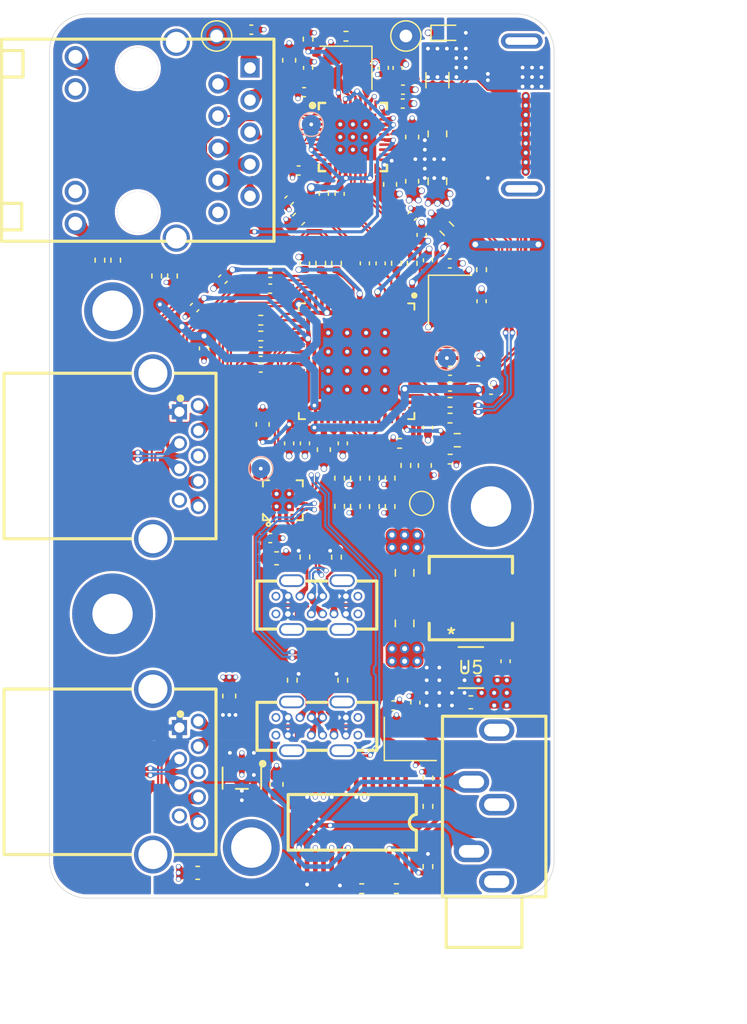
<source format=kicad_pcb>
(kicad_pcb (version 20241229) (generator "pcbnew") (generator_version "9.0")
  (layers (0 "F.Cu" signal) (4 "In1.Cu" signal) (6 "In2.Cu" signal) (2 "B.Cu" signal) (13 "F.Paste" user) (15 "B.Paste" user) (5 "F.SilkS" user "F.Silkscreen") (7 "B.SilkS" user "B.Silkscreen") (1 "F.Mask" user) (3 "B.Mask" user) (25 "Edge.Cuts" user))
  (net 0 "")
  (net 1 "+1V1")
  (net 2 "GND")
  (net 3 "/GRST")
  (net 4 "/XI")
  (net 5 "/XO")
  (net 6 "+3V3")
  (net 7 "VBUS")
  (net 8 "/Ethernet/SSRX-")
  (net 9 "Net-(U2-USB_SSTXM_DN1)")
  (net 10 "Net-(U2-USB_SSTXP_DN1)")
  (net 11 "/Ethernet/SSRX+")
  (net 12 "Net-(U2-USB_SSTXM_DN2)")
  (net 13 "/USB A 3.0 Receptable 1/SSRX+")
  (net 14 "/USB A 3.0 Receptable 1/SSRX-")
  (net 15 "Net-(U2-USB_SSTXP_DN2)")
  (net 16 "Net-(U2-USB_SSTXM_UP)")
  (net 17 "/USB_UP_SSTX-")
  (net 18 "Net-(U2-USB_SSTXP_UP)")
  (net 19 "/USB_UP_SSTX+")
  (net 20 "/USB A 3.0 Receptable 2/SSRX+")
  (net 21 "Net-(U2-USB_SSTXM_DN3)")
  (net 22 "Net-(U2-USB_SSTXP_DN3)")
  (net 23 "/USB A 3.0 Receptable 2/SSRX-")
  (net 24 "/Ethernet/XI")
  (net 25 "/Ethernet/XO")
  (net 26 "+1V0")
  (net 27 "Net-(U3-DVDD10_UPS)")
  (net 28 "Net-(U3-U3SSTXN)")
  (net 29 "/Ethernet/SSTX-")
  (net 30 "/Ethernet/SSTX+")
  (net 31 "Net-(U3-U3SSTXP)")
  (net 32 "Net-(C49-Pad1)")
  (net 33 "Net-(D1-A2)")
  (net 34 "Net-(F1-Pad1)")
  (net 35 "/Ethernet/LED0")
  (net 36 "/Ethernet/LED1")
  (net 37 "Net-(L1-Pad14)")
  (net 38 "Net-(L1-Pad11)")
  (net 39 "Net-(U2-USB_VBUS)")
  (net 40 "Net-(U2-USB_R1)")
  (net 41 "Net-(U2-USB_DM_DN1)")
  (net 42 "/Ethernet/D-")
  (net 43 "/Ethernet/D+")
  (net 44 "Net-(U2-USB_DP_DN1)")
  (net 45 "Net-(U2-TEST)")
  (net 46 "Net-(U2-USB_DM_UP)")
  (net 47 "/USB_UP_D-")
  (net 48 "Net-(U2-USB_DM_DN2)")
  (net 49 "/USB A 3.0 Receptable 1/D-")
  (net 50 "/USB_UP_D+")
  (net 51 "Net-(U2-USB_DP_UP)")
  (net 52 "Net-(U2-USB_DP_DN2)")
  (net 53 "/USB A 3.0 Receptable 1/D+")
  (net 54 "/USB A 3.0 Receptable 2/D-")
  (net 55 "Net-(U2-USB_DM_DN3)")
  (net 56 "Net-(U2-AUTOENz{slash}HS_SUSPEND)")
  (net 57 "Net-(U2-GANGED{slash}SMBA2{slash}HS_UP)")
  (net 58 "Net-(U2-USB_DP_DN3)")
  (net 59 "/USB A 3.0 Receptable 2/D+")
  (net 60 "Net-(U2-SMBUSz{slash}SS_SUSPEND)")
  (net 61 "Net-(U2-FULLPWRMGMTz{slash}SMBA1{slash}SS_UP)")
  (net 62 "Net-(U3-RSET)")
  (net 63 "Net-(U3-EEDI{slash}SPISDI{slash}ENSWREG)")
  (net 64 "/USB_UP_SSRX-")
  (net 65 "/USB_UP_SSRX+")
  (net 66 "/USB A 3.0 Receptable 2/SSTX+")
  (net 67 "/USB 2.0 Hub/RESET")
  (net 73 "/USB 2.0 Hub/U_D+")
  (net 74 "/USB A 3.0 Receptable 1/SSTX+")
  (net 77 "/USB A 3.0 Receptable 1/SSTX-")
  (net 78 "/USB A 3.0 Receptable 2/SSTX-")
  (net 79 "/Ethernet/MDI3-")
  (net 80 "/Ethernet/MDI1-")
  (net 82 "/Ethernet/MDI3+")
  (net 83 "/Ethernet/MDI2-")
  (net 84 "/Ethernet/MDI0-")
  (net 85 "/Ethernet/MDI2+")
  (net 86 "/Ethernet/MDI1+")
  (net 87 "/Ethernet/MDI0+")
  (net 88 "/USB 2.0 Hub/U_D-")
  (net 89 "/USB 2.0 Hub/3_D-")
  (net 91 "/USB 2.0 Hub/4_D+")
  (net 94 "/USB 2.0 Hub/4_D-")
  (net 95 "/USB 2.0 Hub/3_D+")
  (net 107 "Net-(U5-BST)")
  (net 108 "Net-(U5-SW)")
  (net 109 "/Audio/XI")
  (net 110 "/Audio/XO")
  (net 111 "Net-(U7-VCOM)")
  (net 113 "Net-(U7-VOUTL)")
  (net 114 "Net-(U7-VOUTR)")
  (net 116 "Net-(U7-PSEL)")
  (net 117 "+3V3A")
  (net 118 "Net-(U7-~{SSPND})")
  (net 119 "Net-(U7-TEST0)")
  (net 120 "Net-(U7-TEST1)")
  (net 121 "/Audio/HID0")
  (net 122 "/Audio/HID1")
  (net 123 "/Audio/HID2")
  (net 124 "/Audio/D+")
  (net 125 "/Audio/D-")
  (net 129 "Net-(USB4-CC1)")
  (net 130 "Net-(USB4-CC2)")
  (net 131 "Net-(USB5-CC1)")
  (net 132 "Net-(USB5-CC2)")
  (net 134 "/USB 2.0 Hub/1_D+")
  (net 135 "/USB 2.0 Hub/1_D-")
  (footprint "easyeda2kicad:AUDIO-TH_PJ-325C5-G" (layer "F.Cu") (at 134.45 112.7 90)
    (property "Reference" "CN1" (hide yes))
    (property "Value" "PJ-325C5-G")
  )
  (footprint "Capacitor_SMD:C_0402_1005Metric" (layer "F.Cu") (at 121.75 64.25 90)
    (property "Reference" "C47" (hide yes))
    (property "Value" "100n")
  )
  (footprint "MountingHole:MountingHole_3.2mm_M3_Pad" (layer "F.Cu") (at 105 97.5)
    (property "Reference" "H1" (hide yes))
    (property "Value" "MountingHole")
  )
  (footprint "Capacitor_SMD:C_0402_1005Metric" (layer "F.Cu") (at 116.75 78)
    (property "Reference" "C28" (hide yes))
    (property "Value" "100n")
  )
  (footprint "Fuse:Fuse_1206_3216Metric" (layer "F.Cu") (at 130.75 55.25 90)
    (property "Reference" "F1" (hide yes))
    (property "Value" "2A")
  )
  (footprint "Resistor_SMD:R_0402_1005Metric" (layer "F.Cu") (at 128.75 69.75 -90)
    (property "Reference" "R7" (hide yes))
    (property "Value" "22")
  )
  (footprint "easyeda2kicad:QFN-40_L5.0-W5.0-P0.40-BL-EP3.7" (layer "F.Cu") (at 124.05 59.75 -90)
    (property "Reference" "U3" (hide yes))
    (property "Value" "RTL8153B-VB-CG")
  )
  (footprint "Capacitor_SMD:C_0402_1005Metric" (layer "F.Cu") (at 125 69.75 -90)
    (property "Reference" "C22" (hide yes))
    (property "Value" "100n")
  )
  (footprint "Resistor_SMD:R_0402_1005Metric" (layer "F.Cu") (at 134.25 70.25 -90)
    (property "Reference" "R1" (hide yes))
    (property "Value" "1M")
  )
  (footprint "Capacitor_SMD:C_0402_1005Metric" (layer "F.Cu") (at 130 82.75 -90)
    (property "Reference" "C8" (hide yes))
    (property "Value" "100n")
  )
  (footprint "Capacitor_SMD:C_0402_1005Metric" (layer "F.Cu") (at 120.18 56.2 180)
    (property "Reference" "C31" (hide yes))
    (property "Value" "100n")
  )
  (footprint "Capacitor_SMD:C_0402_1005Metric" (layer "F.Cu") (at 128.02 56)
    (property "Reference" "C35" (hide yes))
    (property "Value" "100n")
  )
  (footprint "Crystal:Crystal_SMD_3225-4Pin_3.2x2.5mm" (layer "F.Cu") (at 131.75 72.75 -90)
    (property "Reference" "Y1" (hide yes))
    (property "Value" "24Mhz")
  )
  (footprint "Resistor_SMD:R_0402_1005Metric" (layer "F.Cu") (at 119.25 102.75 90)
    (property "Reference" "R35" (hide yes))
    (property "Value" "56k")
  )
  (footprint "easyeda2kicad:VQFN-64_L9.0-W9.0-P0.50-TL-EP6.0" (layer "F.Cu") (at 124.345 77.5 -90)
    (property "Reference" "U2" (hide yes))
    (property "Value" "TUSB8042AIRGCR")
  )
  (footprint "MountingHole:MountingHole_3.2mm_M3_Pad" (layer "F.Cu") (at 135 89)
    (property "Reference" "H2" (hide yes))
    (property "Value" "MountingHole")
  )
  (footprint "Capacitor_SMD:C_0402_1005Metric" (layer "F.Cu") (at 119.75 62.4 180)
    (property "Reference" "C32" (hide yes))
    (property "Value" "100n")
  )
  (footprint "Capacitor_SMD:C_0402_1005Metric" (layer "F.Cu") (at 126.25 69.75 -90)
    (property "Reference" "C23" (hide yes))
    (property "Value" "100n")
  )
  (footprint "Capacitor_SMD:C_0603_1608Metric" (layer "F.Cu") (at 128.75 63.25 -90)
    (property "Reference" "C19" (hide yes))
    (property "Value" "1u")
  )
  (footprint "Capacitor_SMD:C_0402_1005Metric" (layer "F.Cu") (at 117.5 70.5)
    (property "Reference" "C25" (hide yes))
    (property "Value" "100n")
  )
  (footprint "Resistor_SMD:R_0402_1005Metric" (layer "F.Cu") (at 116.75 75.5)
    (property "Reference" "R13" (hide yes))
    (property "Value" "22")
  )
  (footprint "Capacitor_SMD:C_0402_1005Metric" (layer "F.Cu") (at 129.5 67.5 90)
    (property "Reference" "C4" (hide yes))
    (property "Value" "100n")
  )
  (footprint "Capacitor_SMD:C_0603_1608Metric" (layer "F.Cu") (at 119 53.675 90)
    (property "Reference" "C30" (hide yes))
    (property "Value" "10u")
  )
  (footprint "Resistor_SMD:R_0603_1608Metric" (layer "F.Cu") (at 132.325 83.75 180)
    (property "Reference" "R3" (hide yes))
    (property "Value" "43k")
  )
  (footprint "Capacitor_SMD:C_0402_1005Metric" (layer "F.Cu") (at 134 77.5)
    (property "Reference" "C3" (hide yes))
    (property "Value" "100n")
  )
  (footprint "Capacitor_SMD:C_0603_1608Metric" (layer "F.Cu") (at 121.75 84.5 -90)
    (property "Reference" "C13" (hide yes))
    (property "Value" "10u")
  )
  (footprint "Capacitor_SMD:C_0805_2012Metric" (layer "F.Cu") (at 130.75 63.25 -90)
    (property "Reference" "C21" (hide yes))
    (property "Value" "22u")
  )
  (footprint "Resistor_SMD:R_0402_1005Metric" (layer "F.Cu") (at 123 86.76 -90)
    (property "Reference" "R19" (hide yes))
    (property "Value" "4.7k")
  )
  (footprint "Capacitor_SMD:C_0603_1608Metric" (layer "F.Cu") (at 128.75 59.75 90)
    (property "Reference" "C20" (hide yes))
    (property "Value" "10u")
  )
  (footprint "Resistor_SMD:R_0402_1005Metric" (layer "F.Cu") (at 123.25 102.75 90)
    (property "Reference" "R36" (hide yes))
    (property "Value" "56k")
  )
  (footprint "Capacitor_SMD:C_0402_1005Metric" (layer "F.Cu") (at 134.25 72.75 90)
    (property "Reference" "C12" (hide yes))
    (property "Value" "18p")
  )
  (footprint "Crystal:Crystal_SMD_3225-4Pin_3.2x2.5mm" (layer "F.Cu") (at 123.5 54.27 180)
    (property "Reference" "Y2" (hide yes))
    (property "Value" "25Mhz")
  )
  (footprint "Resistor_SMD:R_0402_1005Metric" (layer "F.Cu") (at 127 86.75 -90)
    (property "Reference" "R17" (hide yes))
    (property "Value" "4.7k")
  )
  (footprint "Capacitor_SMD:C_0402_1005Metric" (layer "F.Cu") (at 116 51.25)
    (property "Reference" "C49" (hide yes))
    (property "Value" "100n")
  )
  (footprint "Capacitor_SMD:C_0603_1608Metric" (layer "F.Cu") (at 116.9 82.5 90)
    (property "Reference" "C1" (hide yes))
    (property "Value" "10u")
  )
  (footprint "Resistor_SMD:R_0402_1005Metric" (layer "F.Cu") (at 124.25 86.76 -90)
    (property "Reference" "R21" (hide yes))
    (property "Value" "4.7k")
  )
  (footprint "Resistor_SMD:R_0402_1005Metric" (layer "F.Cu") (at 127.5 119.25)
    (property "Reference" "R32" (hide yes))
    (property "Value" "4.7k")
  )
  (footprint "TestPoint:TestPoint_Pad_D2.0mm" (layer "F.Cu") (at 128.25 51.75)
    (property "Reference" "TP2" (hide yes))
    (property "Value" "TestPoint")
  )
  (footprint "Resistor_SMD:R_0603_1608Metric" (layer "F.Cu") (at 131.5 67 135)
    (property "Reference" "R5" (hide yes))
    (property "Value" "9.53k")
  )
  (footprint "Capacitor_SMD:C_0402_1005Metric" (layer "F.Cu") (at 120.25 84 -90)
    (property "Reference" "C9" (hide yes))
    (property "Value" "100n")
  )
  (footprint "Capacitor_SMD:C_0402_1005Metric" (layer "F.Cu") (at 127.25 104.75)
    (property "Reference" "C45" (hide yes))
    (property "Value" "18p")
  )
  (footprint "Capacitor_SMD:C_0402_1005Metric" (layer "F.Cu") (at 120.25 69.75 90)
    (property "Reference" "C5" (hide yes))
    (property "Value" "100n")
  )
  (footprint "Capacitor_SMD:C_0603_1608Metric" (layer "F.Cu") (at 114.25 104 90)
    (property "Reference" "C54" (hide yes))
    (property "Value" "1u")
  )
  (footprint "easyeda2kicad:USB-C-TH_SHOUHAN_TYPE-C-14PLC-H10.0" (layer "F.Cu") (at 121.2 106.4)
    (property "Reference" "USB4" (hide yes))
    (property "Value" "TYPE-C 14PLC-H10.0")
  )
  (footprint "Capacitor_SMD:C_0603_1608Metric" (layer "F.Cu") (at 127 63.5 -90)
    (property "Reference" "C46" (hide yes))
    (property "Value" "1u")
  )
  (footprint "Resistor_SMD:R_0402_1005Metric" (layer "F.Cu") (at 125.75 89 -90)
    (property "Reference" "R15" (hide yes))
    (property "Value" "4.7k")
  )
  (footprint "easyeda2kicad:USB-C-TH_SHOUHAN_TYPE-C-14PLC-H10.0" (layer "F.Cu") (at 121.2 96.8)
    (property "Reference" "USB5" (hide yes))
    (property "Value" "TYPE-C 14PLC-H10.0")
  )
  (footprint "Capacitor_SMD:C_0402_1005Metric" (layer "F.Cu") (at 130 69.5 90)
    (property "Reference" "C14" (hide yes))
    (property "Value" "100n")
  )
  (footprint "Capacitor_SMD:C_0603_1608Metric" (layer "F.Cu") (at 118 111 90)
    (property "Reference" "C53" (hide yes))
    (property "Value" "1u")
  )
  (footprint "Capacitor_SMD:C_0402_1005Metric" (layer "F.Cu") (at 119 84 -90)
    (property "Reference" "C2" (hide yes))
    (property "Value" "100n")
  )
  (footprint "Capacitor_SMD:C_0402_1005Metric" (layer "F.Cu") (at 123 64.25 90)
    (property "Reference" "C48" (hide yes))
    (property "Value" "100n")
  )
  (footprint "Resistor_SMD:R_0402_1005Metric" (layer "F.Cu") (at 109.75 70.75 -90)
    (property "Reference" "R28" (hide yes))
    (property "Value" "4.7k")
  )
  (footprint "TestPoint:TestPoint_Pad_D1.5mm" (layer "F.Cu") (at 129.5 88.75)
    (property "Reference" "TP1" (hide yes))
    (property "Value" "TestPoint")
  )
  (footprint "Resistor_SMD:R_0402_1005Metric" (layer "F.Cu") (at 130 112.74 -90)
    (property "Reference" "R30" (hide yes))
    (property "Value" "4.7k")
  )
  (footprint "Capacitor_SMD:C_0402_1005Metric" (layer "F.Cu") (at 136.15 101.25 -90)
    (property "Reference" "C41" (hide yes))
    (property "Value" "100n")
  )
  (footprint "Crystal:Crystal_SMD_3225-4Pin_3.2x2.5mm" (layer "F.Cu") (at 128.6 107.4)
    (property "Reference" "Y3" (hide yes))
    (property "Value" "12Mhz")
  )
  (footprint "Capacitor_SMD:C_0402_1005Metric" (layer "F.Cu") (at 117.5 91.5)
    (property "Reference" "C51" (hide yes))
    (property "Value" "100n")
  )
  (footprint "Resistor_SMD:R_0402_1005Metric" (layer "F.Cu") (at 120.5 52 90)
    (property "Reference" "R26" (hide yes))
    (property "Value" "2.49k")
  )
  (footprint "Resistor_SMD:R_0402_1005Metric" (layer "F.Cu") (at 131.75 80.75)
    (property "Reference" "R9" (hide yes))
    (property "Value" "22")
  )
  (footprint "Capacitor_SMD:C_0402_1005Metric" (layer "F.Cu") (at 112.25 76.48 -90)
    (property "Reference" "C15" (hide yes))
    (property "Value" "100n")
  )
  (footprint "Resistor_SMD:R_0402_1005Metric" (layer "F.Cu") (at 124.75 119.25 180)
    (property "Reference" "R34" (hide yes))
    (property "Value" "4.7k")
  )
  (footprint "Capacitor_SMD:C_0402_1005Metric" (layer "F.Cu") (at 120.5 54.27 90)
    (property "Reference" "C38" (hide yes))
    (property "Value" "18p")
  )
  (footprint "Capacitor_SMD:C_0402_1005Metric" (layer "F.Cu") (at 117.5 71.75)
    (property "Reference" "C24" (hide yes))
    (property "Value" "100n")
  )
  (footprint "Resistor_SMD:R_0402_1005Metric" (layer "F.Cu") (at 123.5 51.77 180)
    (property "Reference" "R23" (hide yes))
    (property "Value" "1M")
  )
  (footprint "easyeda2kicad:USB-3.0-A-TH_HC-ST-003-01-Z" (layer "F.Cu") (at 110 85 -90)
    (property "Reference" "USB1" (hide yes))
    (property "Value" "HC-ST-003-01-J")
  )
  (footprint "Resistor_SMD:R_0402_1005Metric" (layer "F.Cu") (at 125.75 86.75 -90)
    (property "Reference" "R14" (hide yes))
    (property "Value" "4.7k")
  )
  (footprint "Resistor_SMD:R_0805_2012Metric_Pad1.20x1.40mm_HandSolder" (layer "F.Cu") (at 130.75 59.5 90)
    (property "Reference" "FB1" (hide yes))
    (property "Value" "220Ω@100MHz")
  )
  (footprint "Capacitor_SMD:C_0402_1005Metric" (layer "F.Cu") (at 119 64.75 -135)
    (property "Reference" "C40" (hide yes))
    (property "Value" "100n")
  )
  (footprint "Capacitor_SMD:C_0402_1005Metric" (layer "F.Cu") (at 131.75 79.5)
    (property "Reference" "C27" (hide yes))
    (property "Value" "100n")
  )
  (footprint "Resistor_SMD:R_0402_1005Metric" (layer "F.Cu") (at 108.5 70.75 -90)
    (property "Reference" "R27" (hide yes))
    (property "Value" "4.7k")
  )
  (footprint "easyeda2kicad:IND-SMD_L7.2-W6.6_GPSR07X0" (layer "F.Cu") (at 133.4 96.25 180)
    (property "Reference" "U6" (hide yes))
    (property "Value" "CYA0650-4.7UH")
  )
  (footprint "Resistor_SMD:R_0402_1005Metric" (layer "F.Cu") (at 121.5 69.75 -90)
    (property "Reference" "R10" (hide yes))
    (property "Value" "22")
  )
  (footprint "Capacitor_SMD:C_0402_1005Metric" (layer "F.Cu") (at 131.75 78.25)
    (property "Reference" "C26" (hide yes))
    (property "Value" "100n")
  )
  (footprint "MountingHole:MountingHole_3.2mm_M3_Pad" (layer "F.Cu") (at 116 116)
    (property "Reference" "H4" (hide yes))
    (property "Value" "MountingHole")
  )
  (footprint "easyeda2kicad:USB-3.0-A-SMD_HC-USB3.0-C26" (layer "F.Cu") (at 136.7875 58 90)
    (property "Reference" "U1" (hide yes))
    (property "Value" "HC-USB3.0-C26")
  )
  (footprint "AP63203WU_7:AP63203WU-7_DIO" (layer "F.Cu") (at 133.4 101.75)
    (property "Reference" "U5")
    (property "Value" "AP63203WU-7")
  )
  (footprint "Capacitor_SMD:C_0402_1005Metric" (layer "F.Cu") (at 128.75 66 45)
    (property "Reference" "C33" (hide yes))
    (property "Value" "100n")
  )
  (footprint "Resistor_SMD:R_0402_1005Metric" (layer "F.Cu") (at 124.25 88.99 -90)
    (property "Reference" "R22" (hide yes))
    (property "Value" "4.7k")
  )
  (footprint "Resistor_SMD:R_0402_1005Metric" (layer "F.Cu") (at 128.25 85.75 -90)
    (property "Reference" "R2" (hide yes))
    (property "Value" "4.7k")
  )
  (footprint "Capacitor_SMD:C_0603_1608Metric" (layer "F.Cu") (at 129.75 85.75 -90)
    (property "Reference" "C10" (hide yes))
    (property "Value" "1u")
  )
  (footprint "easyeda2kicad:USB-3.0-A-TH_HC-ST-003-01-Z" (layer "F.Cu") (at 110 110 -90)
    (property "Reference" "USB2" (hide yes))
    (property "Value" "HC-ST-003-01-J")
  )
  (footprint "Resistor_SMD:R_0402_1005Metric" (layer "F.Cu") (at 130 117.5 90)
    (property "Reference" "R33" (hide yes))
    (property "Value" "4.7k")
  )
  (footprint "Resistor_SMD:R_0402_1005Metric" (layer "F.Cu") (at 123 88.99 -90)
    (property "Reference" "R20" (hide yes))
    (property "Value" "4.7k")
  )
  (footprint "easyeda2kicad:SSOP-28_L10.2-W5.3-P0.65-LS7.8-BL" (layer "F.Cu") (at 124 114 180)
    (property "Reference" "U7" (hide yes))
    (property "Value" "PCM2704CDBR")
  )
  (footprint "Capacitor_SMD:C_0402_1005Metric" (layer "F.Cu") (at 129 104.52 90)
    (property "Reference" "C52" (hide yes))
    (property "Value" "18p")
  )
  (footprint "Resistor_SMD:R_0402_1005Metric" (layer "F.Cu") (at 131.75 82)
    (property "Reference" "R11" (hide yes))
    (property "Value" "22")
  )
  (footprint "easyeda2kicad:SOT-23-5_L3.0-W1.7-P0.95-LS2.8-BL" (layer "F.Cu") (at 115.25 110.5 180)
    (property "Reference" "LDO1" (hide yes))
    (property "Value" "ME6211C33M5G-N")
  )
  (footprint "Capacitor_SMD:C_0805_2012Metric" (layer "F.Cu") (at 128.15 98.25 -90)
    (property "Reference" "C42" (hide yes))
    (property "Value" "22u")
  )
  (footprint "Resistor_SMD:R_0402_1005Metric" (layer "F.Cu") (at 104 69.5 -90)
    (property "Reference" "R25" (hide yes))
    (property "Value" "470")
  )
  (footprint "Capacitor_SMD:C_0402_1005Metric" (layer "F.Cu") (at 123.25 84 -90)
    (property "Reference" "C17" (hide yes))
    (property "Value" "100n")
  )
  (footprint "Resistor_SMD:R_0402_1005Metric" (layer "F.Cu") (at 120.25 93 90)
    (property "Reference" "R37" (hide yes))
    (property "Value" "56k")
  )
  (footprint "Capacitor_SMD:C_0402_1005Metric" (layer "F.Cu") (at 111.5 73.25 -135)
    (property "Reference" "C7" (hide yes))
    (property "Value" "100n")
  )
  (footprint "Capacitor_SMD:C_0402_1005Metric" (layer "F.Cu") (at 135 79.75)
    (property "Reference" "C16" (hide yes))
    (property "Value" "100n")
  )
  (footprint "Capacitor_SMD:C_0402_1005Metric" (layer "F.Cu") (at 113.75 71 -135)
    (property "Reference" "C6" (hide yes))
    (property "Value" "100n")
  )
  (footprint "easyeda2kicad:RJ45-TH_HR911130C" (layer "F.Cu") (at 108.975 60 90)
    (property "Reference" "L1" (hide yes))
    (property "Value" "HR911130C")
  )
  (footprint "Capacitor_SMD:C_0402_1005Metric" (layer "F.Cu") (at 131.73 69.75)
    (property "Reference" "C11" (hide yes))
    (property "Value" "18p")
  )
  (footprint "Diode_SMD:D_SOD-523" (layer "F.Cu") (at 131.5 51.5)
    (property "Reference" "D1" (hide yes))
    (property "Value" "5V")
  )
  (footprint "Capacitor_SMD:C_0603_1608Metric" (layer "F.Cu") (at 118 93.1)
    (property "Reference" "C50" (hide yes))
    (property "Value" "10u")
  )
  (footprint "Resistor_SMD:R_0402_1005Metric" (layer "F.Cu") (at 122.75 69.75 -90)
    (property "Reference" "R12" (hide yes))
    (property "Value" "22")
  )
  (footprint "Capacitor_SMD:C_0805_2012Metric" (layer "F.Cu") (at 128.15 94.25 90)
    (property "Reference" "C43" (hide yes))
    (property "Value" "22u")
  )
  (footprint "Resistor_SMD:R_0402_1005Metric" (layer "F.Cu") (at 130 110.5 90)
    (property "Reference" "R31" (hide yes))
    (property "Value" "4.7k")
  )
  (footprint "TestPoint:TestPoint_Pad_D2.0mm" (layer "F.Cu") (at 113.25 51.75)
    (property "Reference" "TP3" (hide yes))
    (property "Value" "TestPoint")
  )
  (footprint "Resistor_SMD:R_0402_1005Metric" (layer "F.Cu") (at 116.75 74.25)
    (property "Reference" "R16" (hide yes))
    (property "Value" "22")
  )
  (footprint "Resistor_SMD:R_0402_1005Metric" (layer "F.Cu") (at 127.5 69.74 -90)
    (property "Reference" "R6" (hide yes))
    (property "Value" "22")
  )
  (footprint "Capacitor_SMD:C_0603_1608Metric" (layer "F.Cu") (at 119.75 66.25 -135)
    (property "Reference" "C39" (hide yes))
    (property "Value" "10u")
  )
  (footprint "easyeda2kicad:QFN-16_L3.0-W3.0-P0.50-BL-EP1.7" (layer "F.Cu") (at 118.5 88.5)
    (property "Reference" "U4" (hide yes))
    (property "Value" "CH334P")
  )
  (footprint "Resistor_SMD:R_0402_1005Metric" (layer "F.Cu") (at 127 89 -90)
    (property "Reference" "R18" (hide yes))
    (property "Value" "4.7k")
  )
  (footprint "Capacitor_SMD:C_0402_1005Metric" (layer "F.Cu") (at 127.6 54.28 90)
    (property "Reference" "C36" (hide yes))
    (property "Value" "100n")
  )
  (footprint "Capacitor_SMD:C_0603_1608Metric" (layer "F.Cu") (at 133.4 104.5)
    (property "Reference" "C44" (hide yes))
    (property "Value" "10u")
  )
  (footprint "Resistor_SMD:R_0402_1005Metric" (layer "F.Cu") (at 131.76 85.25 180)
    (property "Reference" "R4" (hide yes))
    (property "Value" "4.7k")
  )
  (footprint "Resistor_SMD:R_0402_1005Metric" (layer "F.Cu") (at 122.75 93.01 90)
    (property "Reference" "R38" (hide yes))
    (property "Value" "56k")
  )
  (footprint "Resistor_SMD:R_0402_1005Metric" (layer "F.Cu") (at 127.75 84 180)
    (property "Reference" "R8" (hide yes))
    (property "Value" "4.7k")
  )
  (footprint "Capacitor_SMD:C_0603_1608Metric" (layer "F.Cu") (at 111.75 118 180)
    (property "Reference" "C55" (hide yes))
    (property "Value" "1u")
  )
  (footprint "Capacitor_SMD:C_0402_1005Metric" (layer "F.Cu") (at 116.75 76.75)
    (property "Reference" "C29" (hide yes))
    (property "Value" "100n")
  )
  (footprint "Capacitor_SMD:C_0402_1005Metric" (layer "F.Cu") (at 128 57.1)
    (property "Reference" "C34" (hide yes))
    (property "Value" "100n")
  )
  (footprint "Capacitor_SMD:C_0402_1005Metric" (layer "F.Cu") (at 126.5 54.27 -90)
    (property "Reference" "C37" (hide yes))
    (property "Value" "18p")
  )
  (footprint "Resistor_SMD:R_0402_1005Metric" (layer "F.Cu") (at 105.25 69.5 -90)
    (property "Reference" "R24" (hide yes))
    (property "Value" "470")
  )
  (footprint "MountingHole:MountingHole_3.2mm_M3_Pad" (layer "F.Cu") (at 105 73.5)
    (property "Reference" "H3" (hide yes))
    (property "Value" "MountingHole")
  )
  (footprint "TestPoint:TestPoint_Pad_D1.5mm" (layer "B.Cu") (at 120.75 58.749)
    (property "Reference" "TP15" (hide yes))
    (property "Value" "TestPoint")
  )
  (footprint "TestPoint:TestPoint_Pad_D1.5mm" (layer "B.Cu") (at 116.75 86)
    (property "Reference" "TP5" (hide yes))
    (property "Value" "TestPoint")
  )
  (footprint "TestPoint:TestPoint_Pad_D1.5mm" (layer "B.Cu") (at 131.5 77.25)
    (property "Reference" "TP4" (hide yes))
    (property "Value" "TestPoint")
  )
  (gr_arc (start 103 120) (mid 100.87868 119.12132) (end 100 117) (stroke (width 0.05)) (layer "Edge.Cuts"))
  (gr_line (start 103 50) (end 137 50) (stroke (width 0.05)) (layer "Edge.Cuts"))
  (gr_line (start 140 53) (end 140 117) (stroke (width 0.05)) (layer "Edge.Cuts"))
  (gr_line (start 100 117) (end 100 53) (stroke (width 0.05)) (layer "Edge.Cuts"))
  (gr_arc (start 100 53) (mid 100.87868 50.87868) (end 103 50) (stroke (width 0.05)) (layer "Edge.Cuts"))
  (gr_arc (start 140 117) (mid 139.12132 119.12132) (end 137 120) (stroke (width 0.05)) (layer "Edge.Cuts"))
  (gr_line (start 137 120) (end 103 120) (stroke (width 0.05)) (layer "Edge.Cuts"))
  (gr_arc (start 137 50) (mid 139.12132 50.87868) (end 140 53) (stroke (width 0.05)) (layer "Edge.Cuts"))
  (segment (start 119.2998 79.25) (end 119 79.5498) (width 0.3) (layer "F.Cu") (net 1))
  (segment (start 119.194 80.859) (end 119.194 82.464) (width 0.3) (layer "F.Cu") (net 1))
  (segment (start 121.9876 73.6526) (end 122.095 73.5452) (width 0.3) (layer "F.Cu") (net 1))
  (segment (start 111.839411 72.910589) (end 112.25 72.5) (width 0.3) (layer "F.Cu") (net 1))
  (segment (start 119.845 79.25) (end 119.2998 79.25) (width 0.3) (layer "F.Cu") (net 1))
  (segment (start 120.5 75.705) (end 120.5 74) (width 0.3) (layer "F.Cu") (net 1))
  (segment (start 124.595 73.5452) (end 124.595 73) (width 0.3) (layer "F.Cu") (net 1))
  (segment (start 119.845 79.25) (end 120.3902 79.25) (width 0.3) (layer "F.Cu") (net 1))
  (segment (start 127.602554 79.852554) (end 127.602554 79.397446) (width 0.3) (layer "F.Cu") (net 1))
  (segment (start 130.5 77.25) (end 128.845 77.25) (width 0.3) (layer "F.Cu") (net 1))
  (segment (start 130 80.705) (end 129.545 80.25) (width 0.3) (layer "F.Cu") (net 1))
  (segment (start 127.602554 79.397446) (end 128.1924 78.8076) (width 0.3) (layer "F.Cu") (net 1))
  (segment (start 126.095 73) (end 126.095 72.095) (width 0.3) (layer "F.Cu") (net 1))
  (segment (start 120.5 79.1402) (end 120.5 75.705) (width 0.3) (layer "F.Cu") (net 1))
  (segment (start 128.1924 76.75) (end 128.1924 77.3574) (width 0.3) (layer "F.Cu") (net 1))
  (segment (start 124.595 72.155) (end 124.595 73) (width 0.3) (layer "F.Cu") (net 1))
  (segment (start 119.845 80.75) (end 119.303 80.75) (width 0.3) (layer "F.Cu") (net 1))
  (segment (start 122.2024 73.6526) (end 124.4876 73.6526) (width 0.3) (layer "F.Cu") (net 1))
  (segment (start 116.9 83.275) (end 116.9 83.9) (width 0.3) (layer "F.Cu") (net 1))
  (segment (start 120.3902 79.25) (end 120.5 79.1402) (width 0.3) (layer "F.Cu") (net 1))
  (segment (start 119.845 75.75) (end 120.455 75.75) (width 0.3) (layer "F.Cu") (net 1))
  (segment (start 130 82.27) (end 130 80.705) (width 0.3) (layer "F.Cu") (net 1))
  (segment (start 120.455 75.75) (end 120.5 75.705) (width 0.3) (layer "F.Cu") (net 1))
  (segment (start 133.52 77.5) (end 133.27 77.25) (width 0.3) (layer "F.Cu") (net 1))
  (segment (start 119.23 82.5) (end 120.25 83.52) (width 0.3) (layer "F.Cu") (net 1))
  (segment (start 127.9026 73.6526) (end 126.2024 73.6526) (width 0.3) (layer "F.Cu") (net 1))
  (segment (start 120.5 80.6402) (end 120.3902 80.75) (width 0.3) (layer "F.Cu") (net 1))
  (segment (start 119.303 80.75) (end 119.194 80.859) (width 0.3) (layer "F.Cu") (net 1))
  (segment (start 122.095 73.5452) (end 122.2024 73.6526) (width 0.3) (layer "F.Cu") (net 1))
  (segment (start 120.3902 80.75) (end 119.845 80.75) (width 0.3) (layer "F.Cu") (net 1))
  (segment (start 128.1924 78.8076) (end 128.1924 77.3574) (width 0.3) (layer "F.Cu") (net 1))
  (segment (start 119 79.5498) (end 119 83.52) (width 0.3) (layer "F.Cu") (net 1))
  (segment (start 119.194 82.464) (end 119.23 82.5) (width 0.3) (layer "F.Cu") (net 1))
  (segment (start 130.5 77.25) (end 131.25 77.25) (width 0.3) (layer "F.Cu") (net 1))
  (segment (start 126.2024 73.6526) (end 126.095 73.5452) (width 0.3) (layer "F.Cu") (net 1))
  (segment (start 126.095 72.095) (end 126 72) (width 0.3) (layer "F.Cu") (net 1))
  (segment (start 124.4876 73.6526) (end 124.595 73.5452) (width 0.3) (layer "F.Cu") (net 1))
  (segment (start 120.5 79.1402) (end 120.5 80.6402) (width 0.3) (layer "F.Cu") (net 1))
  (segment (start 128.1924 76.75) (end 128.1924 73.9424) (width 0.3) (layer "F.Cu") (net 1))
  (segment (start 121.9876 73.6526) (end 122.2024 73.6526) (width 0.3) (layer "F.Cu") (net 1))
  (segment (start 129.545 80.25) (end 128.845 80.25) (width 0.3) (layer "F.Cu") (net 1))
  (segment (start 120.8474 73.6526) (end 121.9876 73.6526) (width 0.3) (layer "F.Cu") (net 1))
  (segment (start 120.5 74) (end 120.8474 73.6526) (width 0.3) (layer "F.Cu") (net 1))
  (segment (start 128.2998 77.25) (end 128.1924 77.1426) (width 0.3) (layer "F.Cu") (net 1))
  (segment (start 119.77 70.23) (end 119.75 70.25) (width 0.3) (layer "F.Cu") (net 1))
  (segment (start 128.1924 77.1426) (end 128.1924 76.75) (width 0.3) (layer "F.Cu") (net 1))
  (segment (start 128 80.25) (end 127.602554 79.852554) (width 0.3) (layer "F.Cu") (net 1))
  (segment (start 128.1924 77.3574) (end 128.2998 77.25) (width 0.3) (layer "F.Cu") (net 1))
  (segment (start 114.089411 70.660589) (end 114.5 70.25) (width 0.3) (layer "F.Cu") (net 1))
  (segment (start 133.27 77.25) (end 130.5 77.25) (width 0.3) (layer "F.Cu") (net 1))
  (segment (start 128.2998 77.25) (end 128.845 77.25) (width 0.3) (layer "F.Cu") (net 1))
  (segment (start 120.25 70.23) (end 119.77 70.23) (width 0.3) (layer "F.Cu") (net 1))
  (segment (start 130 67.98) (end 129.5 67.98) (width 0.3) (layer "F.Cu") (net 1))
  (segment (start 128.1924 73.9424) (end 127.9026 73.6526) (width 0.3) (layer "F.Cu") (net 1))
  (segment (start 126.2024 73.6526) (end 124.4876 73.6526) (width 0.3) (layer "F.Cu") (net 1))
  (segment (start 126.095 73.5452) (end 126.095 73) (width 0.3) (layer "F.Cu") (net 1))
  (segment (start 122.095 73.5452) (end 122.095 73) (width 0.3) (layer "F.Cu") (net 1))
  (segment (start 128.845 80.25) (end 128 80.25) (width 0.3) (layer "F.Cu") (net 1))
  (via (at 119.75 70.25) (size 0.5) (drill 0.4) (layers "F.Cu" "B.Cu") (net 1))
  (via (at 126 72) (size 0.5) (drill 0.4) (layers "F.Cu" "B.Cu") (net 1))
  (via (at 124.595 72.155) (size 0.5) (drill 0.4) (layers "F.Cu" "B.Cu") (net 1))
  (via (at 114.5 70.25) (size 0.5) (drill 0.4) (layers "F.Cu" "B.Cu") (net 1))
  (via (at 131.5 77.25) (size 0.4) (drill 0.3) (layers "F.Cu" "B.Cu") (net 1))
  (via (at 120.5 75.705) (size 0.5) (drill 0.4) (layers "F.Cu" "B.Cu") (net 1))
  (via (at 116.9 83.9) (size 0.4) (drill 0.3) (layers "F.Cu" "B.Cu") (net 1))
  (via (at 112.25 72.5) (size 0.5) (drill 0.4) (layers "F.Cu" "B.Cu") (net 1))
  (via (at 121.9876 73.6526) (size 0.5) (drill 0.4) (layers "F.Cu" "B.Cu") (net 1))
  (via (at 130 67.98) (size 0.5) (drill 0.4) (layers "F.Cu" "B.Cu") (net 1))
  (via (at 119 82.5) (size 0.4) (drill 0.3) (layers "F.Cu" "B.Cu") (net 1))
  (segment (start 130 67.98) (end 130 68) (width 0.3) (layer "B.Cu") (net 1))
  (segment (start 117.6 83.9) (end 119 82.5) (width 0.3) (layer "B.Cu") (net 1))
  (segment (start 114.5 70.25) (end 118.585 70.25) (width 0.3) (layer "B.Cu") (net 1))
  (segment (start 116.9 83.9) (end 117.6 83.9) (width 0.3) (layer "B.Cu") (net 1))
  (segment (start 112.25 72.5) (end 117.295 72.5) (width 0.3) (layer "B.Cu") (net 1))
  (segment (start 122.939888 70.25) (end 119.75 70.25) (width 0.3) (layer "B.Cu") (net 1))
  (segment (start 117.295 72.5) (end 120.5 75.705) (width 0.3) (layer "B.Cu") (net 1))
  (segment (start 118.585 70.25) (end 121.9876 73.6526) (width 0.3) (layer "B.Cu") (net 1))
  (segment (start 124.595 71.905112) (end 122.939888 70.25) (width 0.3) (layer "B.Cu") (net 1))
  (segment (start 130 68) (end 126 72) (width 0.3) (layer "B.Cu") (net 1))
  (segment (start 124.595 72.155) (end 124.595 71.905112) (width 0.3) (layer "B.Cu") (net 1))
  (segment (start 130 109.99) (end 129.51 109.99) (width 0.35) (layer "F.Cu") (net 2))
  (segment (start 112.25 76.96) (end 112.25 77.5) (width 0.4) (layer "F.Cu") (net 2))
  (segment (start 117.98 91.5) (end 118.5 91.5) (width 0.35) (layer "F.Cu") (net 2))
  (segment (start 127.15 58.35) (end 127.25 58.25) (width 0.3) (layer "F.Cu") (net 2))
  (segment (start 128.05 53.8) (end 128.25 54) (width 0.5) (layer "F.Cu") (net 2))
  (segment (start 130.8 51.5) (end 130 51.5) (width 0.5) (layer "F.Cu") (net 2))
  (segment (start 130.75 64.2) (end 130.75 65) (width 0.5) (layer "F.Cu") (net 2))
  (segment (start 132.21 69.75) (end 132.75 69.75) (width 0.3) (layer "F.Cu") (net 2))
  (segment (start 114.25 102.5) (end 114.75 102.5) (width 0.35) (layer "F.Cu") (net 2))
  (segment (start 120.5 53.79) (end 120.99 53.79) (width 0.3) (layer "F.Cu") (net 2))
  (segment (start 110.225 118) (end 110.225 118.5) (width 0.35) (layer "F.Cu") (net 2))
  (segment (start 128.625 65.375) (end 128.910589 65.660589) (width 0.3) (layer "F.Cu") (net 2))
  (segment (start 129.5 67.02) (end 129.5 66.5) (width 0.3) (layer "F.Cu") (net 2))
  (segment (start 136.1375 61) (end 137.75 61) (width 0.65) (layer "F.Cu") (net 2))
  (segment (start 131.7 64.2) (end 131.75 64.25) (width 0.5) (layer "F.Cu") (net 2))
  (segment (start 121.75 85.275) (end 121.75 86) (width 0.3) (layer "F.Cu") (net 2))
  (segment (start 126.51 89.51) (end 126.5 89.5) (width 0.2) (layer "F.Cu") (net 2))
  (segment (start 127 64.275) (end 127.725 64.275) (width 0.5) (layer "F.Cu") (net 2))
  (segment (start 136.1375 58) (end 137.75 58) (width 0.65) (layer "F.Cu") (net 2))
  (segment (start 130 68.707108) (end 130.103554 68.603554) (width 0.3) (layer "F.Cu") (net 2))
  (segment (start 110.975 118) (end 110.225 118) (width 0.35) (layer "F.Cu") (net 2))
  (segment (start 132.6 70.9) (end 133.25 70.25) (width 0.3) (layer "F.Cu") (net 2))
  (segment (start 116.48 51.25) (end 117 51.25) (width 0.3) (layer "F.Cu") (net 2))
  (segment (start 127.73 104.75) (end 127.73 104.27) (width 0.35) (layer "F.Cu") (net 2))
  (segment (start 122.4 53.42) (end 122.4 52.3) (width 0.3) (layer "F.Cu") (net 2))
  (segment (start 127.15 91.25) (end 127.15 92.25) (width 1) (layer "F.Cu") (net 2))
  (segment (start 137.75 61) (end 137.75 60.25) (width 0.65) (layer "F.Cu") (net 2))
  (segment (start 120.5 51.49) (end 120.99 51.49) (width 0.3) (layer "F.Cu") (net 2))
  (segment (start 137.75 59.5) (end 137.75 58.75) (width 0.65) (layer "F.Cu") (net 2))
  (segment (start 128.15 91.25) (end 128.15 92.25) (width 1) (layer "F.Cu") (net 2))
  (segment (start 129.15 101.25) (end 127.15 101.25) (width 1) (layer "F.Cu") (net 2))
  (segment (start 127 87.26) (end 126.51 87.26) (width 0.2) (layer "F.Cu") (net 2))
  (segment (start 109.26 71.26) (end 109.25 71.25) (width 0.25) (layer "F.Cu") (net 2))
  (segment (start 127.73 104.27) (end 127.75 104.25) (width 0.35) (layer "F.Cu") (net 2))
  (segment (start 130.9 73.931396) (end 130.031396 74.8) (width 0.3) (layer "F.Cu") (net 2))
  (segment (start 129.15 100.25) (end 129.15 100.2) (width 1) (layer "F.Cu") (net 2))
  (segment (start 120.99 51.49) (end 121 51.5) (width 0.3) (layer "F.Cu") (net 2))
  (segment (start 134.108364 77.128364) (end 134.48 77.5) (width 0.3) (layer "F.Cu") (net 2))
  (segment (start 126.55 58.35) (end 127.15 58.35) (width 0.3) (layer "F.Cu") (net 2))
  (segment (start 114.25 103.225) (end 114.25 103) (width 0.35) (layer "F.Cu") (net 2))
  (segment (start 120.25 84.48) (end 120.25 85) (width 0.3) (layer "F.Cu") (net 2))
  (segment (start 110.975 118) (end 110.725 118) (width 0.35) (layer "F.Cu") (net 2))
  (segment (start 127.15 91.25) (end 129.15 91.25) (width 1) (layer "F.Cu") (net 2))
  (segment (start 110.225 118) (end 110.225 117.5) (width 0.35) (layer "F.Cu") (net 2))
  (segment (start 128.910589 65.660589) (end 129.089411 65.660589) (width 0.3) (layer "F.Cu") (net 2))
  (segment (start 121.07 112) (end 121.07 110.54) (width 0.35) (layer "F.Cu") (net 2))
  (segment (start 127.24 84) (end 127.24 83.51) (width 0.3) (layer "F.Cu") (net 2))
  (segment (start 130 69.02) (end 130 68.707108) (width 0.3) (layer "F.Cu") (net 2))
  (segment (start 119 84.48) (end 119 85) (width 0.3) (layer "F.Cu") (net 2))
  (segment (start 124.25 87.27) (end 123.77 87.27) (width 0.2) (layer "F.Cu") (net 2))
  (segment (start 127.15 100.25) (end 127.15 101.25) (width 1) (layer "F.Cu") (net 2))
  (segment (start 127.15 92.3) (end 128.15 93.3) (width 1) (layer "F.Cu") (net 2))
  (segment (start 119.201992 66.701992) (end 118.75 66.25) (width 0.4) (layer "F.Cu") (net 2))
  (segment (start 122.4 52.3) (end 122.3 52.2) (width 0.3) (layer "F.Cu") (net 2))
  (segment (start 121.72 112) (end 121.72 110.54) (width 0.35) (layer "F.Cu") (net 2))
  (segment (start 119 52.9) (end 119 52.3) (width 0.3) (layer "F.Cu") (net 2))
  (segment (start 128.15 92.25) (end 128.15 93.3) (width 1) (layer "F.Cu") (net 2))
  (segment (start 119.7 56.2) (end 119.7 56.7) (width 0.3) (layer "F.Cu") (net 2))
  (segment (start 130.75 64.25) (end 131.5 65) (width 0.5) (layer "F.Cu") (net 2))
  (segment (start 130.9 73.85) (end 130.9 73.931396) (width 0.3) (layer "F.Cu") (net 2))
  (segment (start 109.75 71.26) (end 109.26 71.26) (width 0.25) (layer "F.Cu") (net 2))
  (segment (start 137.75 61.75) (end 137.75 62.5) (width 0.65) (layer "F.Cu") (net 2))
  (segment (start 120.25 69.27) (end 119.77 69.27) (width 0.3) (layer "F.Cu") (net 2))
  (segment (start 137.75 57.25) (end 137.75 56.5) (width 0.65) (layer "F.Cu") (net 2))
  (segment (start 118.660589 65.089411) (end 118.660589 65.160589) (width 0.4) (layer "F.Cu") (net 2))
  (segment (start 129.75 86.525) (end 130.475 86.525) (width 0.3) (layer "F.Cu") (net 2))
  (segment (start 118.660589 65.160589) (end 119 65.5) (width 0.4) (layer "F.Cu") (net 2))
  (segment (start 130.916637 66.416637) (end 130.25 65.75) (width 0.3) (layer "F.Cu") (net 2))
  (segment (start 129.475 64.025) (end 129.5 64) (width 0.5) (layer "F.Cu") (net 2))
  (segment (start 124.25 89.5) (end 123.75 89.5) (width 0.2) (layer "F.Cu") (net 2))
  (segment (start 137.75 58) (end 137.75 58.75) (width 0.65) (layer "F.Cu") (net 2))
  (segment (start 128.15 99.2) (end 128.15 100.25) (width 1) (layer "F.Cu") (net 2))
  (segment (start 113.410589 71.339411) (end 113 71.75) (width 0.3) (layer "F.Cu") (net 2))
  (segment (start 128.9 57.1) (end 128.48 57.1) (width 0.5) (layer "F.Cu") (net 2))
  (segment (start 120.99 53.79) (end 121 53.8) (width 0.3) (layer "F.Cu") (net 2))
  (segment (start 130 83.23) (end 130 83.75) (width 0.3) (layer "F.Cu") (net 2))
  (segment (start 114.25 103.225) (end 114.25 102.5) (width 0.35) (layer "F.Cu") (net 2))
  (segment (start 129.15 100.25) (end 129.15 101.25) (width 1) (layer "F.Cu") (net 2))
  (segment (start 128.15 100.25) (end 128.15 101.25) (width 1) (layer "F.Cu") (net 2))
  (segment (start 134.108364 77.069726) (end 134.108364 77.128364) (width 0.3) (layer "F.Cu") (net 2))
  (segment (start 130.75 64.2) (end 131.7 64.2) (width 0.5) (layer "F.Cu") (net 2))
  (segment (start 124.6 55.12) (end 124.6 55.1) (width 0.3) (layer "F.Cu") (net 2))
  (segment (start 124.98 112) (end 124.98 110.54) (width 0.35) (layer "F.Cu") (net 2))
  (segment (start 114.25 102.5) (end 113.75 102.5) (width 0.35) (layer "F.Cu") (net 2))
  (segment (start 115.25 109.35) (end 115.25 108.5) (width 0.35) (layer "F.Cu") (net 2))
  (segment (start 128.15 100.25) (end 129.15 100.25) (width 1) (layer "F.Cu") (net 2))
  (segment (start 115.25 109.35) (end 115.25 110.25) (width 0.35) (layer "F.Cu") (net 2))
  (segment (start 130.75 64.2) (end 130.75 64.25) (width 0.5) (layer "F.Cu") (net 2))
  (segment (start 111.160589 73.589411) (end 110.75 74) (width 0.4) (layer "F.Cu") (net 2))
  (segment (start 118.775 93.1) (end 118.775 92.525) (width 0.35) (layer "F.Cu") (net 2))
  (segment (start 128.75 64.25) (end 129.25 64.75) (width 0.5) (layer "F.Cu") (net 2))
  (segment (start 128.75 58.975) (end 128.75 58.25) (width 0.3) (layer "F.Cu") (net 2))
  (segment (start 110.725 118) (end 110.225 117.5) (width 0.35) (layer "F.Cu") (net 2))
  (segment (start 127.15 100.2) (end 128.15 99.2) (width 1) (layer "F.Cu") (net 2))
  (segment (start 118 110.225) (end 118 109.5) (width 0.35) (layer "F.Cu") (net 2))
  (segment (start 129.51 109.99) (end 129.5 110) (width 0.35) (layer "F.Cu") (net 2))
  (segment (start 128.75 64.025) (end 128.75 64.25) (width 0.5) (layer "F.Cu") (net 2))
  (segment (start 126.5 54.75) (end 126.05 54.75) (width 0.3) (layer "F.Cu") (net 2))
  (segment (start 134.25 72.27) (end 134.25 71.75) (width 0.3) (layer "F.Cu") (net 2))
  (segment (start 129.7 108.25) (end 129.7 108.8) (width 0.35) (layer "F.Cu") (net 2))
  (segment (start 128.54 104.04) (end 128.5 104) (width 0.35) (layer "F.Cu") (net 2))
  (segment (start 127.15 100.25) (end 127.15 100.2) (width 1) (layer "F.Cu") (net 2))
  (segment (start 130.75 64.25) (end 130 65) (width 0.5) (layer "F.Cu") (net 2))
  (segment (start 126.05 54.75) (end 126 54.8) (width 0.3) (layer "F.Cu") (net 2))
  (segment (start 128.5 56) (end 129 56) (width 0.5) (layer "F.Cu") (net 2))
  (segment (start 128.75 64.025) (end 128.75 64.5) (width 0.5) (layer "F.Cu") (net 2))
  (segment (start 128.75 64.5) (end 128.5 64.75) (width 0.5) (layer "F.Cu") (net 2))
  (segment (start 135.48 79.53) (end 135.2 79.25) (width 0.2) (layer "F.Cu") (net 2))
  (segment (start 129.15 91.25) (end 129.15 92.25) (width 1) (layer "F.Cu") (net 2))
  (segment (start 127.15 92.25) (end 127.15 92.3) (width 1) (layer "F.Cu") (net 2))
  (segment (start 129.7 108.8) (end 129 109.5) (width 0.35) (layer "F.Cu") (net 2))
  (segment (start 135.48 79.75) (end 135.48 79.53) (width 0.2) (layer "F.Cu") (net 2))
  (segment (start 123.77 87.27) (end 123.75 87.25) (width 0.2) (layer "F.Cu") (net 2))
  (segment (start 121.07 116) (end 121.07 117.46) (width 0.35) (layer "F.Cu") (net 2))
  (segment (start 130.475 86.525) (end 130.5 86.5) (width 0.3) (layer "F.Cu") (net 2))
  (segment (start 132.25 85.27) (end 132.27 85.25) (width 0.4) (layer "F.Cu") (net 2))
  (segment (start 136.1375 58) (end 137.7375 58) (width 0.65) (layer "F.Cu") (net 2))
  (segment (start 119.77 69.27) (end 119.75 69.25) (width 0.3) (layer "F.Cu") (net 2))
  (segment (start 127.5 105.5) (end 127.5 106.55) (width 0.35) (layer "F.Cu") (net 2))
  (segment (start 122.37 116) (end 122.37 117.46) (width 0.35) (layer "F.Cu") (net 2))
  (segment (start 110.725 118) (end 110.225 118.5) (width 0.35) (layer "F.Cu") (net 2))
  (segment (start 129 104.04) (end 128.54 104.04) (width 0.35) (layer "F.Cu") (net 2))
  (segment (start 137.75 57.9875) (end 137.75 57.25) (width 0.65) (layer "F.Cu") (net 2))
  (segment (start 114.25 103) (end 114.75 102.5) (width 0.35) (layer "F.Cu") (net 2))
  (segment (start 126.51 87.26) (end 126.5 87.25) (width 0.2) (layer "F.Cu") (net 2))
  (segment (start 132.25 85.75) (end 132.25 85.27) (width 0.4) (layer "F.Cu") (net 2))
  (segment (start 137.75 60.25) (end 137.75 59.5) (width 0.65) (layer "F.Cu") (net 2))
  (segment (start 137.7375 58) (end 137.75 57.9875) (width 0.65) (layer "F.Cu") (net 2))
  (segment (start 119.201992 66.798008) (end 119.201992 66.701992) (width 0.4) (layer "F.Cu") (net 2))
  (segment (start 127.6 53.8) (end 128.05 53.8) (width 0.5) (layer "F.Cu") (net 2))
  (segment (start 116.9 81.725) (end 116.9 81.1) (width 0.3) (layer "F.Cu") (net 2))
  (segment (start 124.6 55.1) (end 125.8 53.9) (width 0.3) (layer "F.Cu") (net 2))
  (segment (start 132.6 71.65) (end 132.6 70.9) (width 0.3) (layer "F.Cu") (net 2))
  (segment (start 127 89.51) (end 126.51 89.51) (width 0.2) (layer "F.Cu") (net 2))
  (segment (start 127.725 64.275) (end 127.75 64.25) (width 0.5) (layer "F.Cu") (net 2))
  (segment (start 129.15 100.2) (end 128.15 99.2) (width 1) (layer "F.Cu") (net 2))
  (segment (start 119.27 62.98) (end 119.27 62.4) (width 0.4) (layer "F.Cu") (net 2))
  (segment (start 118.775 92.525) (end 118.75 92.5) (width 0.35) (layer "F.Cu") (net 2))
  (segment (start 137.75 61) (end 137.75 61.75) (width 0.65) (layer "F.Cu") (net 2))
  (segment (start 128.15 100.25) (end 127.15 100.25) (width 1) (layer "F.Cu") (net 2))
  (segment (start 114.25 103) (end 113.75 102.5) (width 0.35) (layer "F.Cu") (net 2))
  (segment (start 129.15 92.25) (end 129.15 92.3) (width 1) (layer "F.Cu") (net 2))
  (segment (start 128.75 64.025) (end 129.475 64.025) (width 0.5) (layer "F.Cu") (net 2))
  (segment (start 123.25 84.48) (end 123.25 85) (width 0.3) (layer "F.Cu") (net 2))
  (segment (start 129.15 92.3) (end 128.15 93.3) (width 1) (layer "F.Cu") (net 2))
  (segment (start 127.24 83.51) (end 127.25 83.5) (width 0.3) (layer "F.Cu") (net 2))
  (via (at 123.05 60.75) (size 0.4) (drill 0.3) (layers "F.Cu" "B.Cu") (net 2))
  (via (at 137.75 58) (size 0.4) (drill 0.3) (layers "F.Cu" "B.Cu") (net 2))
  (via (at 137.75 61) (size 0.4) (drill 0.3) (layers "F.Cu" "B.Cu") (net 2))
  (via (at 123.25 85) (size 0.5) (drill 0.4) (layers "F.Cu" "B.Cu") (net 2))
  (via (at 136.25 103.75) (size 0.4) (drill 0.3) (layers "F.Cu" "B.Cu") (net 2))
  (via (at 127.75 64.25) (size 0.5) (drill 0.4) (layers "F.Cu" "B.Cu") (net 2))
  (via (at 130 65) (size 0.5) (drill 0.4) (layers "F.Cu" "B.Cu") (net 2))
  (via (at 125.05 58.75) (size 0.4) (drill 0.3) (layers "F.Cu" "B.Cu") (net 2))
  (via (at 126.595 79.75) (size 0.4) (drill 0.3) (layers "F.Cu" "B.Cu") (net 2))
  (via (at 127.75 104.25) (size 0.4) (drill 0.3) (layers "F.Cu" "B.Cu") (net 2))
  (via (at 127.15 91.25) (size 0.75) (drill 0.4) (layers "F.Cu" "B.Cu") (net 2))
  (via (at 127.15 100.25) (size 0.75) (drill 0.4) (layers "F.Cu" "B.Cu") (net 2))
  (via (at 133.25 70.25) (size 0.5) (drill 0.4) (layers "F.Cu" "B.Cu") (net 2))
  (via (at 121.07 112) (size 0.4) (drill 0.3) (layers "F.Cu" "B.Cu") (net 2))
  (via (at 137.75 61.75) (size 0.4) (drill 0.3) (layers "F.Cu" "B.Cu") (net 2))
  (via (at 128.625 65.375) (size 0.4) (drill 0.3) (layers "F.Cu" "B.Cu") (net 2))
  (via (at 135.25 104.75) (size 0.4) (drill 0.3) (layers "F.Cu" "B.Cu") (net 2))
  (via (at 129.15 100.25) (size 0.75) (drill 0.4) (layers "F.Cu" "B.Cu") (net 2))
  (via (at 119 52.3) (size 0.4) (drill 0.3) (layers "F.Cu" "B.Cu") (net 2))
  (via (at 114.75 102.5) (size 0.4) (drill 0.3) (layers "F.Cu" "B.Cu") (net 2))
  (via (at 119 85) (size 0.5) (drill 0.4) (layers "F.Cu" "B.Cu") (net 2))
  (via (at 110.75 74) (size 0.4) (drill 0.3) (layers "F.Cu" "B.Cu") (net 2))
  (via (at 127.25 58.25) (size 0.4) (drill 0.3) (layers "F.Cu" "B.Cu") (net 2))
  (via (at 128.15 91.25) (size 0.75) (drill 0.4) (layers "F.Cu" "B.Cu") (net 2))
  (via (at 119.7 56.7) (size 0.4) (drill 0.3) (layers "F.Cu" "B.Cu") (net 2))
  (via (at 128.15 101.25) (size 0.75) (drill 0.4) (layers "F.Cu" "B.Cu") (net 2))
  (via (at 125.095 75.25) (size 0.4) (drill 0.3) (layers "F.Cu" "B.Cu") (net 2))
  (via (at 118 89) (size 0.4) (drill 0.3) (layers "F.Cu" "B.Cu") (net 2))
  (via (at 124.98 112) (size 0.4) (drill 0.3) (layers "F.Cu" "B.Cu") (net 2))
  (via (at 124.05 58.75) (size 0.4) (drill 0.3) (layers "F.Cu" "B.Cu") (net 2))
  (via (at 137.75 57.25) (size 0.4) (drill 0.3) (layers "F.Cu" "B.Cu") (net 2))
  (via (at 116.9 81.1) (size 0.4) (drill 0.3) (layers "F.Cu" "B.Cu") (net 2))
  (via (at 128.15 92.25) (size 0.75) (drill 0.4) (layers "F.Cu" "B.Cu") (net 2))
  (via (at 126 54.8) (size 0.4) (drill 0.3) (layers "F.Cu" "B.Cu") (net 2))
  (via (at 136.25 102.75) (size 0.4) (drill 0.3) (layers "F.Cu" "B.Cu") (net 2))
  (via (at 119 89) (size 0.4) (drill 0.3) (layers "F.Cu" "B.Cu") (net 2))
  (via (at 137.75 59.5) (size 0.4) (drill 0.3) (layers "F.Cu" "B.Cu") (net 2))
  (via (at 125.05 59.75) (size 0.4) (drill 0.3) (layers "F.Cu" "B.Cu") (net 2))
  (via (at 119.75 69.25) (size 0.5) (drill 0.4) (layers "F.Cu" "B.Cu") (net 2))
  (via (at 125.8 53.9) (size 0.4) (drill 0.3) (layers "F.Cu" "B.Cu") (net 2))
  (via (at 130 83.75) (size 0.5) (drill 0.4) (layers "F.Cu" "B.Cu") (net 2))
  (via (at 123.75 89.5) (size 0.4) (drill 0.3) (layers "F.Cu" "B.Cu") (net 2))
  (via (at 129 56) (size 0.5) (drill 0.4) (layers "F.Cu" "B.Cu") (net 2))
  (via (at 113.75 102.5) (size 0.4) (drill 0.3) (layers "F.Cu" "B.Cu") (net 2))
  (via (at 114.25 102.5) (size 0.4) (drill 0.3) (layers "F.Cu" "B.Cu") (net 2))
  (via (at 120.25 85) (size 0.5) (drill 0.4) (layers "F.Cu" "B.Cu") (net 2))
  (via (at 137.75 62.5) (size 0.4) (drill 0.3) (layers "F.Cu" "B.Cu") (net 2))
  (via (at 128.5 64.75) (size 0.5) (drill 0.4) (layers "F.Cu" "B.Cu") (net 2))
  (via (at 113.25 51.75) (size 1.25) (drill 1) (layers "F.Cu" "B.Cu") (net 2))
  (via (at 129 109.5) (size 0.4) (drill 0.3) (layers "F.Cu" "B.Cu") (net 2))
  (via (at 127.15 92.25) (size 0.75) (drill 0.4) (layers "F.Cu" "B.Cu") (net 2))
  (via (at 129.15 101.25) (size 0.75) (drill 0.4) (layers "F.Cu" "B.Cu") (net 2))
  (via (at 123.595 75.25) (size 0.4) (drill 0.3) (layers "F.Cu" "B.Cu") (net 2))
  (via (at 121 53.8) (size 0.4) (drill 0.3) (layers "F.Cu" "B.Cu") (net 2))
  (via (at 123.05 58.75) (size 0.4) (drill 0.3) (layers "F.Cu" "B.Cu") (net 2))
  (via (at 123.595 76.75) (size 0.4) (drill 0.3) (layers "F.Cu" "B.Cu") (net 2))
  (via (at 110.225 118) (size 0.4) (drill 0.3) (layers "F.Cu" "B.Cu") (net 2))
  (via (at 122.095 75.25) (size 0.4) (drill 0.3) (layers "F.Cu" "B.Cu") (net 2))
  (via (at 134.108364 77.069726) (size 0.5) (drill 0.4) (layers "F.Cu" "B.Cu") (net 2))
  (via (at 125.095 76.75) (size 0.4) (drill 0.3) (layers "F.Cu" "B.Cu") (net 2))
  (via (at 135.5 102.75) (size 0.4) (drill 0.3) (layers "F.Cu" "B.Cu") (net 2))
  (via (at 115.25 108.5) (size 0.4) (drill 0.3) (layers "F.Cu" "B.Cu") (net 2))
  (via (at 126.5 87.25) (size 0.4) (drill 0.3) (layers "F.Cu" "B.Cu") (net 2))
  (via (at 127.5 105.5) (size 0.4) (drill 0.3) (layers "F.Cu" "B.Cu") (net 2))
  (via (at 118.75 92.5) (size 0.4) (drill 0.3) (layers "F.Cu" "B.Cu") (net 2))
  (via (at 128.25 54) (size 0.5) (drill 0.4) (layers "F.Cu" "B.Cu") (net 2))
  (via (at 110.225 117.5) (size 0.4) (drill 0.3) (layers "F.Cu" "B.Cu") (net 2))
  (via (at 130.103554 68.603554) (size 0.5) (drill 0.4) (layers "F.Cu" "B.Cu") (net 2))
  (via (at 134.25 103.75) (size 0.4) (drill 0.3) (layers "F.Cu" "B.Cu") (net 2))
  (via (at 121.72 112) (size 0.4) (drill 0.3) (layers "F.Cu" "B.Cu") (net 2))
  (via (at 121 51.5) (size 0.4) (drill 0.3) (layers "F.Cu" "B.Cu") (net 2))
  (via (at 118 88) (size 0.4) (drill 0.3) (layers "F.Cu" "B.Cu") (net 2))
  (via (at 117 51.25) (size 0.4) (drill 0.3) (layers "F.Cu" "B.Cu") (net 2))
  (via (at 130.75 65) (size 0.5) (drill 0.4) (layers "F.Cu" "B.Cu") (net 2))
  (via (at 113 71.75) (size 0.5) (drill 0.4) (layers "F.Cu" "B.Cu") (net 2))
  (via (at 124.05 60.75) (size 0.4) (drill 0.3) (layers "F.Cu" "B.Cu") (net 2))
  (via (at 124.05 59.75) (size 0.4) (drill 0.3) (layers "F.Cu" "B.Cu") (net 2))
  (via (at 128.5 104) (size 0.4) (drill 0.3) (layers "F.Cu" "B.Cu") (net 2))
  (via (at 135.25 103.75) (size 0.4) (drill 0.3) (layers "F.Cu" "B.Cu") (net 2))
  (via (at 129.5 110) (size 0.4) (drill 0.3) (layers "F.Cu" "B.Cu") (net 2))
  (via (at 130 51.5) (size 0.5) (drill 0.4) (layers "F.Cu" "B.Cu") (net 2))
  (via (at 125.05 60.75) (size 0.4) (drill 0.3) (layers "F.Cu" "B.Cu") (net 2))
  (via (at 130.25 65.75) (size 0.5) (drill 0.4) (layers "F.Cu" "B.Cu") (net 2))
  (via (at 129.15 91.25) (size 0.75) (drill 0.4) (layers "F.Cu" "B.Cu") (net 2))
  (via (at 122.37 116) (size 0.4) (drill 0.3) (layers "F.Cu" "B.Cu") (net 2))
  (via (at 128.9 57.1) (size 0.5) (drill 0.4) (layers "F.Cu" "B.Cu") (net 2))
  (via (at 112.25 77.5) (size 0.4) (drill 0.3) (layers "F.Cu" "B.Cu") (net 2))
  (via (at 125.095 78.25) (size 0.4) (drill 0.3) (layers "F.Cu" "B.Cu") (net 2))
  (via (at 122.095 78.25) (size 0.4) (drill 0.3) (layers "F.Cu" "B.Cu") (net 2))
  (via (at 119 88) (size 0.4) (drill 0.3) (layers "F.Cu" "B.Cu") (net 2))
  (via (at 118 109.5) (size 0.4) (drill 0.3) (layers "F.Cu" "B.Cu") (net 2))
  (via (at 115.25 110.25) (size 0.4) (drill 0.3) (layers "F.Cu" "B.Cu") (net 2))
  (via (at 129.15 92.25) (size 0.75) (drill 0.4) (layers "F.Cu" "B.Cu") (net 2))
  (via (at 127.15 101.25) (size 0.75) (drill 0.4) (layers "F.Cu" "B.Cu") (net 2))
  (via (at 137.75 56.5) (size 0.4) (drill 0.3) (layers "F.Cu" "B.Cu") (net 2))
  (via (at 109.25 71.25) (size 0.4) (drill 0.3) (layers "F.Cu" "B.Cu") (net 2))
  (via (at 129.5 66.5) (size 0.5) (drill 0.4) (layers "F.Cu" "B.Cu") (net 2))
  (via (at 121.07 116) (size 0.4) (drill 0.3) (layers "F.Cu" "B.Cu") (net 2))
  (via (at 137.75 58.75) (size 0.4) (drill 0.3) (layers "F.Cu" "B.Cu") (net 2))
  (via (at 130.031396 74.8) (size 0.5) (drill 0.4) (layers "F.Cu" "B.Cu") (net 2))
  (via (at 136.25 104.75) (size 0.4) (drill 0.3) (layers "F.Cu" "B.Cu") (net 2))
  (via (at 122.3 52.2) (size 0.4) (drill 0.3) (layers "F.Cu" "B.Cu") (net 2))
  (via (at 118.5 91.5) (size 0.4) (drill 0.3) (layers "F.Cu" "B.Cu") (net 2))
  (via (at 126.595 75.25) (size 0.4) (drill 0.3) (layers "F.Cu" "B.Cu") (net 2))
  (via (at 131.75 64.25) (size 0.5) (drill 0.4) (layers "F.Cu" "B.Cu") (net 2))
  (via (at 128.15 100.25) (size 0.75) (drill 0.4) (layers "F.Cu" "B.Cu") (net 2))
  (via (at 135.2 79.25) (size 0.5) (drill 0.4) (layers "F.Cu" "B.Cu") (net 2))
  (via (at 125.095 79.75) (size 0.4) (drill 0.3) (layers "F.Cu" "B.Cu") (net 2))
  (via (at 123.05 59.75) (size 0.4) (drill 0.3) (layers "F.Cu" "B.Cu") (net 2))
  (via (at 127.25 83.5) (size 0.4) (drill 0.3) (layers "F.Cu" "B.Cu") (net 2))
  (via (at 126.5 89.5) (size 0.4) (drill 0.3) (layers "F.Cu" "B.Cu") (net 2))
  (via (at 130.5 86.5) (size 0.4) (drill 0.3) (layers "F.Cu" "B.Cu") (net 2))
  (via (at 134.25 71.75) (size 0.5) (drill 0.4) (layers "F.Cu" "B.Cu") (net 2))
  (via (at 119.27 62.98) (size 0.4) (drill 0.3) (layers "F.Cu" "B.Cu") (net 2))
  (via (at 123.75 87.25) (size 0.4) (drill 0.3) (layers "F.Cu" "B.Cu") (net 2))
  (via (at 118.75 66.25) (size 0.4) (drill 0.3) (layers "F.Cu" "B.Cu") (net 2))
  (via (at 131.5 65) (size 0.5) (drill 0.4) (layers "F.Cu" "B.Cu") (net 2))
  (via (at 122.095 76.75) (size 0.4) (drill 0.3) (layers "F.Cu" "B.Cu") (net 2))
  (via (at 119 65.5) (size 0.4) (drill 0.3) (layers "F.Cu" "B.Cu") (net 2))
  (via (at 132.25 85.75) (size 0.4) (drill 0.3) (layers "F.Cu" "B.Cu") (net 2))
  (via (at 123.595 79.75) (size 0.4) (drill 0.3) (layers "F.Cu" "B.Cu") (net 2))
  (via (at 121.75 86) (size 0.5) (drill 0.4) (layers "F.Cu" "B.Cu") (net 2))
  (via (at 110.225 118.5) (size 0.4) (drill 0.3) (layers "F.Cu" "B.Cu") (net 2))
  (via (at 137.75 60.25) (size 0.4) (drill 0.3) (layers "F.Cu" "B.Cu") (net 2))
  (via (at 126.595 76.75) (size 0.4) (drill 0.3) (layers "F.Cu" "B.Cu") (net 2))
  (via (at 126.595 78.25) (size 0.4) (drill 0.3) (layers "F.Cu" "B.Cu") (net 2))
  (via (at 123.595 78.25) (size 0.4) (drill 0.3) (layers "F.Cu" "B.Cu") (net 2))
  (via (at 134 102.75) (size 0.4) (drill 0.3) (layers "F.Cu" "B.Cu") (net 2))
  (via (at 129.5 64) (size 0.5) (drill 0.4) (layers "F.Cu" "B.Cu") (net 2))
  (via (at 129.25 64.75) (size 0.5) (drill 0.4) (layers "F.Cu" "B.Cu") (net 2))
  (via (at 122.095 79.75) (size 0.4) (drill 0.3) (layers "F.Cu" "B.Cu") (net 2))
  (via (at 128.75 58.25) (size 0.4) (drill 0.3) (layers "F.Cu" "B.Cu") (net 2))
  (via (at 132.75 69.75) (size 0.5) (drill 0.4) (layers "F.Cu" "B.Cu") (net 2))
  (segment (start 129.558903 81.5) (end 129.558903 80.871903) (width 0.35) (layer "F.Cu") (net 3))
  (segment (start 129.437 80.75) (end 128.845 80.75) (width 0.35) (layer "F.Cu") (net 3))
  (segment (start 129.558903 80.871903) (end 129.437 80.75) (width 0.35) (layer "F.Cu") (net 3))
  (segment (start 131 87.25) (end 129.5 88.75) (width 0.35) (layer "F.Cu") (net 3))
  (segment (start 129.75 84.975) (end 131 86.225) (width 0.35) (layer "F.Cu") (net 3))
  (segment (start 129.75 84.975) (end 129.296 84.521) (width 0.35) (layer "F.Cu") (net 3))
  (segment (start 129.296 84.521) (end 129.296 81.762903) (width 0.35) (layer "F.Cu") (net 3))
  (segment (start 129.485 85.24) (end 129.75 84.975) (width 0.35) (layer "F.Cu") (net 3))
  (segment (start 128.25 85.24) (end 129.485 85.24) (width 0.35) (layer "F.Cu") (net 3))
  (segment (start 129.296 81.762903) (end 129.558903 81.5) (width 0.35) (layer "F.Cu") (net 3))
  (segment (start 131 86.225) (end 131 87.25) (width 0.35) (layer "F.Cu") (net 3))
  (segment (start 131.25 71.3) (end 130.9 71.65) (width 0.2) (layer "F.Cu") (net 4))
  (segment (start 131.25 69.75) (end 131.25 71.3) (width 0.2) (layer "F.Cu") (net 4))
  (segment (start 132 69) (end 133.51 69) (width 0.2) (layer "F.Cu") (net 4))
  (segment (start 133.51 69) (end 134.25 69.74) (width 0.2) (layer "F.Cu") (net 4))
  (segment (start 130 73.25) (end 130 74.195) (width 0.2) (layer "F.Cu") (net 4))
  (segment (start 131.25 69.75) (end 132 69) (width 0.2) (layer "F.Cu") (net 4))
  (segment (start 130 74.195) (end 129.445 74.75) (width 0.2) (layer "F.Cu") (net 4))
  (segment (start 129.445 74.75) (end 128.845 74.75) (width 0.2) (layer "F.Cu") (net 4))
  (segment (start 130.9 71.65) (end 130.9 72.35) (width 0.2) (layer "F.Cu") (net 4))
  (segment (start 130.9 72.35) (end 130 73.25) (width 0.2) (layer "F.Cu") (net 4))
  (segment (start 134.25 73.23) (end 134.52 73.23) (width 0.2) (layer "F.Cu") (net 5))
  (segment (start 135 71.51) (end 134.25 70.76) (width 0.2) (layer "F.Cu") (net 5))
  (segment (start 133.63 73.85) (end 134.25 73.23) (width 0.2) (layer "F.Cu") (net 5))
  (segment (start 128.845 75.25) (end 131.2 75.25) (width 0.2) (layer "F.Cu") (net 5))
  (segment (start 135 72.75) (end 135 71.51) (width 0.2) (layer "F.Cu") (net 5))
  (segment (start 131.2 75.25) (end 132.6 73.85) (width 0.2) (layer "F.Cu") (net 5))
  (segment (start 134.52 73.23) (end 135 72.75) (width 0.2) (layer "F.Cu") (net 5))
  (segment (start 132.6 73.85) (end 133.63 73.85) (width 0.2) (layer "F.Cu") (net 5))
  (segment (start 125.75 87.75) (end 125.944 87.944) (width 0.35) (layer "F.Cu") (net 6))
  (segment (start 128.845 74.25) (end 129.387 74.25) (width 0.3) (layer "F.Cu") (net 6))
  (segment (start 134.52 79.75) (end 134 79.75) (width 0.3) (layer "F.Cu") (net 6))
  (segment (start 125.75 87.694) (end 125.75 87.75) (width 0.35) (layer "F.Cu") (net 6))
  (segment (start 128.15 97.75) (end 128.15 97.3) (width 0.3) (layer "F.Cu") (net 6))
  (segment (start 131.199999 100.799999) (end 128.15 97.75) (width 0.3) (layer "F.Cu") (net 6))
  (segment (start 129.496 74.141) (end 129.649 73.988) (width 0.3) (layer "F.Cu") (net 6))
  (segment (start 132.09825 100.799999) (end 131.199999 100.799999) (width 0.3) (layer "F.Cu") (net 6))
  (segment (start 129.387 74.25) (end 129.496 74.141) (width 0.3) (layer "F.Cu") (net 6))
  (segment (start 112.25 76) (end 112.25 75.5) (width 0.3) (layer "F.Cu") (net 6))
  (segment (start 128.207108 79.75) (end 128.154831 79.697723) (width 0.3) (layer "F.Cu") (net 6))
  (segment (start 128.845 79.75) (end 128.207108 79.75) (width 0.3) (layer "F.Cu") (net 6))
  (segment (start 120.595 73) (end 119.75 73) (width 0.3) (layer "F.Cu") (net 6))
  (segment (start 129.649 73.988) (end 129.649 73.5) (width 0.3) (layer "F.Cu") (net 6))
  (segment (start 125.75 87.26) (end 125.75 87.694) (width 0.35) (layer "F.Cu") (net 6))
  (via (at 134 79.75) (size 0.5) (drill 0.4) (layers "F.Cu" "B.Cu") (net 6))
  (via (at 128.154831 79.697723) (size 0.5) (drill 0.4) (layers "F.Cu" "B.Cu") (net 6))
  (via (at 121 82.75) (size 0.4) (drill 0.3) (layers "F.Cu" "B.Cu") (net 6))
  (via (at 121 81) (size 0.4) (drill 0.3) (layers "F.Cu" "B.Cu") (net 6))
  (via (at 133.75 68.25) (size 0.6) (drill 0.45) (layers "F.Cu" "B.Cu") (net 6))
  (via (at 110.5 74.75) (size 0.5) (drill 0.4) (layers "F.Cu" "B.Cu") (net 6))
  (via (at 108.75 73) (size 0.4) (drill 0.3) (layers "F.Cu" "B.Cu") (net 6))
  (via (at 138.75 68.25) (size 0.6) (drill 0.45) (layers "F.Cu" "B.Cu") (net 6))
  (via (at 112.25 75.5) (size 0.5) (drill 0.4) (layers "F.Cu" "B.Cu") (net 6))
  (via (at 119.75 73) (size 0.5) (drill 0.4) (layers "F.Cu" "B.Cu") (net 6))
  (segment (start 121 78.25) (end 120 77.25) (width 0.65) (layer "B.Cu") (net 6))
  (segment (start 114 77.25) (end 112.25 75.5) (width 0.65) (layer "B.Cu") (net 6))
  (segment (start 120 77.25) (end 114 77.25) (width 0.65) (layer "B.Cu") (net 6))
  (segment (start 128.154831 80.845169) (end 126.25 82.75) (width 0.65) (layer "B.Cu") (net 6))
  (segment (start 126.25 82.75) (end 121 82.75) (width 0.65) (layer "B.Cu") (net 6))
  (segment (start 133.947723 79.697723) (end 134 79.75) (width 0.65) (layer "B.Cu") (net 6))
  (segment (start 121 81) (end 121 78.25) (width 0.65) (layer "B.Cu") (net 6))
  (segment (start 128.154831 79.697723) (end 128.154831 80.845169) (width 0.65) (layer "B.Cu") (net 6))
  (segment (start 111.25 75.5) (end 110.5 74.75) (width 0.65) (layer "B.Cu") (net 6))
  (segment (start 112.25 75.5) (end 111.25 75.5) (width 0.65) (layer "B.Cu") (net 6))
  (segment (start 121.176 76.074) (end 121.176 74.426) (width 0.65) (layer "B.Cu") (net 6))
  (segment (start 128.154831 79.697723) (end 133.947723 79.697723) (width 0.65) (layer "B.Cu") (net 6))
  (segment (start 110.5 74.75) (end 108.75 73) (width 0.65) (layer "B.Cu") (net 6))
  (segment (start 133.75 68.25) (end 138.75 68.25) (width 0.6) (layer "B.Cu") (net 6))
  (segment (start 121.176 74.426) (end 119.75 73) (width 0.65) (layer "B.Cu") (net 6))
  (segment (start 120 77.25) (end 121.176 76.074) (width 0.65) (layer "B.Cu") (net 6))
  (segment (start 114.25 105.5) (end 114.75 105.5) (width 0.35) (layer "F.Cu") (net 7))
  (segment (start 135.5 83.75) (end 137.723834 81.526166) (width 0.3) (layer "F.Cu") (net 7))
  (segment (start 134.75 64) (end 134.75 63) (width 0.3) (layer "F.Cu") (net 7))
  (segment (start 119.25 102.24) (end 119.74 102.24) (width 0.35) (layer "F.Cu") (net 7))
  (segment (start 120.24 92.5) (end 120.25 92.49) (width 0.2) (layer "F.Cu") (net 7))
  (segment (start 137.723834 81.526166) (end 137.723834 66.973834) (width 0.3) (layer "F.Cu") (net 7))
  (segment (start 114.3 108.5) (end 114.3 109.35) (width 0.35) (layer "F.Cu") (net 7))
  (segment (start 137.723834 66.973834) (end 134.75 64) (width 0.3) (layer "F.Cu") (net 7))
  (segment (start 114.25 104.775) (end 114.25 105) (width 0.35) (layer "F.Cu") (net 7))
  (segment (start 114.25 105) (end 113.75 105.5) (width 0.35) (layer "F.Cu") (net 7))
  (segment (start 133.15 83.75) (end 135.5 83.75) (width 0.3) (layer "F.Cu") (net 7))
  (segment (start 116.2 108.5) (end 116.2 109.35) (width 0.35) (layer "F.Cu") (net 7))
  (segment (start 123.25 102.24) (end 122.76 102.24) (width 0.35) (layer "F.Cu") (net 7))
  (segment (start 122.75 92.5) (end 122.25 92.5) (width 0.2) (layer "F.Cu") (net 7))
  (segment (start 122.76 102.24) (end 122.75 102.25) (width 0.35) (layer "F.Cu") (net 7))
  (segment (start 127.125 61.625) (end 127.05 61.55) (width 0.25) (layer "F.Cu") (net 7))
  (segment (start 119.74 102.24) (end 119.75 102.25) (width 0.35) (layer "F.Cu") (net 7))
  (segment (start 114.25 105.5) (end 113.75 105.5) (width 0.35) (layer "F.Cu") (net 7))
  (segment (start 127.05 61.55) (end 126.55 61.55) (width 0.25) (layer "F.Cu") (net 7))
  (segment (start 119.75 92.5) (end 120.24 92.5) (width 0.2) (layer "F.Cu") (net 7))
  (segment (start 114.25 105) (end 114.75 105.5) (width 0.35) (layer "F.Cu") (net 7))
  (segment (start 114.25 104.775) (end 114.25 105.5) (width 0.35) (layer "F.Cu") (net 7))
  (segment (start 123.67 116) (end 123.67 117.46) (width 0.35) (layer "F.Cu") (net 7))
  (segment (start 116.2 110.25) (end 116.2 109.35) (width 0.35) (layer "F.Cu") (net 7))
  (segment (start 126.55 61.95) (end 126.55 61.55) (width 0.25) (layer "F.Cu") (net 7))
  (via (at 114.25 105.5) (size 0.4) (drill 0.3) (layers "F.Cu" "B.Cu") (net 7))
  (via (at 130.9 101.75) (size 0.4) (drill 0.3) (layers "F.Cu" "B.Cu") (net 7))
  (via (at 131.25 63) (size 0.4) (drill 0.3) (layers "F.Cu" "B.Cu") (net 7))
  (via (at 122.75 102.25) (size 0.4) (drill 0.3) (layers "F.Cu" "B.Cu") (net 7))
  (via (at 119.75 92.5) (size 0.4) (drill 0.3) (layers "F.Cu" "B.Cu") (net 7))
  (via (at 129.9 101.75) (size 0.4) (drill 0.3) (layers "F.Cu" "B.Cu") (net 7))
  (via (at 129.75 63) (size 0.4) (drill 0.3) (layers "F.Cu" "B.Cu") (net 7))
  (via (at 129.75 60.75) (size 0.4) (drill 0.3) (layers "F.Cu" "B.Cu") (net 7))
  (via (at 132.9 103.75) (size 0.4) (drill 0.3) (layers "F.Cu" "B.Cu") (net 7))
  (via (at 132.9 102.75) (size 0.4) (drill 0.3) (layers "F.Cu" "B.Cu") (net 7))
  (via (at 114.75 105.5) (size 0.4) (drill 0.3) (layers "F.Cu" "B.Cu") (net 7))
  (via (at 132.9 101.75) (size 0.4) (drill 0.3) (layers "F.Cu" "B.Cu") (net 7))
  (via (at 134.75 63) (size 0.4) (drill 0.3) (layers "F.Cu" "B.Cu") (net 7))
  (via (at 114.3 108.5) (size 0.4) (drill 0.3) (layers "F.Cu" "B.Cu") (net 7))
  (via (at 123.67 116) (size 0.4) (drill 0.3) (layers "F.Cu" "B.Cu") (net 7))
  (via (at 122.25 92.5) (size 0.4) (drill 0.3) (layers "F.Cu" "B.Cu") (net 7))
  (via (at 126.55 61.95) (size 0.4) (drill 0.3) (layers "F.Cu" "B.Cu") (net 7))
  (via (at 116.2 108.5) (size 0.4) (drill 0.3) (layers "F.Cu" "B.Cu") (net 7))
  (via (at 130.9 103.75) (size 0.4) (drill 0.3) (layers "F.Cu" "B.Cu") (net 7))
  (via (at 130.5 63) (size 0.4) (drill 0.3) (layers "F.Cu" "B.Cu") (net 7))
  (via (at 131.9 103.75) (size 0.4) (drill 0.3) (layers "F.Cu" "B.Cu") (net 7))
  (via (at 130.9 104.75) (size 0.4) (drill 0.3) (layers "F.Cu" "B.Cu") (net 7))
  (via (at 129.75 61.5) (size 0.4) (drill 0.3) (layers "F.Cu" "B.Cu") (net 7))
  (via (at 129.9 104.75) (size 0.4) (drill 0.3) (layers "F.Cu" "B.Cu") (net 7))
  (via (at 131.9 104.75) (size 0.4) (drill 0.3) (layers "F.Cu" "B.Cu") (net 7))
  (via (at 113.75 105.5) (size 0.4) (drill 0.3) (layers "F.Cu" "B.Cu") (net 7))
  (via (at 116.2 110.25) (size 0.4) (drill 0.3) (layers "F.Cu" "B.Cu") (net 7))
  (via (at 130.9 102.75) (size 0.4) (drill 0.3) (layers "F.Cu" "B.Cu") (net 7))
  (via (at 127.125 61.625) (size 0.4) (drill 0.3) (layers "F.Cu" "B.Cu") (net 7))
  (via (at 129 61.5) (size 0.4) (drill 0.3) (layers "F.Cu" "B.Cu") (net 7))
  (via (at 128.25 51.75) (size 1.25) (drill 1) (layers "F.Cu" "B.Cu") (net 7))
  (via (at 129.75 60) (size 0.4) (drill 0.3) (layers "F.Cu" "B.Cu") (net 7))
  (via (at 130.5 61.5) (size 0.4) (drill 0.3) (layers "F.Cu" "B.Cu") (net 7))
  (via (at 131.25 61.5) (size 0.4) (drill 0.3) (layers "F.Cu" "B.Cu") (net 7))
  (via (at 129.9 103.75) (size 0.4) (drill 0.3) (layers "F.Cu" "B.Cu") (net 7))
  (via (at 119.75 102.25) (size 0.4) (drill 0.3) (layers "F.Cu" "B.Cu") (net 7))
  (via (at 129.75 62.25) (size 0.4) (drill 0.3) (layers "F.Cu" "B.Cu") (net 7))
  (via (at 129.9 102.75) (size 0.4) (drill 0.3) (layers "F.Cu" "B.Cu") (net 7))
  (segment (start 122.17 117.5) (end 120.25 117.5) (width 0.35) (layer "B.Cu") (net 7))
  (segment (start 118.75 112.8) (end 116.2 110.25) (width 0.35) (layer "B.Cu") (net 7))
  (segment (start 120.25 117.5) (end 118.75 116) (width 0.35) (layer "B.Cu") (net 7))
  (segment (start 123.67 116) (end 122.17 117.5) (width 0.35) (layer "B.Cu") (net 7))
  (segment (start 118.75 116) (end 118.75 112.8) (width 0.35) (layer "B.Cu") (net 7))
  (segment (start 134.75 63) (end 131.25 63) (width 0.3) (layer "B.Cu") (net 7))
  (segment (start 123.913983 62.913984) (end 123.85 62.850001) (width 0.170434) (layer "F.Cu") (net 8))
  (segment (start 125.488983 68.316016) (end 125.488983 67.431341) (width 0.170434) (layer "F.Cu") (net 8))
  (segment (start 125 69.27) (end 125 68.804999) (width 0.170434) (layer "F.Cu") (net 8))
  (segment (start 123.913983 65.856341) (end 123.913983 62.913984) (width 0.170434) (layer "F.Cu") (net 8))
  (segment (start 125 68.804999) (end 125.488983 68.316016) (width 0.170434) (layer "F.Cu") (net 8))
  (segment (start 123.85 62.850001) (end 123.85 62.25) (width 0.170434) (layer "F.Cu") (net 8))
  (segment (start 125.488983 67.431341) (end 123.913983 65.856341) (width 0.170434) (layer "F.Cu") (net 8))
  (segment (start 126.595 73) (end 126.595 71.825) (width 0.170434) (layer "F.Cu") (net 9))
  (segment (start 126.595 71.825) (end 125 70.23) (width 0.170434) (layer "F.Cu") (net 9))
  (segment (start 127.095 73) (end 127.095 71.075) (width 0.170434) (layer "F.Cu") (net 10))
  (segment (start 127.095 71.075) (end 126.25 70.23) (width 0.170434) (layer "F.Cu") (net 10))
  (segment (start 124.25 62.850001) (end 124.25 62.25) (width 0.170434) (layer "F.Cu") (net 11))
  (segment (start 124.186017 65.743659) (end 124.186017 62.913984) (width 0.170434) (layer "F.Cu") (net 11))
  (segment (start 125.761017 67.318659) (end 124.186017 65.743659) (width 0.170434) (layer "F.Cu") (net 11))
  (segment (start 126.25 69.27) (end 126.25 68.804999) (width 0.170434) (layer "F.Cu") (net 11))
  (segment (start 126.25 68.804999) (end 125.761017 68.316016) (width 0.170434) (layer "F.Cu") (net 11))
  (segment (start 124.186017 62.913984) (end 124.25 62.850001) (width 0.170434) (layer "F.Cu") (net 11))
  (segment (start 125.761017 68.316016) (end 125.761017 67.318659) (width 0.170434) (layer "F.Cu") (net 11))
  (segment (start 117.98 71.75) (end 118.639051 71.090949) (width 0.170434) (layer "F.Cu") (net 12))
  (segment (start 122.595 72.516514) (end 122.595 73) (width 0.170434) (layer "F.Cu") (net 12))
  (segment (start 121.169435 71.090949) (end 122.595 72.516514) (width 0.170434) (layer "F.Cu") (net 12))
  (segment (start 118.639051 71.090949) (end 121.169435 71.090949) (width 0.170434) (layer "F.Cu") (net 12))
  (segment (start 109.029949 84.478298) (end 109.029949 84.568298) (width 0.170434) (layer "F.Cu") (net 13))
  (segment (start 109.0816 87.139242) (end 111.660758 87.139242) (width 0.170434) (layer "F.Cu") (net 13))
  (segment (start 116.554999 71.75) (end 116.066016 71.261017) (width 0.170434) (layer "F.Cu") (net 13))
  (segment (start 108.566017 83.398298) (end 108.849949 83.398298) (width 0.170434) (layer "F.Cu") (net 13))
  (segment (start 108.849949 83.848298) (end 108.566017 83.848298) (width 0.170434) (layer "F.Cu") (net 13))
  (segment (start 108.386017 86.443659) (end 109.0816 87.139242) (width 0.170434) (layer "F.Cu") (net 13))
  (segment (start 110.886017 79.056341) (end 108.386017 81.556341) (width 0.170434) (layer "F.Cu") (net 13))
  (segment (start 108.386017 84.028298) (end 108.386017 84.118298) (width 0.170434) (layer "F.Cu") (net 13))
  (segment (start 117.02 71.75) (end 116.554999 71.75) (width 0.170434) (layer "F.Cu") (net 13))
  (segment (start 116.066016 71.261017) (end 115.181341 71.261017) (width 0.170434) (layer "F.Cu") (net 13))
  (segment (start 108.386017 81.556341) (end 108.386017 83.218298) (width 0.170434) (layer "F.Cu") (net 13))
  (segment (start 108.386017 85.555276) (end 108.386017 86.443659) (width 0.170434) (layer "F.Cu") (net 13))
  (segment (start 111.660758 87.139242) (end 111.8 87) (width 0.170434) (layer "F.Cu") (net 13))
  (segment (start 110.886017 75.556341) (end 110.886017 79.056341) (width 0.170434) (layer "F.Cu") (net 13))
  (segment (start 108.566017 84.298298) (end 108.849949 84.298298) (width 0.170434) (layer "F.Cu") (net 13))
  (segment (start 108.849949 84.748298) (end 108.566017 84.748298) (width 0.170434) (layer "F.Cu") (net 13))
  (segment (start 108.386017 84.928298) (end 108.386017 85.018298) (width 0.170434) (layer "F.Cu") (net 13))
  (segment (start 109.029949 83.578298) (end 109.029949 83.668298) (width 0.170434) (layer "F.Cu") (net 13))
  (segment (start 108.386017 85.018298) (end 108.386017 85.555276) (width 0.170434) (layer "F.Cu") (net 13))
  (segment (start 115.181341 71.261017) (end 110.886017 75.556341) (width 0.170434) (layer "F.Cu") (net 13))
  (arc (start 108.566017 84.748298) (mid 108.438738 84.801019) (end 108.386017 84.928298) (width 0.170434) (layer "F.Cu") (net 13))
  (arc (start 108.386017 84.118298) (mid 108.438738 84.245577) (end 108.566017 84.298298) (width 0.170434) (layer "F.Cu") (net 13))
  (arc (start 108.566017 83.848298) (mid 108.438738 83.901019) (end 108.386017 84.028298) (width 0.170434) (layer "F.Cu") (net 13))
  (arc (start 108.386017 83.218298) (mid 108.438738 83.345577) (end 108.566017 83.398298) (width 0.170434) (layer "F.Cu") (net 13))
  (arc (start 108.849949 84.298298) (mid 108.977228 84.351019) (end 109.029949 84.478298) (width 0.170434) (layer "F.Cu") (net 13))
  (arc (start 109.029949 84.568298) (mid 108.977228 84.695577) (end 108.849949 84.748298) (width 0.170434) (layer "F.Cu") (net 13))
  (arc (start 108.849949 83.398298) (mid 108.977228 83.451019) (end 109.029949 83.578298) (width 0.170434) (layer "F.Cu") (net 13))
  (arc (start 109.029949 83.668298) (mid 108.977228 83.795577) (end 108.849949 83.848298) (width 0.170434) (layer "F.Cu") (net 13))
  (segment (start 108.113983 86.556341) (end 108.968918 87.411276) (width 0.170434) (layer "F.Cu") (net 14))
  (segment (start 117.02 70.5) (end 116.554999 70.5) (width 0.170434) (layer "F.Cu") (net 14))
  (segment (start 115.068659 70.988983) (end 110.613983 75.443659) (width 0.170434) (layer "F.Cu") (net 14))
  (segment (start 116.554999 70.5) (end 116.066016 70.988983) (width 0.170434) (layer "F.Cu") (net 14))
  (segment (start 108.113983 81.443659) (end 108.113983 86.556341) (width 0.170434) (layer "F.Cu") (net 14))
  (segment (start 110.613983 75.443659) (end 110.613983 78.943659) (width 0.170434) (layer "F.Cu") (net 14))
  (segment (start 116.066016 70.988983) (end 115.068659 70.988983) (width 0.170434) (layer "F.Cu") (net 14))
  (segment (start 110.613983 78.943659) (end 108.113983 81.443659) (width 0.170434) (layer "F.Cu") (net 14))
  (segment (start 111.8 89) (end 111.8 88.292105) (width 0.170434) (layer "F.Cu") (net 14))
  (segment (start 111.8 88.292105) (end 110.919171 87.411276) (width 0.170434) (layer "F.Cu") (net 14))
  (segment (start 108.968918 87.411276) (end 110.919171 87.411276) (width 0.170434) (layer "F.Cu") (net 14))
  (segment (start 121.415434 70.75) (end 118.23 70.75) (width 0.170434) (layer "F.Cu") (net 15))
  (segment (start 123.095 73) (end 123.095 72.429566) (width 0.170434) (layer "F.Cu") (net 15))
  (segment (start 118.23 70.75) (end 117.98 70.5) (width 0.170434) (layer "F.Cu") (net 15))
  (segment (start 123.095 72.429566) (end 121.415434 70.75) (width 0.170434) (layer "F.Cu") (net 15))
  (segment (start 130.406128 78.25) (end 131.27 78.25) (width 0.170434) (layer "F.Cu") (net 16))
  (segment (start 128.845 77.75) (end 129.906128 77.75) (width 0.170434) (layer "F.Cu") (net 16))
  (segment (start 129.906128 77.75) (end 130.406128 78.25) (width 0.170434) (layer "F.Cu") (net 16))
  (segment (start 137.386017 76.306341) (end 134.681341 79.011017) (width 0.170434) (layer "F.Cu") (net 17))
  (segment (start 134.556341 61.136017) (end 134.136017 61.556341) (width 0.170434) (layer "F.Cu") (net 17))
  (segment (start 137.386017 67.193659) (end 137.386017 76.306341) (width 0.170434) (layer "F.Cu") (net 17))
  (segment (start 133.183984 79.011017) (end 132.695001 79.5) (width 0.170434) (layer "F.Cu") (net 17))
  (segment (start 135.5125 62) (end 134.648517 61.136017) (width 0.170434) (layer "F.Cu") (net 17))
  (segment (start 132.695001 79.5) (end 132.23 79.5) (width 0.170434) (layer "F.Cu") (net 17))
  (segment (start 136.1375 62) (end 135.5125 62) (width 0.170434) (layer "F.Cu") (net 17))
  (segment (start 134.648517 61.136017) (end 134.556341 61.136017) (width 0.170434) (layer "F.Cu") (net 17))
  (segment (start 134.136017 61.556341) (end 134.136017 63.943659) (width 0.170434) (layer "F.Cu") (net 17))
  (segment (start 134.136017 63.943659) (end 137.386017 67.193659) (width 0.170434) (layer "F.Cu") (net 17))
  (segment (start 134.681341 79.011017) (end 133.183984 79.011017) (width 0.170434) (layer "F.Cu") (net 17))
  (segment (start 131.27 79.5) (end 130.02 78.25) (width 0.170434) (layer "F.Cu") (net 18))
  (segment (start 130.02 78.25) (end 128.845 78.25) (width 0.170434) (layer "F.Cu") (net 18))
  (segment (start 137.113983 67.306341) (end 137.113983 76.193659) (width 0.170434) (layer "F.Cu") (net 19))
  (segment (start 132.695001 78.25) (end 132.23 78.25) (width 0.170434) (layer "F.Cu") (net 19))
  (segment (start 133.863983 64.056341) (end 137.113983 67.306341) (width 0.170434) (layer "F.Cu") (net 19))
  (segment (start 133.863983 61.443659) (end 133.863983 64.056341) (width 0.170434) (layer "F.Cu") (net 19))
  (segment (start 137.113983 76.193659) (end 134.568659 78.738983) (width 0.170434) (layer "F.Cu") (net 19))
  (segment (start 134.648517 60.863983) (end 134.443659 60.863983) (width 0.170434) (layer "F.Cu") (net 19))
  (segment (start 134.443659 60.863983) (end 133.863983 61.443659) (width 0.170434) (layer "F.Cu") (net 19))
  (segment (start 134.568659 78.738983) (end 133.183984 78.738983) (width 0.170434) (layer "F.Cu") (net 19))
  (segment (start 135.5125 60) (end 134.648517 60.863983) (width 0.170434) (layer "F.Cu") (net 19))
  (segment (start 133.183984 78.738983) (end 132.695001 78.25) (width 0.170434) (layer "F.Cu") (net 19))
  (segment (start 136.1375 60) (end 135.5125 60) (width 0.170434) (layer "F.Cu") (net 19))
  (segment (start 112.266262 103.0879) (end 112.153964 103.200199) (width 0.170434) (layer "F.Cu") (net 20))
  (segment (start 113.539058 101.815094) (end 113.426756 101.927397) (width 0.170434) (layer "F.Cu") (net 20))
  (segment (start 108.886017 106.056341) (end 108.886017 111.443659) (width 0.170434) (layer "F.Cu") (net 20))
  (segment (start 113.539059 101.4033) (end 113.539058 101.4033) (width 0.170434) (layer "F.Cu") (net 20))
  (segment (start 111.629864 103.724314) (end 111.517574 103.836605) (width 0.170434) (layer "F.Cu") (net 20))
  (segment (start 111.105756 103.836605) (end 110.993467 103.948892) (width 0.170434) (layer "F.Cu") (net 20))
  (segment (start 111.436017 112.363983) (end 111.8 112) (width 0.170434) (layer "F.Cu") (net 20))
  (segment (start 114.175456 101.17869) (end 114.063151 101.290996) (width 0.170434) (layer "F.Cu") (net 20))
  (segment (start 111.742162 103.200199) (end 111.629865 103.312494) (width 0.170434) (layer "F.Cu") (net 20))
  (segment (start 112.90266 102.451498) (end 112.79036 102.563799) (width 0.170434) (layer "F.Cu") (net 20))
  (segment (start 108.886017 111.443659) (end 109.806341 112.363983) (width 0.170434) (layer "F.Cu") (net 20))
  (segment (start 110.484094 104.458264) (end 108.886017 106.056341) (width 0.170434) (layer "F.Cu") (net 20))
  (segment (start 115.431341 77.511017) (end 115.136017 77.806341) (width 0.170434) (layer "F.Cu") (net 20))
  (segment (start 115.136017 99.806341) (end 114.175456 100.766902) (width 0.170434) (layer "F.Cu") (net 20))
  (segment (start 111.629865 103.312494) (end 111.629864 103.312494) (width 0.170434) (layer "F.Cu") (net 20))
  (segment (start 109.806341 112.363983) (end 111.436017 112.363983) (width 0.170434) (layer "F.Cu") (net 20))
  (segment (start 113.651365 101.290995) (end 113.539059 101.4033) (width 0.170434) (layer "F.Cu") (net 20))
  (segment (start 110.993467 103.948892) (end 110.639912 104.302445) (width 0.170434) (layer "F.Cu") (net 20))
  (segment (start 115.751017 77.511017) (end 115.431341 77.511017) (width 0.170434) (layer "F.Cu") (net 20))
  (segment (start 110.639912 104.302445) (end 110.484094 104.458264) (width 0.170434) (layer "F.Cu") (net 20))
  (segment (start 112.266263 102.676096) (end 112.266262 102.676096) (width 0.170434) (layer "F.Cu") (net 20))
  (segment (start 113.014964 101.927396) (end 112.902661 102.039698) (width 0.170434) (layer "F.Cu") (net 20))
  (segment (start 112.378562 102.563799) (end 112.266263 102.676096) (width 0.170434) (layer "F.Cu") (net 20))
  (segment (start 116.24 78) (end 115.751017 77.511017) (width 0.170434) (layer "F.Cu") (net 20))
  (segment (start 112.902661 102.039698) (end 112.90266 102.039698) (width 0.170434) (layer "F.Cu") (net 20))
  (segment (start 116.27 78) (end 116.24 78) (width 0.170434) (layer "F.Cu") (net 20))
  (segment (start 115.136017 77.806341) (end 115.136017 99.806341) (width 0.170434) (layer "F.Cu") (net 20))
  (arc (start 112.79036 102.563799) (mid 112.687411 102.606442) (end 112.584462 102.563798) (width 0.170434) (layer "F.Cu") (net 20))
  (arc (start 113.22086 101.927396) (mid 113.117912 101.884754) (end 113.014964 101.927396) (width 0.170434) (layer "F.Cu") (net 20))
  (arc (start 112.90266 102.039698) (mid 112.860016 102.142649) (end 112.90266 102.245598) (width 0.170434) (layer "F.Cu") (net 20))
  (arc (start 111.629864 103.312494) (mid 111.587219 103.415449) (end 111.629864 103.518404) (width 0.170434) (layer "F.Cu") (net 20))
  (arc (start 113.857257 101.290996) (mid 113.75431 101.248355) (end 113.651365 101.290995) (width 0.170434) (layer "F.Cu") (net 20))
  (arc (start 112.153964 103.200199) (mid 112.051015 103.242841) (end 111.948064 103.200198) (width 0.170434) (layer "F.Cu") (net 20))
  (arc (start 114.175456 100.766902) (mid 114.132813 100.86985) (end 114.175456 100.972796) (width 0.170434) (layer "F.Cu") (net 20))
  (arc (start 112.90266 102.245598) (mid 112.945302 102.348549) (end 112.90266 102.451498) (width 0.170434) (layer "F.Cu") (net 20))
  (arc (start 112.266262 102.676096) (mid 112.223617 102.779048) (end 112.266262 102.881998) (width 0.170434) (layer "F.Cu") (net 20))
  (arc (start 111.948064 103.200198) (mid 111.845113 103.157555) (end 111.742162 103.200199) (width 0.170434) (layer "F.Cu") (net 20))
  (arc (start 111.517574 103.836605) (mid 111.414621 103.879249) (end 111.311666 103.836604) (width 0.170434) (layer "F.Cu") (net 20))
  (arc (start 113.539057 101.609198) (mid 113.581701 101.712145) (end 113.539058 101.815094) (width 0.170434) (layer "F.Cu") (net 20))
  (arc (start 112.584462 102.563798) (mid 112.481511 102.521156) (end 112.378562 102.563799) (width 0.170434) (layer "F.Cu") (net 20))
  (arc (start 114.175456 100.972796) (mid 114.218097 101.075744) (end 114.175456 101.17869) (width 0.170434) (layer "F.Cu") (net 20))
  (arc (start 111.311666 103.836604) (mid 111.208711 103.793959) (end 111.105756 103.836605) (width 0.170434) (layer "F.Cu") (net 20))
  (arc (start 111.629864 103.518404) (mid 111.672509 103.621359) (end 111.629864 103.724314) (width 0.170434) (layer "F.Cu") (net 20))
  (arc (start 113.426756 101.927397) (mid 113.323808 101.970039) (end 113.22086 101.927396) (width 0.170434) (layer "F.Cu") (net 20))
  (arc (start 113.539058 101.4033) (mid 113.496415 101.506249) (end 113.539057 101.609198) (width 0.170434) (layer "F.Cu") (net 20))
  (arc (start 114.063151 101.290996) (mid 113.960205 101.333637) (end 113.857257 101.290996) (width 0.170434) (layer "F.Cu") (net 20))
  (arc (start 112.266262 102.881998) (mid 112.308905 102.98495) (end 112.266262 103.0879) (width 0.170434) (layer "F.Cu") (net 20))
  (segment (start 119.421514 75.25) (end 119.845 75.25) (width 0.170434) (layer "F.Cu") (net 21))
  (segment (start 117.23 78) (end 117.840949 77.389051) (width 0.170434) (layer "F.Cu") (net 21))
  (segment (start 117.840949 77.389051) (end 117.840949 76.830565) (width 0.170434) (layer "F.Cu") (net 21))
  (segment (start 117.840949 76.830565) (end 119.421514 75.25) (width 0.170434) (layer "F.Cu") (net 21))
  (segment (start 117.23 76.75) (end 117.535386 76.75) (width 0.170434) (layer "F.Cu") (net 22))
  (segment (start 119.535386 74.75) (end 119.845 74.75) (width 0.170434) (layer "F.Cu") (net 22))
  (segment (start 117.535386 76.75) (end 119.535386 74.75) (width 0.170434) (layer "F.Cu") (net 22))
  (segment (start 109.693659 112.636017) (end 111 112.636017) (width 0.170434) (layer "F.Cu") (net 23))
  (segment (start 115.318659 77.238983) (end 114.863983 77.693659) (width 0.170434) (layer "F.Cu") (net 23))
  (segment (start 114.863983 77.693659) (end 114.863983 99.693659) (width 0.170434) (layer "F.Cu") (net 23))
  (segment (start 108.613983 105.943659) (end 108.613983 111.556341) (width 0.170434) (layer "F.Cu") (net 23))
  (segment (start 111.8 113.436017) (end 111 112.636017) (width 0.170434) (layer "F.Cu") (net 23))
  (segment (start 114.863983 99.693659) (end 108.613983 105.943659) (width 0.170434) (layer "F.Cu") (net 23))
  (segment (start 116.24 76.75) (end 115.751017 77.238983) (width 0.170434) (layer "F.Cu") (net 23))
  (segment (start 115.751017 77.238983) (end 115.318659 77.238983) (width 0.170434) (layer "F.Cu") (net 23))
  (segment (start 111.8 114) (end 111.8 113.436017) (width 0.170434) (layer "F.Cu") (net 23))
  (segment (start 116.27 76.75) (end 116.24 76.75) (width 0.170434) (layer "F.Cu") (net 23))
  (segment (start 108.613983 111.556341) (end 109.693659 112.636017) (width 0.170434) (layer "F.Cu") (net 23))
  (segment (start 124.01 51.77) (end 124.01 52.83) (width 0.2) (layer "F.Cu") (net 24))
  (segment (start 126.13 53.42) (end 126.5 53.79) (width 0.2) (layer "F.Cu") (net 24))
  (segment (start 124.25 56.544322) (end 124.25 57.25) (width 0.2) (layer "F.Cu") (net 24))
  (segment (start 123.6 55.894322) (end 124.25 56.544322) (width 0.2) (layer "F.Cu") (net 24))
  (segment (start 124.6 53.42) (end 126.13 53.42) (width 0.2) (layer "F.Cu") (net 24))
  (segment (start 123.6 54.42) (end 123.6 55.894322) (width 0.2) (layer "F.Cu") (net 24))
  (segment (start 124.6 53.42) (end 123.6 54.42) (width 0.2) (layer "F.Cu") (net 24))
  (segment (start 124.01 52.83) (end 124.6 53.42) (width 0.2) (layer "F.Cu") (net 24))
  (segment (start 120.5 54.75) (end 122.03 54.75) (width 0.2) (layer "F.Cu") (net 25))
  (segment (start 123.85 56.57) (end 123.85 57.25) (width 0.2) (layer "F.Cu") (net 25))
  (segment (start 122.03 54.75) (end 122.4 55.12) (width 0.2) (layer "F.Cu") (net 25))
  (segment (start 123.5 54.02) (end 122.4 55.12) (width 0.2) (layer "F.Cu") (net 25))
  (segment (start 122.99 51.77) (end 123.5 52.28) (width 0.2) (layer "F.Cu") (net 25))
  (segment (start 123.5 52.28) (end 123.5 54.02) (width 0.2) (layer "F.Cu") (net 25))
  (segment (start 122.4 55.12) (end 123.85 56.57) (width 0.2) (layer "F.Cu") (net 25))
  (segment (start 125.45 62.963795) (end 125.400801 63.012994) (width 0.2) (layer "F.Cu") (net 26))
  (segment (start 124.65 56.480637) (end 124.65 57.25) (width 0.2) (layer "F.Cu") (net 26))
  (segment (start 124.385682 56.114318) (end 124.385682 56.216319) (width 0.2) (layer "F.Cu") (net 26))
  (segment (start 120.75 65.25) (end 120.298008 65.701992) (width 0.4) (layer "F.Cu") (net 26))
  (segment (start 126.55 58.75) (end 127.222576 58.75) (width 0.3) (layer "F.Cu") (net 26))
  (segment (start 124.385682 56.216319) (end 124.65 56.480637) (width 0.2) (layer "F.Cu") (net 26))
  (segment (start 121.55 58.75) (end 120.75 58.75) (width 0.2) (layer "F.Cu") (net 26))
  (segment (start 125.45 62.25) (end 125.45 62.963795) (width 0.2) (layer "F.Cu") (net 26))
  (segment (start 123.45 62.957917) (end 123.494458 63.002375) (width 0.2) (layer "F.Cu") (net 26))
  (segment (start 123.45 56.735686) (end 123.45 57.25) (width 0.2) (layer "F.Cu") (net 26))
  (segment (start 120.75 63.75) (end 120.75 65.25) (width 0.4) (layer "F.Cu") (net 26))
  (segment (start 127.222576 58.75) (end 127.259141 58.786565) (width 0.3) (layer "F.Cu") (net 26))
  (segment (start 119.339411 64.743395) (end 120.298008 65.701992) (width 0.4) (layer "F.Cu") (net 26))
  (segment (start 123.45 62.25) (end 123.45 62.957917) (width 0.2) (layer "F.Cu") (net 26))
  (segment (start 119.339411 64.410589) (end 119.339411 64.743395) (width 0.4) (layer "F.Cu") (net 26))
  (segment (start 121.55 60.75) (end 120.75 60.75) (width 0.2) (layer "F.Cu") (net 26))
  (via (at 120.75 63.75) (size 0.7) (drill 0.5) (layers "F.Cu" "B.Cu") (net 26))
  (via (at 125.400801 63.012994) (size 0.4) (drill 0.3) (layers "F.Cu" "B.Cu") (net 26))
  (via (at 123.494458 63.002375) (size 0.4) (drill 0.3) (layers "F.Cu" "B.Cu") (net 26))
  (via (at 120.75 60.75) (size 0.4) (drill 0.3) (layers "F.Cu" "B.Cu") (net 26))
  (via (at 124.385682 56.114318) (size 0.4) (drill 0.3) (layers "F.Cu" "B.Cu") (net 26))
  (via (at 123.45 56.735686) (size 0.4) (drill 0.3) (layers "F.Cu" "B.Cu") (net 26))
  (via (at 120.75 58.75) (size 0.4) (drill 0.3) (layers "F.Cu" "B.Cu") (net 26))
  (via (at 127.259141 58.786565) (size 0.4) (drill 0.3) (layers "F.Cu" "B.Cu") (net 26))
  (segment (start 123.45 56.735686) (end 123.764314 56.735686) (width 0.3) (layer "B.Cu") (net 26))
  (segment (start 123.002375 63.002375) (end 120.75 60.75) (width 0.3) (layer "B.Cu") (net 26))
  (segment (start 125.400801 63.012994) (end 123.505077 63.012994) (width 0.3) (layer "B.Cu") (net 26))
  (segment (start 120.75 63.75) (end 122.746833 63.75) (width 0.4) (layer "B.Cu") (net 26))
  (segment (start 125.5 62.913795) (end 125.400801 63.012994) (width 0.3) (layer "B.Cu") (net 26))
  (segment (start 127.259141 58.786565) (end 125.5 60.545706) (width 0.3) (layer "B.Cu") (net 26))
  (segment (start 125.5 60.545706) (end 125.5 62.913795) (width 0.3) (layer "B.Cu") (net 26))
  (segment (start 123.505077 63.012994) (end 123.494458 63.002375) (width 0.3) (layer "B.Cu") (net 26))
  (segment (start 127.057929 58.786565) (end 127.259141 58.786565) (width 0.3) (layer "B.Cu") (net 26))
  (segment (start 123.764314 56.735686) (end 124.385682 56.114318) (width 0.3) (layer "B.Cu") (net 26))
  (segment (start 123.494458 63.002375) (end 123.002375 63.002375) (width 0.3) (layer "B.Cu") (net 26))
  (segment (start 124.385682 56.114318) (end 127.057929 58.786565) (width 0.3) (layer "B.Cu") (net 26))
  (segment (start 122.746833 63.75) (end 123.494458 63.002375) (width 0.4) (layer "B.Cu") (net 26))
  (segment (start 120.75 60.75) (end 120.75 58.75) (width 0.3) (layer "B.Cu") (net 26))
  (segment (start 127.287811 61.15) (end 126.55 61.15) (width 0.2) (layer "F.Cu") (net 27))
  (segment (start 127.526 62.199) (end 127 62.725) (width 0.2) (layer "F.Cu") (net 27))
  (segment (start 127.287811 61.15) (end 127.526 61.388189) (width 0.2) (layer "F.Cu") (net 27))
  (segment (start 127.526 61.388189) (end 127.526 62.199) (width 0.2) (layer "F.Cu") (net 27))
  (segment (start 121.75 63.77) (end 122.726966 62.793034) (width 0.170434) (layer "F.Cu") (net 28))
  (segment (start 122.726966 62.326966) (end 122.65 62.25) (width 0.170434) (layer "F.Cu") (net 28))
  (segment (start 122.726966 62.793034) (end 122.726966 62.326966) (width 0.170434) (layer "F.Cu") (net 28))
  (segment (start 123.613983 68.056341) (end 122.238983 66.681341) (width 0.170434) (layer "F.Cu") (net 29))
  (segment (start 125.095 72.399999) (end 125.208983 72.286016) (width 0.170434) (layer "F.Cu") (net 29))
  (segment (start 121.75 65.195001) (end 121.75 64.73) (width 0.170434) (layer "F.Cu") (net 29))
  (segment (start 123.613983 70.306341) (end 123.613983 68.056341) (width 0.170434) (layer "F.Cu") (net 29))
  (segment (start 125.208983 72.286016) (end 125.208983 71.901341) (width 0.170434) (layer "F.Cu") (net 29))
  (segment (start 125.095 73) (end 125.095 72.399999) (width 0.170434) (layer "F.Cu") (net 29))
  (segment (start 122.238983 66.681341) (end 122.238983 65.683984) (width 0.170434) (layer "F.Cu") (net 29))
  (segment (start 122.238983 65.683984) (end 121.75 65.195001) (width 0.170434) (layer "F.Cu") (net 29))
  (segment (start 125.208983 71.901341) (end 123.613983 70.306341) (width 0.170434) (layer "F.Cu") (net 29))
  (segment (start 123.886017 67.943659) (end 122.511017 66.568659) (width 0.170434) (layer "F.Cu") (net 30))
  (segment (start 125.595 73) (end 125.595 72.399999) (width 0.170434) (layer "F.Cu") (net 30))
  (segment (start 123 65.195001) (end 123 64.73) (width 0.170434) (layer "F.Cu") (net 30))
  (segment (start 123.886017 70.193659) (end 123.886017 67.943659) (width 0.170434) (layer "F.Cu") (net 30))
  (segment (start 125.595 72.399999) (end 125.481017 72.286016) (width 0.170434) (layer "F.Cu") (net 30))
  (segment (start 122.511017 66.568659) (end 122.511017 65.683984) (width 0.170434) (layer "F.Cu") (net 30))
  (segment (start 125.481017 72.286016) (end 125.481017 71.788659) (width 0.170434) (layer "F.Cu") (net 30))
  (segment (start 122.511017 65.683984) (end 123 65.195001) (width 0.170434) (layer "F.Cu") (net 30))
  (segment (start 125.481017 71.788659) (end 123.886017 70.193659) (width 0.170434) (layer "F.Cu") (net 30))
  (segment (start 123 63.77) (end 123 62.3) (width 0.170434) (layer "F.Cu") (net 31))
  (segment (start 123 62.3) (end 123.05 62.25) (width 0.170434) (layer "F.Cu") (net 31))
  (segment (start 115.52 53.905) (end 115.895 54.28) (width 0.3) (layer "F.Cu") (net 32))
  (segment (start 115.52 51.25) (end 115.52 53.905) (width 0.3) (layer "F.Cu") (net 32))
  (via (at 137.5 55) (size 0.4) (drill 0.3) (layers "F.Cu" "B.Cu") (net 33))
  (via (at 132.25 53.5) (size 0.4) (drill 0.3) (layers "F.Cu" "B.Cu") (net 33))
  (via (at 139 55) (size 0.4) (drill 0.3) (layers "F.Cu" "B.Cu") (net 33))
  (via (at 130 52.75) (size 0.4) (drill 0.3) (layers "F.Cu" "B.Cu") (net 33))
  (via (at 131.5 52.75) (size 0.4) (drill 0.3) (layers "F.Cu" "B.Cu") (net 33))
  (via (at 132.25 54.25) (size 0.4) (drill 0.3) (layers "F.Cu" "B.Cu") (net 33))
  (via (at 133 52.75) (size 0.4) (drill 0.3) (layers "F.Cu" "B.Cu") (net 33))
  (via (at 131.5 55) (size 0.4) (drill 0.3) (layers "F.Cu" "B.Cu") (net 33))
  (via (at 137.5 54.25) (size 0.4) (drill 0.3) (layers "F.Cu" "B.Cu") (net 33))
  (via (at 130.75 55) (size 0.4) (drill 0.3) (layers "F.Cu" "B.Cu") (net 33))
  (via (at 134.75 54.75) (size 0.4) (drill 0.3) (layers "F.Cu" "B.Cu") (net 33))
  (via (at 133 54.25) (size 0.4) (drill 0.3) (layers "F.Cu" "B.Cu") (net 33))
  (via (at 138.25 55) (size 0.4) (drill 0.3) (layers "F.Cu" "B.Cu") (net 33))
  (via (at 133 53.5) (size 0.4) (drill 0.3) (layers "F.Cu" "B.Cu") (net 33))
  (via (at 130 55) (size 0.4) (drill 0.3) (layers "F.Cu" "B.Cu") (net 33))
  (via (at 134.75 55.25) (size 0.4) (drill 0.3) (layers "F.Cu" "B.Cu") (net 33))
  (via (at 132.25 55) (size 0.4) (drill 0.3) (layers "F.Cu" "B.Cu") (net 33))
  (via (at 139 54.25) (size 0.4) (drill 0.3) (layers "F.Cu" "B.Cu") (net 33))
  (via (at 132.25 52.75) (size 0.4) (drill 0.3) (layers "F.Cu" "B.Cu") (net 33))
  (via (at 139 55.75) (size 0.4) (drill 0.3) (layers "F.Cu" "B.Cu") (net 33))
  (via (at 137.5 55.75) (size 0.4) (drill 0.3) (layers "F.Cu" "B.Cu") (net 33))
  (via (at 133 51.5) (size 0.4) (drill 0.3) (layers "F.Cu" "B.Cu") (net 33))
  (via (at 130.75 52.75) (size 0.4) (drill 0.3) (layers "F.Cu" "B.Cu") (net 33))
  (via (at 138.25 55.75) (size 0.4) (drill 0.3) (layers "F.Cu" "B.Cu") (net 33))
  (via (at 138.25 54.25) (size 0.4) (drill 0.3) (layers "F.Cu" "B.Cu") (net 33))
  (segment (start 125.45 57.25) (end 125.45 56.849998) (width 0.2) (layer "F.Cu") (net 35))
  (segment (start 125.45 56.849998) (end 125.75 56.549998) (width 0.2) (layer "F.Cu") (net 35))
  (via (at 125.75 56.549998) (size 0.4) (drill 0.3) (layers "F.Cu" "B.Cu") (net 35))
  (segment (start 126.5 57.592238) (end 126.5 57.9) (width 0.2) (layer "F.Cu") (net 36))
  (segment (start 126.328881 57.421119) (end 126.5 57.592238) (width 0.2) (layer "F.Cu") (net 36))
  (segment (start 126.5 57.9) (end 126.55 57.95) (width 0.2) (layer "F.Cu") (net 36))
  (via (at 126.328881 57.421119) (size 0.4) (drill 0.3) (layers "F.Cu" "B.Cu") (net 36))
  (segment (start 104 68.545) (end 102.055 66.6) (width 0.3) (layer "F.Cu") (net 37))
  (segment (start 104 68.99) (end 104 68.545) (width 0.3) (layer "F.Cu") (net 37))
  (segment (start 104.5 55.845) (end 102.055 53.4) (width 0.3) (layer "F.Cu") (net 38))
  (segment (start 105.25 68.99) (end 104.5 68.24) (width 0.3) (layer "F.Cu") (net 38))
  (segment (start 104.5 68.24) (end 104.5 55.845) (width 0.3) (layer "F.Cu") (net 38))
  (segment (start 131.5 83.75) (end 131.5 83.5) (width 0.3) (layer "F.Cu") (net 39))
  (segment (start 131.25 84) (end 131.5 83.75) (width 0.3) (layer "F.Cu") (net 39))
  (segment (start 128.095 82.7) (end 128.345751 82.950751) (width 0.3) (layer "F.Cu") (net 39))
  (segment (start 131.25 85.25) (end 131.25 84) (width 0.3) (layer "F.Cu") (net 39))
  (segment (start 131.5 83.5) (end 131 83) (width 0.3) (layer "F.Cu") (net 39))
  (segment (start 128.095 82) (end 128.095 82.7) (width 0.3) (layer "F.Cu") (net 39))
  (via (at 131 83) (size 0.4) (drill 0.3) (layers "F.Cu" "B.Cu") (net 39))
  (via (at 128.345751 82.950751) (size 0.4) (drill 0.3) (layers "F.Cu" "B.Cu") (net 39))
  (segment (start 128.45 83) (end 131 83) (width 0.3) (layer "B.Cu") (net 39))
  (segment (start 128.345751 82.950751) (end 128.400751 82.950751) (width 0.3) (layer "B.Cu") (net 39))
  (segment (start 128.400751 82.950751) (end 128.45 83) (width 0.3) (layer "B.Cu") (net 39))
  (segment (start 132.083363 67.583363) (end 132.083363 67.666637) (width 0.3) (layer "F.Cu") (net 40))
  (segment (start 128.75 73.655) (end 128.845 73.75) (width 0.3) (layer "F.Cu") (net 40))
  (segment (start 128.75 71.25) (end 128.75 73.655) (width 0.3) (layer "F.Cu") (net 40))
  (segment (start 132.083363 67.666637) (end 131.25 68.5) (width 0.3) (layer "F.Cu") (net 40))
  (via (at 131.25 68.5) (size 0.5) (drill 0.4) (layers "F.Cu" "B.Cu") (net 40))
  (via (at 128.75 71.25) (size 0.5) (drill 0.4) (layers "F.Cu" "B.Cu") (net 40))
  (segment (start 131.25 68.5) (end 131.25 68.75) (width 0.3) (layer "B.Cu") (net 40))
  (segment (start 131.25 68.75) (end 128.75 71.25) (width 0.3) (layer "B.Cu") (net 40))
  (segment (start 127.595 73) (end 127.595 70.345) (width 0.170434) (layer "F.Cu") (net 41))
  (segment (start 127.595 70.345) (end 127.5 70.25) (width 0.170434) (layer "F.Cu") (net 41))
  (segment (start 124.713983 64.156341) (end 124.713983 62.913984) (width 0.170434) (layer "F.Cu") (net 42))
  (segment (start 127.983982 68.746018) (end 127.983982 67.42634) (width 0.170434) (layer "F.Cu") (net 42))
  (segment (start 124.713983 62.913984) (end 124.65 62.850001) (width 0.170434) (layer "F.Cu") (net 42))
  (segment (start 124.65 62.850001) (end 124.65 62.25) (width 0.170434) (layer "F.Cu") (net 42))
  (segment (start 127.5 69.23) (end 127.983982 68.746018) (width 0.170434) (layer "F.Cu") (net 42))
  (segment (start 127.983982 67.42634) (end 124.713983 64.156341) (width 0.170434) (layer "F.Cu") (net 42))
  (segment (start 128.256018 67.31366) (end 124.986017 64.043659) (width 0.170434) (layer "F.Cu") (net 43))
  (segment (start 124.986017 62.913984) (end 125.05 62.850001) (width 0.170434) (layer "F.Cu") (net 43))
  (segment (start 125.05 62.850001) (end 125.05 62.25) (width 0.170434) (layer "F.Cu") (net 43))
  (segment (start 128.256018 68.746018) (end 128.256018 67.31366) (width 0.170434) (layer "F.Cu") (net 43))
  (segment (start 128.75 69.24) (end 128.256018 68.746018) (width 0.170434) (layer "F.Cu") (net 43))
  (segment (start 124.986017 64.043659) (end 124.986017 62.913984) (width 0.170434) (layer "F.Cu") (net 43))
  (segment (start 128.095 70.915) (end 128.75 70.26) (width 0.170434) (layer "F.Cu") (net 44))
  (segment (start 128.095 73) (end 128.095 70.915) (width 0.170434) (layer "F.Cu") (net 44))
  (segment (start 128.845 83.415) (end 128.845 81.25) (width 0.35) (layer "F.Cu") (net 45))
  (segment (start 128.26 84) (end 128.845 83.415) (width 0.35) (layer "F.Cu") (net 45))
  (segment (start 129.24 78.75) (end 128.845 78.75) (width 0.170434) (layer "F.Cu") (net 46))
  (segment (start 131.24 80.75) (end 129.24 78.75) (width 0.170434) (layer "F.Cu") (net 46))
  (segment (start 134 80.9742) (end 132.4842 80.9742) (width 0.170434) (layer "F.Cu") (net 47))
  (segment (start 133.113983 64.806341) (end 136.290348 67.982706) (width 0.170434) (layer "F.Cu") (net 47))
  (segment (start 135.5125 57) (end 134.648517 57.863983) (width 0.170434) (layer "F.Cu") (net 47))
  (segment (start 134.648517 57.863983) (end 134.193659 57.863983) (width 0.170434) (layer "F.Cu") (net 47))
  (segment (start 136.290348 67.982706) (end 136.290348 75.110218) (width 0.170434) (layer "F.Cu") (net 47))
  (segment (start 136.1375 57) (end 135.5125 57) (width 0.170434) (layer "F.Cu") (net 47))
  (segment (start 136.290348 75.110218) (end 136.150566 75.25) (width 0.170434) (layer "F.Cu") (net 47))
  (segment (start 134.193659 57.863983) (end 133.113983 58.943659) (width 0.170434) (layer "F.Cu") (net 47))
  (segment (start 132.4842 80.9742) (end 132.26 80.75) (width 0.170434) (layer "F.Cu") (net 47))
  (segment (start 133.113983 58.943659) (end 133.113983 64.806341) (width 0.170434) (layer "F.Cu") (net 47))
  (via (at 136.150566 75.25) (size 0.45) (drill 0.3) (layers "F.Cu" "B.Cu") (net 47))
  (via (at 134 80.9742) (size 0.45) (drill 0.3) (layers "F.Cu" "B.Cu") (net 47))
  (segment (start 136.1 77.390348) (end 136.290348 77.2) (width 0.170434) (layer "B.Cu") (net 47))
  (segment (start 134.139782 81.113982) (end 135.186017 81.113983) (width 0.170434) (layer "B.Cu") (net 47))
  (segment (start 136.1 78.5) (end 136.1 77.390348) (width 0.170434) (layer "B.Cu") (net 47))
  (segment (start 136.290348 75.389782) (end 136.150566 75.25) (width 0.170434) (layer "B.Cu") (net 47))
  (segment (start 136.290348 80.009652) (end 136.290348 78.690348) (width 0.170434) (layer "B.Cu") (net 47))
  (segment (start 136.290348 78.690348) (end 136.1 78.5) (width 0.170434) (layer "B.Cu") (net 47))
  (segment (start 136.290348 77.2) (end 136.290348 75.389782) (width 0.170434) (layer "B.Cu") (net 47))
  (segment (start 135.186017 81.113983) (end 136.290348 80.009652) (width 0.170434) (layer "B.Cu") (net 47))
  (segment (start 134 80.9742) (end 134.139782 81.113982) (width 0.170434) (layer "B.Cu") (net 47))
  (segment (start 123.595 72.355) (end 121.5 70.26) (width 0.170434) (layer "F.Cu") (net 48))
  (segment (start 123.595 73) (end 123.595 72.355) (width 0.170434) (layer "F.Cu") (net 48))
  (segment (start 113.863983 69.386017) (end 104.5 78.75) (width 0.170434) (layer "F.Cu") (net 49))
  (segment (start 121.5 68.759999) (end 121.988983 68.271016) (width 0.170434) (layer "F.Cu") (net 49))
  (segment (start 121.988983 68.271016) (end 121.988983 67.931341) (width 0.170434) (layer "F.Cu") (net 49))
  (segment (start 106.55634 84.863982) (end 106.860218 84.863982) (width 0.170434) (layer "F.Cu") (net 49))
  (segment (start 121.988983 67.931341) (end 121.443659 67.386017) (width 0.170434) (layer "F.Cu") (net 49))
  (segment (start 104.5 82.807642) (end 106.55634 84.863982) (width 0.170434) (layer "F.Cu") (net 49))
  (segment (start 106.860218 84.863982) (end 107 84.7242) (width 0.170434) (layer "F.Cu") (net 49))
  (segment (start 105.15065 80.343129) (end 104.68 80.343129) (width 0.170434) (layer "F.Cu") (net 49))
  (segment (start 104.5 78.75) (end 104.5 79.713129) (width 0.170434) (layer "F.Cu") (net 49))
  (segment (start 121.443659 67.386017) (end 120.556341 67.386017) (width 0.170434) (layer "F.Cu") (net 49))
  (segment (start 121.5 69.24) (end 121.5 68.759999) (width 0.170434) (layer "F.Cu") (net 49))
  (segment (start 118.556341 69.386017) (end 113.863983 69.386017) (width 0.170434) (layer "F.Cu") (net 49))
  (segment (start 104.68 79.893129) (end 105.15065 79.893129) (width 0.170434) (layer "F.Cu") (net 49))
  (segment (start 104.5 80.523129) (end 104.5 80.613129) (width 0.170434) (layer "F.Cu") (net 49))
  (segment (start 105.33065 80.073129) (end 105.33065 80.163129) (width 0.170434) (layer "F.Cu") (net 49))
  (segment (start 104.5 80.613129) (end 104.5 81.468813) (width 0.170434) (layer "F.Cu") (net 49))
  (segment (start 104.5 81.468813) (end 104.5 82.807642) (width 0.170434) (layer "F.Cu") (net 49))
  (segment (start 120.556341 67.386017) (end 118.556341 69.386017) (width 0.170434) (layer "F.Cu") (net 49))
  (via (at 107 84.7242) (size 0.45) (drill 0.3) (layers "F.Cu" "B.Cu") (net 49))
  (arc (start 104.5 79.713129) (mid 104.552721 79.840408) (end 104.68 79.893129) (width 0.170434) (layer "F.Cu") (net 49))
  (arc (start 105.33065 80.163129) (mid 105.277929 80.290408) (end 105.15065 80.343129) (width 0.170434) (layer "F.Cu") (net 49))
  (arc (start 104.68 80.343129) (mid 104.552721 80.39585) (end 104.5 80.523129) (width 0.170434) (layer "F.Cu") (net 49))
  (arc (start 105.15065 79.893129) (mid 105.277929 79.94585) (end 105.33065 80.073129) (width 0.170434) (layer "F.Cu") (net 49))
  (segment (start 107.139782 84.863982) (end 107 84.7242) (width 0.170434) (layer "B.Cu") (net 49))
  (segment (start 110.3 84) (end 109.436018 84.863982) (width 0.170434) (layer "B.Cu") (net 49))
  (segment (start 109.436018 84.863982) (end 107.139782 84.863982) (width 0.170434) (layer "B.Cu") (net 49))
  (segment (start 133.386017 59.056341) (end 133.386017 64.693659) (width 0.170434) (layer "F.Cu") (net 50))
  (segment (start 134.306341 58.136017) (end 133.386017 59.056341) (width 0.170434) (layer "F.Cu") (net 50))
  (segment (start 134 81.5258) (end 132.7342 81.5258) (width 0.170434) (layer "F.Cu") (net 50))
  (segment (start 136.562384 75.110218) (end 136.702166 75.25) (width 0.170434) (layer "F.Cu") (net 50))
  (segment (start 135.5125 59) (end 134.648517 58.136017) (width 0.170434) (layer "F.Cu") (net 50))
  (segment (start 132.7342 81.5258) (end 132.26 82) (width 0.170434) (layer "F.Cu") (net 50))
  (segment (start 134.648517 58.136017) (end 134.306341 58.136017) (width 0.170434) (layer "F.Cu") (net 50))
  (segment (start 136.562384 67.870026) (end 136.562384 75.110218) (width 0.170434) (layer "F.Cu") (net 50))
  (segment (start 133.386017 64.693659) (end 136.562384 67.870026) (width 0.170434) (layer "F.Cu") (net 50))
  (segment (start 136.1375 59) (end 135.5125 59) (width 0.170434) (layer "F.Cu") (net 50))
  (via (at 136.702166 75.25) (size 0.45) (drill 0.3) (layers "F.Cu" "B.Cu") (net 50))
  (via (at 134 81.5258) (size 0.45) (drill 0.3) (layers "F.Cu" "B.Cu") (net 50))
  (segment (start 136.562384 75.389782) (end 136.562384 80.122332) (width 0.170434) (layer "B.Cu") (net 50))
  (segment (start 136.562384 80.122332) (end 135.298699 81.386017) (width 0.170434) (layer "B.Cu") (net 50))
  (segment (start 135.298699 81.386017) (end 134.139782 81.386018) (width 0.170434) (layer "B.Cu") (net 50))
  (segment (start 136.702166 75.25) (end 136.562384 75.389782) (width 0.170434) (layer "B.Cu") (net 50))
  (segment (start 134.139782 81.386018) (end 134 81.5258) (width 0.170434) (layer "B.Cu") (net 50))
  (segment (start 129.260634 79.25) (end 130.5 80.489366) (width 0.170434) (layer "F.Cu") (net 51))
  (segment (start 128.845 79.25) (end 129.260634 79.25) (width 0.170434) (layer "F.Cu") (net 51))
  (segment (start 130.5 80.489366) (end 130.5 81.26) (width 0.170434) (layer "F.Cu") (net 51))
  (segment (start 130.5 81.26) (end 131.24 82) (width 0.170434) (layer "F.Cu") (net 51))
  (segment (start 122.75 70.26) (end 124.095 71.605) (width 0.170434) (layer "F.Cu") (net 52))
  (segment (start 124.095 71.605) (end 124.095 73) (width 0.170434) (layer "F.Cu") (net 52))
  (segment (start 106.44366 85.136018) (end 106.860218 85.136018) (width 0.170434) (layer "F.Cu") (net 53))
  (segment (start 113.751301 69.113983) (end 104.227966 78.637318) (width 0.170434) (layer "F.Cu") (net 53))
  (segment (start 104.227966 78.637318) (end 104.227966 82.920324) (width 0.170434) (layer "F.Cu") (net 53))
  (segment (start 104.227966 82.920324) (end 106.44366 85.136018) (width 0.170434) (layer "F.Cu") (net 53))
  (segment (start 121.556341 67.113983) (end 120.443659 67.113983) (width 0.170434) (layer "F.Cu") (net 53))
  (segment (start 122.75 69.24) (end 122.75 68.759999) (width 0.170434) (layer "F.Cu") (net 53))
  (segment (start 118.443659 69.113983) (end 113.751301 69.113983) (width 0.170434) (layer "F.Cu") (net 53))
  (segment (start 122.75 68.759999) (end 122.261017 68.271016) (width 0.170434) (layer "F.Cu") (net 53))
  (segment (start 106.860218 85.136018) (end 107 85.2758) (width 0.170434) (layer "F.Cu") (net 53))
  (segment (start 122.261017 68.271016) (end 122.261017 67.818659) (width 0.170434) (layer "F.Cu") (net 53))
  (segment (start 120.443659 67.113983) (end 118.443659 69.113983) (width 0.170434) (layer "F.Cu") (net 53))
  (segment (start 122.261017 67.818659) (end 121.556341 67.113983) (width 0.170434) (layer "F.Cu") (net 53))
  (via (at 107 85.2758) (size 0.45) (drill 0.3) (layers "F.Cu" "B.Cu") (net 53))
  (segment (start 110.3 86) (end 109.436018 85.136018) (width 0.170434) (layer "B.Cu") (net 53))
  (segment (start 107.139782 85.136018) (end 107 85.2758) (width 0.170434) (layer "B.Cu") (net 53))
  (segment (start 109.436018 85.136018) (end 107.139782 85.136018) (width 0.170434) (layer "B.Cu") (net 53))
  (segment (start 114.387017 99.555341) (end 112.556341 101.386017) (width 0.170434) (layer "F.Cu") (net 54))
  (segment (start 107.9 109.8242) (end 108 109.7242) (width 0.170434) (layer "F.Cu") (net 54))
  (segment (start 109.185866 101.386017) (end 107.365395 101.386017) (width 0.170434) (layer "F.Cu") (net 54))
  (segment (start 111.190181 101.821333) (end 111.190181 101.626017) (width 0.170434) (layer "F.Cu") (net 54))
  (segment (start 105.887017 102.864395) (end 105.887017 108.750889) (width 0.170434) (layer "F.Cu") (net 54))
  (segment (start 110.830181 101.386017) (end 109.185866 101.386017) (width 0.170434) (layer "F.Cu") (net 54))
  (segment (start 116.24 75.5) (end 115.759999 75.5) (width 0.170434) (layer "F.Cu") (net 54))
  (segment (start 105.887017 108.750889) (end 106.960328 109.8242) (width 0.170434) (layer "F.Cu") (net 54))
  (segment (start 114.387017 75.556753) (end 114.387017 99.555341) (width 0.170434) (layer "F.Cu") (net 54))
  (segment (start 115.759999 75.5) (end 115.272016 75.012017) (width 0.170434) (layer "F.Cu") (net 54))
  (segment (start 107.365395 101.386017) (end 105.887017 102.864395) (width 0.170434) (layer "F.Cu") (net 54))
  (segment (start 110.950181 101.386017) (end 110.830181 101.386017) (width 0.170434) (layer "F.Cu") (net 54))
  (segment (start 112.556341 101.386017) (end 112.030181 101.386017) (width 0.170434) (layer "F.Cu") (net 54))
  (segment (start 111.550181 102.061333) (end 111.430181 102.061333) (width 0.170434) (layer "F.Cu") (net 54))
  (segment (start 114.931753 75.012017) (end 114.387017 75.556753) (width 0.170434) (layer "F.Cu") (net 54))
  (segment (start 106.960328 109.8242) (end 107.9 109.8242) (width 0.170434) (layer "F.Cu") (net 54))
  (segment (start 111.790181 101.626017) (end 111.790181 101.821333) (width 0.170434) (layer "F.Cu") (net 54))
  (segment (start 115.272016 75.012017) (end 114.931753 75.012017) (width 0.170434) (layer "F.Cu") (net 54))
  (via (at 108 109.7242) (size 0.45) (drill 0.3) (layers "F.Cu" "B.Cu") (net 54))
  (arc (start 111.790181 101.821333) (mid 111.719887 101.991039) (end 111.550181 102.061333) (width 0.170434) (layer "F.Cu") (net 54))
  (arc (start 111.430181 102.061333) (mid 111.260475 101.991039) (end 111.190181 101.821333) (width 0.170434) (layer "F.Cu") (net 54))
  (arc (start 112.030181 101.386017) (mid 111.860475 101.456311) (end 111.790181 101.626017) (width 0.170434) (layer "F.Cu") (net 54))
  (arc (start 111.190181 101.626017) (mid 111.119887 101.456311) (end 110.950181 101.386017) (width 0.170434) (layer "F.Cu") (net 54))
  (segment (start 109.436018 109.863982) (end 108.139782 109.863982) (width 0.170434) (layer "B.Cu") (net 54))
  (segment (start 108.139782 109.863982) (end 108 109.7242) (width 0.170434) (layer "B.Cu") (net 54))
  (segment (start 110.3 109) (end 109.436018 109.863982) (width 0.170434) (layer "B.Cu") (net 54))
  (segment (start 117.26 75.5) (end 118.51 74.25) (width 0.170434) (layer "F.Cu") (net 55))
  (segment (start 118.51 74.25) (end 119.845 74.25) (width 0.170434) (layer "F.Cu") (net 55))
  (segment (start 127 86.24) (end 125.75 86.24) (width 0.2) (layer "F.Cu") (net 56))
  (segment (start 126.595 82) (end 126.595 82.405) (width 0.2) (layer "F.Cu") (net 56))
  (segment (start 126.595 82.405) (end 125.75 83.25) (width 0.2) (layer "F.Cu") (net 56))
  (segment (start 125.75 83.25) (end 125.75 86.24) (width 0.2) (layer "F.Cu") (net 56))
  (segment (start 125.75 88.49) (end 125.095 87.835) (width 0.2) (layer "F.Cu") (net 57))
  (segment (start 127 88.49) (end 125.75 88.49) (width 0.2) (layer "F.Cu") (net 57))
  (segment (start 125.095 87.835) (end 125.095 82) (width 0.2) (layer "F.Cu") (net 57))
  (segment (start 118.123872 74.25) (end 118.623872 73.75) (width 0.170434) (layer "F.Cu") (net 58))
  (segment (start 118.623872 73.75) (end 119.845 73.75) (width 0.170434) (layer "F.Cu") (net 58))
  (segment (start 117.26 74.25) (end 118.123872 74.25) (width 0.170434) (layer "F.Cu") (net 58))
  (segment (start 114.113983 75.443659) (end 114.113983 99.443659) (width 0.170434) (layer "F.Cu") (net 59))
  (segment (start 105.613983 108.863983) (end 105.613983 102.751301) (width 0.170434) (layer "F.Cu") (net 59))
  (segment (start 116.24 74.25) (end 115.759999 74.25) (width 0.170434) (layer "F.Cu") (net 59))
  (segment (start 115.271016 74.738983) (end 114.818659 74.738983) (width 0.170434) (layer "F.Cu") (net 59))
  (segment (start 107.251301 101.113983) (end 105.613983 102.751301) (width 0.170434) (layer "F.Cu") (net 59))
  (segment (start 112.443659 101.113983) (end 107.251301 101.113983) (width 0.170434) (layer "F.Cu") (net 59))
  (segment (start 108 110.2758) (end 107.861217 110.137017) (width 0.170434) (layer "F.Cu") (net 59))
  (segment (start 106.887017 110.137017) (end 105.613983 108.863983) (width 0.170434) (layer "F.Cu") (net 59))
  (segment (start 115.759999 74.25) (end 115.271016 74.738983) (width 0.170434) (layer "F.Cu") (net 59))
  (segment (start 107.861217 110.137017) (end 106.887017 110.137017) (width 0.170434) (layer "F.Cu") (net 59))
  (segment (start 114.113983 99.443659) (end 112.443659 101.113983) (width 0.170434) (layer "F.Cu") (net 59))
  (segment (start 114.818659 74.738983) (end 114.113983 75.443659) (width 0.170434) (layer "F.Cu") (net 59))
  (via (at 108 110.2758) (size 0.45) (drill 0.3) (layers "F.Cu" "B.Cu") (net 59))
  (segment (start 108.139782 110.136018) (end 108 110.2758) (width 0.170434) (layer "B.Cu") (net 59))
  (segment (start 110.3 111) (end 109.436018 110.136018) (width 0.170434) (layer "B.Cu") (net 59))
  (segment (start 109.436018 110.136018) (end 108.139782 110.136018) (width 0.170434) (layer "B.Cu") (net 59))
  (segment (start 124.25 86.25) (end 124.25 83.255) (width 0.2) (layer "F.Cu") (net 60))
  (segment (start 124.25 83.255) (end 123.595 82.6) (width 0.2) (layer "F.Cu") (net 60))
  (segment (start 123 86.25) (end 124.25 86.25) (width 0.2) (layer "F.Cu") (net 60))
  (segment (start 123.595 82.6) (end 123.595 82) (width 0.2) (layer "F.Cu") (net 60))
  (segment (start 124.771 87.959) (end 124.25 88.48) (width 0.2) (layer "F.Cu") (net 61))
  (segment (start 124.095 82.674322) (end 124.771 83.350322) (width 0.2) (layer "F.Cu") (net 61))
  (segment (start 124.095 82) (end 124.095 82.674322) (width 0.2) (layer "F.Cu") (net 61))
  (segment (start 124.771 83.350322) (end 124.771 87.959) (width 0.2) (layer "F.Cu") (net 61))
  (segment (start 123 88.48) (end 124.25 88.48) (width 0.2) (layer "F.Cu") (net 61))
  (segment (start 122.895694 56.25) (end 122.895694 56.645694) (width 0.2) (layer "F.Cu") (net 62))
  (segment (start 122.895694 56.645694) (end 123.05 56.8) (width 0.2) (layer "F.Cu") (net 62))
  (segment (start 123.05 56.8) (end 123.05 57.25) (width 0.2) (layer "F.Cu") (net 62))
  (segment (start 120.5 52.51) (end 120.5 53) (width 0.3) (layer "F.Cu") (net 62))
  (via (at 122.895694 56.25) (size 0.4) (drill 0.3) (layers "F.Cu" "B.Cu") (net 62))
  (via (at 120.5 53) (size 0.4) (drill 0.3) (layers "F.Cu" "B.Cu") (net 62))
  (segment (start 122.895694 54.145694) (end 121.75 53) (width 0.3) (layer "B.Cu") (net 62))
  (segment (start 122.895694 56.25) (end 122.895694 54.145694) (width 0.3) (layer "B.Cu") (net 62))
  (segment (start 121.75 53) (end 120.5 53) (width 0.3) (layer "B.Cu") (net 62))
  (segment (start 109.75 70.24) (end 111.01 70.24) (width 0.25) (layer "F.Cu") (net 63))
  (segment (start 108.5 70.24) (end 109.75 70.24) (width 0.25) (layer "F.Cu") (net 63))
  (segment (start 114 67.25) (end 116.25 67.25) (width 0.25) (layer "F.Cu") (net 63))
  (segment (start 126.6 60) (end 126.55 59.95) (width 0.25) (layer "F.Cu") (net 63))
  (segment (start 127.25 60) (end 126.6 60) (width 0.25) (layer "F.Cu") (net 63))
  (segment (start 111.01 70.24) (end 114 67.25) (width 0.25) (layer "F.Cu") (net 63))
  (via (at 116.25 67.25) (size 0.4) (drill 0.3) (layers "F.Cu" "B.Cu") (net 63))
  (via (at 127.25 60) (size 0.4) (drill 0.3) (layers "F.Cu" "B.Cu") (net 63))
  (segment (start 124.75 67.25) (end 116.25 67.25) (width 0.25) (layer "B.Cu") (net 63))
  (segment (start 127.25 60) (end 127.25 60.25) (width 0.25) (layer "B.Cu") (net 63))
  (segment (start 127.25 60.25) (end 126 61.5) (width 0.25) (layer "B.Cu") (net 63))
  (segment (start 126 66) (end 124.75 67.25) (width 0.25) (layer "B.Cu") (net 63))
  (segment (start 126 61.5) (end 126 66) (width 0.25) (layer "B.Cu") (net 63))
  (segment (start 133.848516 55.136017) (end 134.712499 56) (width 0.170434) (layer "F.Cu") (net 64))
  (segment (start 129.558984 76.636017) (end 134.056341 76.636017) (width 0.170434) (layer "F.Cu") (net 64))
  (segment (start 135.886017 68.443659) (end 132.636017 65.193659) (width 0.170434) (layer "F.Cu") (net 64))
  (segment (start 134.712499 56) (end 136.1375 56) (width 0.170434) (layer "F.Cu") (net 64))
  (segment (start 133.306341 55.136017) (end 133.848516 55.136017) (width 0.170434) (layer "F.Cu") (net 64))
  (segment (start 129.445001 76.75) (end 129.558984 76.636017) (width 0.170434) (layer "F.Cu") (net 64))
  (segment (start 134.056341 76.636017) (end 135.886017 74.806341) (width 0.170434) (layer "F.Cu") (net 64))
  (segment (start 135.886017 74.806341) (end 135.886017 68.443659) (width 0.170434) (layer "F.Cu") (net 64))
  (segment (start 132.636017 55.806341) (end 133.306341 55.136017) (width 0.170434) (layer "F.Cu") (net 64))
  (segment (start 128.845 76.75) (end 129.445001 76.75) (width 0.170434) (layer "F.Cu") (net 64))
  (segment (start 132.636017 65.193659) (end 132.636017 55.806341) (width 0.170434) (layer "F.Cu") (net 64))
  (segment (start 135.613983 74.693659) (end 135.613983 68.556341) (width 0.170434) (layer "F.Cu") (net 65))
  (segment (start 129.558984 76.363983) (end 133.943659 76.363983) (width 0.170434) (layer "F.Cu") (net 65))
  (segment (start 134.712499 54) (end 136.1375 54) (width 0.170434) (layer "F.Cu") (net 65))
  (segment (start 133.848516 54.863983) (end 134.712499 54) (width 0.170434) (layer "F.Cu") (net 65))
  (segment (start 132.363983 65.306341) (end 132.363983 55.693659) (width 0.170434) (layer "F.Cu") (net 65))
  (segment (start 133.943659 76.363983) (end 135.613983 74.693659) (width 0.170434) (layer "F.Cu") (net 65))
  (segment (start 135.613983 68.556341) (end 132.363983 65.306341) (width 0.170434) (layer "F.Cu") (net 65))
  (segment (start 128.845 76.25) (end 129.445001 76.25) (width 0.170434) (layer "F.Cu") (net 65))
  (segment (start 129.445001 76.25) (end 129.558984 76.363983) (width 0.170434) (layer "F.Cu") (net 65))
  (segment (start 132.363983 55.693659) (end 133.193659 54.863983) (width 0.170434) (layer "F.Cu") (net 65))
  (segment (start 133.193659 54.863983) (end 133.848516 54.863983) (width 0.170434) (layer "F.Cu") (net 65))
  (segment (start 118.113983 78.443659) (end 115.613983 80.943659) (width 0.170434) (layer "F.Cu") (net 66))
  (segment (start 119.131016 76.363983) (end 118.693659 76.363983) (width 0.170434) (layer "F.Cu") (net 66))
  (segment (start 118.693659 76.363983) (end 118.113983 76.943659) (width 0.170434) (layer "F.Cu") (net 66))
  (segment (start 113.972481 106.863982) (end 112.663982 106.863982) (width 0.170434) (layer "F.Cu") (net 66))
  (segment (start 119.244999 76.25) (end 119.131016 76.363983) (width 0.170434) (layer "F.Cu") (net 66))
  (segment (start 112.663982 106.863982) (end 111.8 106) (width 0.170434) (layer "F.Cu") (net 66))
  (segment (start 119.845 76.25) (end 119.244999 76.25) (width 0.170434) (layer "F.Cu") (net 66))
  (segment (start 118.113983 76.943659) (end 118.113983 78.443659) (width 0.170434) (layer "F.Cu") (net 66))
  (segment (start 115.613983 80.943659) (end 115.613983 105.22248) (width 0.170434) (layer "F.Cu") (net 66))
  (segment (start 115.613983 105.22248) (end 113.972481 106.863982) (width 0.170434) (layer "F.Cu") (net 66))
  (segment (start 117.09 87.75) (end 117.09 86.34) (width 0.35) (layer "F.Cu") (net 67))
  (segment (start 117.09 86.34) (end 116.75 86) (width 0.35) (layer "F.Cu") (net 67))
  (via (at 116.75 86) (size 0.4) (drill 0.3) (layers "F.Cu" "B.Cu") (net 67))
  (segment (start 118.659051 78.669435) (end 117.863983 79.464503) (width 0.170434) (layer "F.Cu") (net 73))
  (segment (start 119.471017 77.363983) (end 119.237727 77.363983) (width 0.170434) (layer "F.Cu") (net 73))
  (segment (start 119.845 77.25) (end 119.585 77.25) (width 0.170434) (layer "F.Cu") (net 73))
  (segment (start 118.659051 77.942659) (end 118.659051 78.669435) (width 0.170434) (layer "F.Cu") (net 73))
  (segment (start 117.75 86.594999) (end 117.75 87.09) (width 0.170434) (layer "F.Cu") (net 73))
  (segment (start 117.863983 79.464503) (end 117.863983 86.481016) (width 0.170434) (layer "F.Cu") (net 73))
  (segment (start 117.863983 86.481016) (end 117.75 86.594999) (width 0.170434) (layer "F.Cu") (net 73))
  (segment (start 119.237727 77.363983) (end 118.659051 77.942659) (width 0.170434) (layer "F.Cu") (net 73))
  (segment (start 119.585 77.25) (end 119.471017 77.363983) (width 0.170434) (layer "F.Cu") (net 73))
  (segment (start 115.001301 72.863983) (end 113.477966 74.387318) (width 0.170434) (layer "F.Cu") (net 74))
  (segment (start 121.595 72.399999) (end 121.481017 72.286016) (width 0.170434) (layer "F.Cu") (net 74))
  (segment (start 118.443659 72.863983) (end 115.001301 72.863983) (width 0.170434) (layer "F.Cu") (net 74))
  (segment (start 121.481017 72.286016) (end 121.481017 71.788659) (width 0.170434) (layer "F.Cu") (net 74))
  (segment (start 112.663982 81.863982) (end 111.8 81) (width 0.170434) (layer "F.Cu") (net 74))
  (segment (start 121.056341 71.363983) (end 119.943659 71.363983) (width 0.170434) (layer "F.Cu") (net 74))
  (segment (start 113.477966 74.387318) (end 113.477966 81.387318) (width 0.170434) (layer "F.Cu") (net 74))
  (segment (start 113.477966 81.387318) (end 113.001302 81.863982) (width 0.170434) (layer "F.Cu") (net 74))
  (segment (start 121.481017 71.788659) (end 121.056341 71.363983) (width 0.170434) (layer "F.Cu") (net 74))
  (segment (start 121.595 73) (end 121.595 72.399999) (width 0.170434) (layer "F.Cu") (net 74))
  (segment (start 119.943659 71.363983) (end 118.443659 72.863983) (width 0.170434) (layer "F.Cu") (net 74))
  (segment (start 113.001302 81.863982) (end 112.663982 81.863982) (width 0.170434) (layer "F.Cu") (net 74))
  (segment (start 115.915157 73.136017) (end 115.113983 73.136017) (width 0.170434) (layer "F.Cu") (net 77))
  (segment (start 120.056341 71.636017) (end 118.556341 73.136017) (width 0.170434) (layer "F.Cu") (net 77))
  (segment (start 120.943659 71.636017) (end 120.056341 71.636017) (width 0.170434) (layer "F.Cu") (net 77))
  (segment (start 116.120253 73.136017) (end 115.915157 73.136017) (width 0.170434) (layer "F.Cu") (net 77))
  (segment (start 114.681389 73.568611) (end 113.75 74.5) (width 0.170434) (layer "F.Cu") (net 77))
  (segment (start 113.75 74.5) (end 113.75 81.5) (width 0.170434) (layer "F.Cu") (net 77))
  (segment (start 116.720253 73.530921) (end 116.515157 73.530921) (width 0.170434) (layer "F.Cu") (net 77))
  (segment (start 121.095 72.399999) (end 121.208983 72.286016) (width 0.170434) (layer "F.Cu") (net 77))
  (segment (start 118.556341 73.136017) (end 117.115157 73.136017) (width 0.170434) (layer "F.Cu") (net 77))
  (segment (start 121.095 73) (end 121.095 72.399999) (width 0.170434) (layer "F.Cu") (net 77))
  (segment (start 113.113982 82.136018) (end 112.663982 82.136018) (width 0.170434) (layer "F.Cu") (net 77))
  (segment (start 121.208983 71.901341) (end 120.943659 71.636017) (width 0.170434) (layer "F.Cu") (net 77))
  (segment (start 112.663982 82.136018) (end 111.8 83) (width 0.170434) (layer "F.Cu") (net 77))
  (segment (start 115.113983 73.136017) (end 114.681389 73.568611) (width 0.170434) (layer "F.Cu") (net 77))
  (segment (start 113.75 81.5) (end 113.113982 82.136018) (width 0.170434) (layer "F.Cu") (net 77))
  (segment (start 121.208983 72.286016) (end 121.208983 71.901341) (width 0.170434) (layer "F.Cu") (net 77))
  (arc (start 117.115157 73.136017) (mid 116.975537 73.193849) (end 116.917705 73.333469) (width 0.170434) (layer "F.Cu") (net 77))
  (arc (start 116.515157 73.530921) (mid 116.375537 73.473089) (end 116.317705 73.333469) (width 0.170434) (layer "F.Cu") (net 77))
  (arc (start 116.317705 73.333469) (mid 116.259873 73.193849) (end 116.120253 73.136017) (width 0.170434) (layer "F.Cu") (net 77))
  (arc (start 116.917705 73.333469) (mid 116.859873 73.473089) (end 116.720253 73.530921) (width 0.170434) (layer "F.Cu") (net 77))
  (segment (start 114.085161 107.136018) (end 112.663982 107.136018) (width 0.170434) (layer "F.Cu") (net 78))
  (segment (start 118.386017 77.056341) (end 118.386017 78.556341) (width 0.170434) (layer "F.Cu") (net 78))
  (segment (start 119.244999 76.75) (end 119.131016 76.636017) (width 0.170434) (layer "F.Cu") (net 78))
  (segment (start 118.386017 78.556341) (end 115.886017 81.056341) (width 0.170434) (layer "F.Cu") (net 78))
  (segment (start 112.663982 107.136018) (end 111.8 108) (width 0.170434) (layer "F.Cu") (net 78))
  (segment (start 119.845 76.75) (end 119.244999 76.75) (width 0.170434) (layer "F.Cu") (net 78))
  (segment (start 115.886017 81.056341) (end 115.886017 105.335162) (width 0.170434) (layer "F.Cu") (net 78))
  (segment (start 115.886017 105.335162) (end 114.085161 107.136018) (width 0.170434) (layer "F.Cu") (net 78))
  (segment (start 119.131016 76.636017) (end 118.806341 76.636017) (width 0.170434) (layer "F.Cu") (net 78))
  (segment (start 118.806341 76.636017) (end 118.386017 77.056341) (width 0.170434) (layer "F.Cu") (net 78))
  (segment (start 118.695083 61.458839) (end 120.858838 61.458839) (width 0.116078) (layer "F.Cu") (net 79))
  (segment (start 118.245058 63.347149) (end 118.365266 63.22694) (width 0.116078) (layer "F.Cu") (net 79))
  (segment (start 115.895 64.44) (end 115.895 63.47188) (width 0.116078) (layer "F.Cu") (net 79))
  (segment (start 118.476576 61.677346) (end 118.695083 61.458839) (width 0.116078) (layer "F.Cu") (net 79))
  (segment (start 117.525915 63.108839) (end 117.764225 63.347149) (width 0.116078) (layer "F.Cu") (net 79))
  (segment (start 118.365266 62.746108) (end 118.126955 62.507797) (width 0.116078) (layer "F.Cu") (net 79))
  (segment (start 117.010083 63.108839) (end 117.045083 63.108839) (width 0.116078) (layer "F.Cu") (net 79))
  (segment (start 120.949999 61.55) (end 121.55 61.55) (width 0.116078) (layer "F.Cu") (net 79))
  (segment (start 116.110083 63.108839) (end 117.010083 63.108839) (width 0.116078) (layer "F.Cu") (net 79))
  (segment (start 115.895 63.47188) (end 115.895 63.323922) (width 0.116078) (layer "F.Cu") (net 79))
  (segment (start 115.895 63.323922) (end 116.110083 63.108839) (width 0.116078) (layer "F.Cu") (net 79))
  (segment (start 120.858838 61.458839) (end 120.949999 61.55) (width 0.116078) (layer "F.Cu") (net 79))
  (segment (start 118.126955 62.026964) (end 118.247164 61.906757) (width 0.116078) (layer "F.Cu") (net 79))
  (segment (start 118.247164 61.906757) (end 118.476576 61.677346) (width 0.116078) (layer "F.Cu") (net 79))
  (arc (start 117.045083 63.108839) (mid 117.285499 63.009255) (end 117.525915 63.108839) (width 0.116078) (layer "F.Cu") (net 79))
  (arc (start 117.764225 63.347149) (mid 118.004642 63.446732) (end 118.245058 63.347149) (width 0.116078) (layer "F.Cu") (net 79))
  (arc (start 118.365266 63.22694) (mid 118.46485 62.986524) (end 118.365266 62.746108) (width 0.116078) (layer "F.Cu") (net 79))
  (arc (start 118.126955 62.507797) (mid 118.027371 62.267381) (end 118.126955 62.026964) (width 0.116078) (layer "F.Cu") (net 79))
  (segment (start 113.68238 59.010639) (end 114.94238 59.010639) (width 0.116078) (layer "F.Cu") (net 80))
  (segment (start 114.94238 59.010639) (end 115.513658 58.439361) (width 0.116078) (layer "F.Cu") (net 80))
  (segment (start 113.323019 61.91) (end 112.434361 61.021342) (width 0.116078) (layer "F.Cu") (net 80))
  (segment (start 116.939361 58.439361) (end 118.05 59.55) (width 0.116078) (layer "F.Cu") (net 80))
  (segment (start 112.434361 61.021342) (end 112.434361 60.258658) (width 0.116078) (layer "F.Cu") (net 80))
  (segment (start 112.434361 60.258658) (end 113.68238 59.010639) (width 0.116078) (layer "F.Cu") (net 80))
  (segment (start 118.05 59.55) (end 121.55 59.55) (width 0.116078) (layer "F.Cu") (net 80))
  (segment (start 115.895 61.91) (end 113.323019 61.91) (width 0.116078) (layer "F.Cu") (net 80))
  (segment (start 115.513658 58.439361) (end 116.939361 58.439361) (width 0.116078) (layer "F.Cu") (net 80))
  (segment (start 115.741078 63.17) (end 113.355 63.17) (width 0.116078) (layer "F.Cu") (net 82))
  (segment (start 121.55 61.15) (end 120.949999 61.15) (width 0.116078) (layer "F.Cu") (net 82))
  (segment (start 116.019917 62.891161) (end 115.741078 63.17) (width 0.116078) (layer "F.Cu") (net 82))
  (segment (start 118.604917 61.241161) (end 116.954917 62.891161) (width 0.116078) (layer "F.Cu") (net 82))
  (segment (start 116.954917 62.891161) (end 116.019917 62.891161) (width 0.116078) (layer "F.Cu") (net 82))
  (segment (start 120.949999 61.15) (end 120.858838 61.241161) (width 0.116078) (layer "F.Cu") (net 82))
  (segment (start 120.858838 61.241161) (end 118.604917 61.241161) (width 0.116078) (layer "F.Cu") (net 82))
  (segment (start 120.949999 60.35) (end 120.858838 60.258839) (width 0.116078) (layer "F.Cu") (net 83))
  (segment (start 118.895083 60.258839) (end 118.513922 60.64) (width 0.116078) (layer "F.Cu") (net 83))
  (segment (start 121.55 60.35) (end 120.949999 60.35) (width 0.116078) (layer "F.Cu") (net 83))
  (segment (start 120.858838 60.258839) (end 118.895083 60.258839) (width 0.116078) (layer "F.Cu") (net 83))
  (segment (start 118.513922 60.64) (end 113.355 60.64) (width 0.116078) (layer "F.Cu") (net 83))
  (segment (start 117.715307 56.607002) (end 117.644596 56.536291) (width 0.116078) (layer "F.Cu") (net 84))
  (segment (start 118.791301 57.228066) (end 118.705259 57.314109) (width 0.116078) (layer "F.Cu") (net 84))
  (segment (start 116.957321 55.767679) (end 115.895 56.83) (width 0.116078) (layer "F.Cu") (net 84))
  (segment (start 117.326717 55.767679) (end 116.957321 55.767679) (width 0.116078) (layer "F.Cu") (net 84))
  (segment (start 117.613757 55.767679) (end 117.326717 55.767679) (width 0.116078) (layer "F.Cu") (net 84))
  (segment (start 117.644597 56.253449) (end 117.730639 56.167404) (width 0.116078) (layer "F.Cu") (net 84))
  (segment (start 119.498408 57.935173) (end 119.412366 58.021216) (width 0.116078) (layer "F.Cu") (net 84))
  (segment (start 120.858838 58.258839) (end 120.104917 58.258839) (width 0.116078) (layer "F.Cu") (net 84))
  (segment (start 119.129524 58.021216) (end 119.058813 57.950505) (width 0.116078) (layer "F.Cu") (net 84))
  (segment (start 117.73064 55.884562) (end 117.659931 55.813853) (width 0.116078) (layer "F.Cu") (net 84))
  (segment (start 118.351705 56.960554) (end 118.437748 56.874512) (width 0.116078) (layer "F.Cu") (net 84))
  (segment (start 118.084194 56.520959) (end 117.998151 56.607003) (width 0.116078) (layer "F.Cu") (net 84))
  (segment (start 118.437748 56.59167) (end 118.367038 56.52096) (width 0.116078) (layer "F.Cu") (net 84))
  (segment (start 118.422417 57.314109) (end 118.351706 57.243398) (width 0.116078) (layer "F.Cu") (net 84))
  (segment (start 121.55 58.35) (end 120.949999 58.35) (width 0.116078) (layer "F.Cu") (net 84))
  (segment (start 117.659931 55.813853) (end 117.613757 55.767679) (width 0.116078) (layer "F.Cu") (net 84))
  (segment (start 119.144855 57.298777) (end 119.074145 57.228067) (width 0.116078) (layer "F.Cu") (net 84))
  (segment (start 120.104917 58.258839) (end 119.781252 57.935174) (width 0.116078) (layer "F.Cu") (net 84))
  (segment (start 119.058812 57.667661) (end 119.144855 57.581619) (width 0.116078) (layer "F.Cu") (net 84))
  (segment (start 120.949999 58.35) (end 120.858838 58.258839) (width 0.116078) (layer "F.Cu") (net 84))
  (arc (start 119.144855 57.581619) (mid 119.203432 57.440197) (end 119.144855 57.298777) (width 0.116078) (layer "F.Cu") (net 84))
  (arc (start 118.705259 57.314109) (mid 118.563837 57.372686) (end 118.422417 57.314109) (width 0.116078) (layer "F.Cu") (net 84))
  (arc (start 117.644596 56.536291) (mid 117.586017 56.39487) (end 117.644597 56.253449) (width 0.116078) (layer "F.Cu") (net 84))
  (arc (start 119.781252 57.935174) (mid 119.639831 57.876595) (end 119.498408 57.935173) (width 0.116078) (layer "F.Cu") (net 84))
  (arc (start 119.074145 57.228067) (mid 118.932724 57.169488) (end 118.791301 57.228066) (width 0.116078) (layer "F.Cu") (net 84))
  (arc (start 118.351706 57.243398) (mid 118.293127 57.101977) (end 118.351705 56.960554) (width 0.116078) (layer "F.Cu") (net 84))
  (arc (start 119.412366 58.021216) (mid 119.270944 58.079793) (end 119.129524 58.021216) (width 0.116078) (layer "F.Cu") (net 84))
  (arc (start 118.367038 56.52096) (mid 118.225617 56.462381) (end 118.084194 56.520959) (width 0.116078) (layer "F.Cu") (net 84))
  (arc (start 117.998151 56.607003) (mid 117.856728 56.665581) (end 117.715307 56.607002) (width 0.116078) (layer "F.Cu") (net 84))
  (arc (start 118.437748 56.874512) (mid 118.496325 56.73309) (end 118.437748 56.59167) (width 0.116078) (layer "F.Cu") (net 84))
  (arc (start 119.058813 57.950505) (mid 119.000234 57.809084) (end 119.058812 57.667661) (width 0.116078) (layer "F.Cu") (net 84))
  (arc (start 117.730639 56.167404) (mid 117.789219 56.025983) (end 117.73064 55.884562) (width 0.116078) (layer "F.Cu") (net 84))
  (segment (start 119.058838 60.041161) (end 118.804917 60.041161) (width 0.116078) (layer "F.Cu") (net 85))
  (segment (start 117.102505 59.768018) (end 117.038865 59.704378) (width 0.116078) (layer "F.Cu") (net 85))
  (segment (start 116.384562 59.849562) (end 116.320924 59.785924) (width 0.116078) (layer "F.Cu") (net 85))
  (segment (start 120.949999 59.95) (end 120.858838 60.041161) (width 0.116078) (layer "F.Cu") (net 85))
  (segment (start 118.063757 59.857013) (end 117.973757 59.857013) (width 0.116078) (layer "F.Cu") (net 85))
  (segment (start 120.208838 60.041161) (end 119.958838 60.041161) (width 0.116078) (layer "F.Cu") (net 85))
  (segment (start 118.804917 60.041161) (end 118.451363 60.394714) (width 0.116078) (layer "F.Cu") (net 85))
  (segment (start 119.308838 60.041161) (end 119.058838 60.041161) (width 0.116078) (layer "F.Cu") (net 85))
  (segment (start 121.55 59.95) (end 120.949999 59.95) (width 0.116078) (layer "F.Cu") (net 85))
  (segment (start 119.758838 59.841161) (end 119.508838 59.841161) (width 0.116078) (layer "F.Cu") (net 85))
  (segment (start 117.023757 60.422321) (end 116.957321 60.422321) (width 0.116078) (layer "F.Cu") (net 85))
  (segment (start 117.523757 60.422321) (end 117.023757 60.422321) (width 0.116078) (layer "F.Cu") (net 85))
  (segment (start 116.784306 59.704378) (end 116.639121 59.849562) (width 0.116078) (layer "F.Cu") (net 85))
  (segment (start 117.793757 60.037013) (end 117.793757 60.242321) (width 0.116078) (layer "F.Cu") (net 85))
  (segment (start 116.023252 59.488252) (end 115.895 59.36) (width 0.116078) (layer "F.Cu") (net 85))
  (segment (start 116.320924 59.785924) (end 116.023252 59.488252) (width 0.116078) (layer "F.Cu") (net 85))
  (segment (start 118.243757 60.242321) (end 118.243757 60.037013) (width 0.116078) (layer "F.Cu") (net 85))
  (segment (start 116.957321 60.167762) (end 117.102505 60.022577) (width 0.116078) (layer "F.Cu") (net 85))
  (segment (start 117.613757 60.422321) (end 117.523757 60.422321) (width 0.116078) (layer "F.Cu") (net 85))
  (segment (start 118.451363 60.394714) (end 118.423757 60.422321) (width 0.116078) (layer "F.Cu") (net 85))
  (segment (start 120.658838 59.841161) (end 120.408838 59.841161) (width 0.116078) (layer "F.Cu") (net 85))
  (arc (start 116.957321 60.422321) (mid 116.9046 60.295042) (end 116.957321 60.167762) (width 0.116078) (layer "F.Cu") (net 85))
  (arc (start 120.408838 59.841161) (mid 120.338127 59.87045) (end 120.308838 59.941161) (width 0.116078) (layer "F.Cu") (net 85))
  (arc (start 120.858838 60.041161) (mid 120.788127 60.011872) (end 120.758838 59.941161) (width 0.116078) (layer "F.Cu") (net 85))
  (arc (start 117.793757 60.242321) (mid 117.741036 60.3696) (end 117.613757 60.422321) (width 0.116078) (layer "F.Cu") (net 85))
  (arc (start 117.973757 59.857013) (mid 117.846478 59.909734) (end 117.793757 60.037013) (width 0.116078) (layer "F.Cu") (net 85))
  (arc (start 119.858838 59.941161) (mid 119.829549 59.87045) (end 119.758838 59.841161) (width 0.116078) (layer "F.Cu") (net 85))
  (arc (start 118.423757 60.422321) (mid 118.296478 60.3696) (end 118.243757 60.242321) (width 0.116078) (layer "F.Cu") (net 85))
  (arc (start 120.758838 59.941161) (mid 120.729549 59.87045) (end 120.658838 59.841161) (width 0.116078) (layer "F.Cu") (net 85))
  (arc (start 118.243757 60.037013) (mid 118.191036 59.909734) (end 118.063757 59.857013) (width 0.116078) (layer "F.Cu") (net 85))
  (arc (start 119.958838 60.041161) (mid 119.888127 60.011872) (end 119.858838 59.941161) (width 0.116078) (layer "F.Cu") (net 85))
  (arc (start 117.102505 60.022577) (mid 117.155226 59.895297) (end 117.102505 59.768018) (width 0.116078) (layer "F.Cu") (net 85))
  (arc (start 119.408838 59.941161) (mid 119.379549 60.011872) (end 119.308838 60.041161) (width 0.116078) (layer "F.Cu") (net 85))
  (arc (start 120.308838 59.941161) (mid 120.279549 60.011872) (end 120.208838 60.041161) (width 0.116078) (layer "F.Cu") (net 85))
  (arc (start 119.508838 59.841161) (mid 119.438127 59.87045) (end 119.408838 59.941161) (width 0.116078) (layer "F.Cu") (net 85))
  (arc (start 116.639121 59.849562) (mid 116.511841 59.902283) (end 116.384562 59.849562) (width 0.116078) (layer "F.Cu") (net 85))
  (arc (start 117.038865 59.704378) (mid 116.911586 59.651657) (end 116.784306 59.704378) (width 0.116078) (layer "F.Cu") (net 85))
  (segment (start 114.625443 58.25) (end 114.625443 58.49505) (width 0.116078) (layer "F.Cu") (net 86))
  (segment (start 119.27 58.334943) (end 119.35 58.334943) (width 0.116078) (layer "F.Cu") (net 86))
  (segment (start 118.71 58.494943) (end 118.71 58.99) (width 0.116078) (layer "F.Cu") (net 86))
  (segment (start 117.655685 58.655685) (end 117.973883 58.973883) (width 0.116078) (layer "F.Cu") (net 86))
  (segment (start 117.316274 58.09) (end 117.772402 57.633873) (width 0.116078) (layer "F.Cu") (net 86))
  (segment (start 117.998676 57.633873) (end 118.055244 57.690441) (width 0.116078) (layer "F.Cu") (net 86))
  (segment (start 119.11 58.99) (end 119.11 58.494943) (width 0.116078) (layer "F.Cu") (net 86))
  (segment (start 118.47 58.334943) (end 118.55 58.334943) (width 0.116078) (layer "F.Cu") (net 86))
  (segment (start 115.025443 57.93) (end 115.025443 57.784951) (width 0.116078) (layer "F.Cu") (net 86))
  (segment (start 116.465443 58.09) (end 116.915443 58.09) (width 0.116078) (layer "F.Cu") (net 86))
  (segment (start 118.87 59.15) (end 118.95 59.15) (width 0.116078) (layer "F.Cu") (net 86))
  (segment (start 118.31 58.99) (end 118.31 58.494943) (width 0.116078) (layer "F.Cu") (net 86))
  (segment (start 115.185443 57.624951) (end 115.265443 57.624951) (width 0.116078) (layer "F.Cu") (net 86))
  (segment (start 115.425443 57.784951) (end 115.425443 57.93) (width 0.116078) (layer "F.Cu") (net 86))
  (segment (start 117.599115 58.599115) (end 117.655685 58.655685) (width 0.116078) (layer "F.Cu") (net 86))
  (segment (start 119.75 59.15) (end 120.081239 59.15) (width 0.116078) (layer "F.Cu") (net 86))
  (segment (start 117.973883 58.973883) (end 118.15 59.15) (width 0.116078) (layer "F.Cu") (net 86))
  (segment (start 119.51 58.494943) (end 119.51 58.99) (width 0.116078) (layer "F.Cu") (net 86))
  (segment (start 116.915443 58.09) (end 117.09 58.09) (width 0.116078) (layer "F.Cu") (net 86))
  (segment (start 118.055244 57.916715) (end 117.599115 58.372841) (width 0.116078) (layer "F.Cu") (net 86))
  (segment (start 115.585443 58.09) (end 115.665443 58.09) (width 0.116078) (layer "F.Cu") (net 86))
  (segment (start 113.355 58.09) (end 114.465443 58.09) (width 0.116078) (layer "F.Cu") (net 86))
  (segment (start 115.904147 57.851296) (end 116.065443 57.851296) (width 0.116078) (layer "F.Cu") (net 86))
  (segment (start 119.67 59.15) (end 119.75 59.15) (width 0.116078) (layer "F.Cu") (net 86))
  (segment (start 114.785443 58.65505) (end 114.865443 58.65505) (width 0.116078) (layer "F.Cu") (net 86))
  (segment (start 115.025443 58.49505) (end 115.025443 58.25) (width 0.116078) (layer "F.Cu") (net 86))
  (segment (start 116.304147 58.09) (end 116.465443 58.09) (width 0.116078) (layer "F.Cu") (net 86))
  (segment (start 120.081239 59.15) (end 121.55 59.15) (width 0.116078) (layer "F.Cu") (net 86))
  (segment (start 115.025443 58.25) (end 115.025443 57.93) (width 0.116078) (layer "F.Cu") (net 86))
  (arc (start 119.35 58.334943) (mid 119.463137 58.381806) (end 119.51 58.494943) (width 0.116078) (layer "F.Cu") (net 86))
  (arc (start 115.784795 57.970648) (mid 115.819752 57.886253) (end 115.904147 57.851296) (width 0.116078) (layer "F.Cu") (net 86))
  (arc (start 118.95 59.15) (mid 119.063137 59.103137) (end 119.11 58.99) (width 0.116078) (layer "F.Cu") (net 86))
  (arc (start 118.71 58.99) (mid 118.756863 59.103137) (end 118.87 59.15) (width 0.116078) (layer "F.Cu") (net 86))
  (arc (start 115.025443 57.784951) (mid 115.072306 57.671814) (end 115.185443 57.624951) (width 0.116078) (layer "F.Cu") (net 86))
  (arc (start 115.265443 57.624951) (mid 115.37858 57.671814) (end 115.425443 57.784951) (width 0.116078) (layer "F.Cu") (net 86))
  (arc (start 118.31 58.494943) (mid 118.356863 58.381806) (end 118.47 58.334943) (width 0.116078) (layer "F.Cu") (net 86))
  (arc (start 115.665443 58.09) (mid 115.749838 58.055043) (end 115.784795 57.970648) (width 0.116078) (layer "F.Cu") (net 86))
  (arc (start 119.51 58.99) (mid 119.556863 59.103137) (end 119.67 59.15) (width 0.116078) (layer "F.Cu") (net 86))
  (arc (start 118.055244 57.690441) (mid 118.102107 57.803578) (end 118.055244 57.916715) (width 0.116078) (layer "F.Cu") (net 86))
  (arc (start 117.09 58.09) (mid 117.203137 58.136863) (end 117.316274 58.09) (width 0.116078) (layer "F.Cu") (net 86))
  (arc (start 115.425443 57.93) (mid 115.472306 58.043137) (end 115.585443 58.09) (width 0.116078) (layer "F.Cu") (net 86))
  (arc (start 114.865443 58.65505) (mid 114.97858 58.608187) (end 115.025443 58.49505) (width 0.116078) (layer "F.Cu") (net 86))
  (arc (start 114.465443 58.09) (mid 114.57858 58.136863) (end 114.625443 58.25) (width 0.116078) (layer "F.Cu") (net 86))
  (arc (start 114.625443 58.49505) (mid 114.672306 58.608187) (end 114.785443 58.65505) (width 0.116078) (layer "F.Cu") (net 86))
  (arc (start 116.184795 57.970648) (mid 116.219752 58.055043) (end 116.304147 58.09) (width 0.116078) (layer "F.Cu") (net 86))
  (arc (start 118.55 58.334943) (mid 118.663137 58.381806) (end 118.71 58.494943) (width 0.116078) (layer "F.Cu") (net 86))
  (arc (start 119.11 58.494943) (mid 119.156863 58.381806) (end 119.27 58.334943) (width 0.116078) (layer "F.Cu") (net 86))
  (arc (start 118.15 59.15) (mid 118.263137 59.103137) (end 118.31 58.99) (width 0.116078) (layer "F.Cu") (net 86))
  (arc (start 116.065443 57.851296) (mid 116.149838 57.886253) (end 116.184795 57.970648) (width 0.116078) (layer "F.Cu") (net 86))
  (arc (start 117.599115 58.372841) (mid 117.552252 58.485978) (end 117.599115 58.599115) (width 0.116078) (layer "F.Cu") (net 86))
  (arc (start 117.772402 57.633873) (mid 117.885539 57.58701) (end 117.998676 57.633873) (width 0.116078) (layer "F.Cu") (net 86))
  (segment (start 120.949999 57.95) (end 121.55 57.95) (width 0.116078) (layer "F.Cu") (net 87))
  (segment (start 117.703922 55.55) (end 120.195083 58.041161) (width 0.116078) (layer "F.Cu") (net 87))
  (segment (start 120.195083 58.041161) (end 120.858838 58.041161) (width 0.116078) (layer "F.Cu") (net 87))
  (segment (start 113.355 55.55) (end 117.703922 55.55) (width 0.116078) (layer "F.Cu") (net 87))
  (segment (start 120.858838 58.041161) (end 120.949999 57.95) (width 0.116078) (layer "F.Cu") (net 87))
  (segment (start 118.416973 81.967964) (end 118.416973 82.137008) (width 0.170434) (layer "F.Cu") (net 88))
  (segment (start 118.136017 83.663941) (end 118.136017 86.481016) (width 0.170434) (layer "F.Cu") (net 88))
  (segment (start 118.933065 78.782935) (end 118.136017 79.579983) (width 0.170434) (layer "F.Cu") (net 88))
  (segment (start 119.471017 77.636017) (end 119.350409 77.636017) (width 0.170434) (layer "F.Cu") (net 88))
  (segment (start 118.136017 86.481016) (end 118.25 86.594999) (width 0.170434) (layer "F.Cu") (net 88))
  (segment (start 118.25 86.594999) (end 118.25 87.09) (width 0.170434) (layer "F.Cu") (net 88))
  (segment (start 118.136017 82.417964) (end 118.136017 82.587008) (width 0.170434) (layer "F.Cu") (net 88))
  (segment (start 118.136017 82.587008) (end 118.136017 83.663941) (width 0.170434) (layer "F.Cu") (net 88))
  (segment (start 119.585 77.75) (end 119.471017 77.636017) (width 0.170434) (layer "F.Cu") (net 88))
  (segment (start 118.416959 81.06795) (end 118.416959 81.237008) (width 0.170434) (layer "F.Cu") (net 88))
  (segment (start 118.136017 81.51795) (end 118.136017 81.687008) (width 0.170434) (layer "F.Cu") (net 88))
  (segment (start 118.416959 80.16795) (end 118.416959 80.337008) (width 0.170434) (layer "F.Cu") (net 88))
  (segment (start 118.136017 80.61795) (end 118.136017 80.787008) (width 0.170434) (layer "F.Cu") (net 88))
  (segment (start 119.845 77.75) (end 119.585 77.75) (width 0.170434) (layer "F.Cu") (net 88))
  (segment (start 118.933065 78.056159) (end 118.933065 78.782935) (width 0.170434) (layer "F.Cu") (net 88))
  (segment (start 119.351808 77.637416) (end 118.933065 78.056159) (width 0.170434) (layer "F.Cu") (net 88))
  (segment (start 118.136017 79.579983) (end 118.136017 79.887008) (width 0.170434) (layer "F.Cu") (net 88))
  (arc (start 118.276488 81.377479) (mid 118.17716 81.418622) (end 118.136017 81.51795) (width 0.170434) (layer "F.Cu") (net 88))
  (arc (start 118.416959 81.237008) (mid 118.375816 81.336336) (end 118.276488 81.377479) (width 0.170434) (layer "F.Cu") (net 88))
  (arc (start 118.276495 82.277486) (mid 118.177162 82.318631) (end 118.136017 82.417964) (width 0.170434) (layer "F.Cu") (net 88))
  (arc (start 118.276488 80.027479) (mid 118.375816 80.068622) (end 118.416959 80.16795) (width 0.170434) (layer "F.Cu") (net 88))
  (arc (start 118.136017 81.687008) (mid 118.177162 81.786341) (end 118.276495 81.827486) (width 0.170434) (layer "F.Cu") (net 88))
  (arc (start 118.136017 79.887008) (mid 118.17716 79.986336) (end 118.276488 80.027479) (width 0.170434) (layer "F.Cu") (net 88))
  (arc (start 118.136017 80.787008) (mid 118.17716 80.886336) (end 118.276488 80.927479) (width 0.170434) (layer "F.Cu") (net 88))
  (arc (start 118.276488 80.927479) (mid 118.375816 80.968622) (end 118.416959 81.06795) (width 0.170434) (layer "F.Cu") (net 88))
  (arc (start 118.276495 81.827486) (mid 118.375828 81.868631) (end 118.416973 81.967964) (width 0.170434) (layer "F.Cu") (net 88))
  (arc (start 118.416959 80.337008) (mid 118.375816 80.436336) (end 118.276488 80.477479) (width 0.170434) (layer "F.Cu") (net 88))
  (arc (start 118.276488 80.477479) (mid 118.17716 80.518622) (end 118.136017 80.61795) (width 0.170434) (layer "F.Cu") (net 88))
  (arc (start 118.416973 82.137008) (mid 118.375828 82.236341) (end 118.276495 82.277486) (width 0.170434) (layer "F.Cu") (net 88))
  (segment (start 120.885217 89.136017) (end 120.518984 89.136017) (width 0.170434) (layer "F.Cu") (net 89))
  (segment (start 121.336018 103.747713) (end 121.336018 103.952891) (width 0.170434) (layer "F.Cu") (net 89))
  (segment (start 120.75 107.1) (end 120.75 106.6) (width 0.170434) (layer "F.Cu") (net 89))
  (segment (start 121 89.2508) (end 120.885217 89.136017) (width 0.170434) (layer "F.Cu") (net 89))
  (segment (start 120.30634 100.613982) (end 121.336018 101.64366) (width 0.170434) (layer "F.Cu") (net 89))
  (segment (start 120.518984 89.136017) (end 120.405001 89.25) (width 0.170434) (layer "F.Cu") (net 89))
  (segment (start 121.73084 103.147713) (end 121.73084 103.352891) (width 0.170434) (layer "F.Cu") (net 89))
  (segment (start 121.336018 103.952891) (end 121.336018 104.274269) (width 0.170434) (layer "F.Cu") (net 89))
  (segment (start 121.336018 101.64366) (end 121.336018 102.752891) (width 0.170434) (layer "F.Cu") (net 89))
  (segment (start 121.336018 105.386018) (end 121.65 105.7) (width 0.170434) (layer "F.Cu") (net 89))
  (segment (start 119.25 100.4992) (end 119.364782 100.613982) (width 0.170434) (layer "F.Cu") (net 89))
  (segment (start 119.364782 100.613982) (end 120.30634 100.613982) (width 0.170434) (layer "F.Cu") (net 89))
  (segment (start 120.75 106.6) (end 121.65 105.7) (width 0.170434) (layer "F.Cu") (net 89))
  (segment (start 121.336018 104.274269) (end 121.336018 105.386018) (width 0.170434) (layer "F.Cu") (net 89))
  (segment (start 120.405001 89.25) (end 119.91 89.25) (width 0.170434) (layer "F.Cu") (net 89))
  (via (at 121 89.2508) (size 0.4) (drill 0.3) (layers "F.Cu" "B.Cu") (net 89))
  (via (at 119.25 100.4992) (size 0.4) (drill 0.3) (layers "F.Cu" "B.Cu") (net 89))
  (arc (start 121.533429 103.550302) (mid 121.393838 103.608122) (end 121.336018 103.747713) (width 0.170434) (layer "F.Cu") (net 89))
  (arc (start 121.73084 103.352891) (mid 121.67302 103.492482) (end 121.533429 103.550302) (width 0.170434) (layer "F.Cu") (net 89))
  (arc (start 121.533429 102.950302) (mid 121.67302 103.008122) (end 121.73084 103.147713) (width 0.170434) (layer "F.Cu") (net 89))
  (arc (start 121.336018 102.752891) (mid 121.393838 102.892482) (end 121.533429 102.950302) (width 0.170434) (layer "F.Cu") (net 89))
  (segment (start 118.55634 100.613982) (end 116.636017 98.693659) (width 0.170434) (layer "B.Cu") (net 89))
  (segment (start 120.885218 89.136018) (end 121 89.2508) (width 0.170434) (layer "B.Cu") (net 89))
  (segment (start 120.306342 89.136018) (end 120.885218 89.136018) (width 0.170434) (layer "B.Cu") (net 89))
  (segment (start 119.135218 100.613982) (end 118.55634 100.613982) (width 0.170434) (layer "B.Cu") (net 89))
  (segment (start 118.056341 90.136017) (end 119.306341 90.136017) (width 0.170434) (layer "B.Cu") (net 89))
  (segment (start 116.636017 98.693659) (end 116.636017 91.556341) (width 0.170434) (layer "B.Cu") (net 89))
  (segment (start 120.306341 89.136017) (end 120.306342 89.136018) (width 0.170434) (layer "B.Cu") (net 89))
  (segment (start 119.25 100.4992) (end 119.135218 100.613982) (width 0.170434) (layer "B.Cu") (net 89))
  (segment (start 116.636017 91.556341) (end 118.056341 90.136017) (width 0.170434) (layer "B.Cu") (net 89))
  (segment (start 119.306341 90.136017) (end 120.306341 89.136017) (width 0.170434) (layer "B.Cu") (net 89))
  (segment (start 121.386017 91.693659) (end 121.386017 93.693659) (width 0.170434) (layer "F.Cu") (net 91))
  (segment (start 119.136018 90.023982) (end 119.136018 90.19366) (width 0.170434) (layer "F.Cu") (net 91))
  (segment (start 120.306341 91.363983) (end 121.056341 91.363983) (width 0.170434) (layer "F.Cu") (net 91))
  (segment (start 119.136018 90.19366) (end 120.306341 91.363983) (width 0.170434) (layer "F.Cu") (net 91))
  (segment (start 120.75 96.6) (end 121.65 97.5) (width 0.170434) (layer "F.Cu") (net 91))
  (segment (start 121.056341 91.363983) (end 121.386017 91.693659) (width 0.170434) (layer "F.Cu") (net 91))
  (segment (start 119.25 89.91) (end 119.136018 90.023982) (width 0.170434) (layer "F.Cu") (net 91))
  (segment (start 121.386017 93.693659) (end 121.765015 94.072657) (width 0.170434) (layer "F.Cu") (net 91))
  (segment (start 120.75 96.1) (end 120.75 96.6) (width 0.170434) (layer "F.Cu") (net 91))
  (segment (start 121.765015 94.072657) (end 121.927343 94.072657) (width 0.170434) (layer "F.Cu") (net 91))
  (via (at 121.927343 94.072657) (size 0.4) (drill 0.3) (layers "F.Cu" "B.Cu") (net 91))
  (segment (start 120.613983 94.806341) (end 121.063982 95.25634) (width 0.170434) (layer "B.Cu") (net 91))
  (segment (start 120.943659 93.863983) (end 120.613983 94.193659) (width 0.170434) (layer "B.Cu") (net 91))
  (segment (start 121.927343 94.072657) (end 121.765015 94.072657) (width 0.170434) (layer "B.Cu") (net 91))
  (segment (start 121.765015 94.072657) (end 121.556341 93.863983) (width 0.170434) (layer "B.Cu") (net 91))
  (segment (start 120.613983 94.193659) (end 120.613983 94.806341) (width 0.170434) (layer "B.Cu") (net 91))
  (segment (start 121.063982 95.25634) (end 121.063982 95.786018) (width 0.170434) (layer "B.Cu") (net 91))
  (segment (start 121.063982 95.786018) (end 120.75 96.1) (width 0.170434) (layer "B.Cu") (net 91))
  (segment (start 121.556341 93.863983) (end 120.943659 93.863983) (width 0.170434) (layer "B.Cu") (net 91))
  (segment (start 119.172407 91.134211) (end 119.336947 91.298751) (width 0.170434) (layer "F.Cu") (net 94))
  (segment (start 120.193659 91.636017) (end 120.943659 91.636017) (width 0.170434) (layer "F.Cu") (net 94))
  (segment (start 118.863982 90.023982) (end 118.863982 90.30634) (width 0.170434) (layer "F.Cu") (net 94))
  (segment (start 119.856394 91.298751) (end 120.020935 91.463293) (width 0.170434) (layer "F.Cu") (net 94))
  (segment (start 120.020935 91.463293) (end 120.193659 91.636017) (width 0.170434) (layer "F.Cu") (net 94))
  (segment (start 121.572657 94.265015) (end 121.572657 94.427343) (width 0.170434) (layer "F.Cu") (net 94))
  (segment (start 118.863982 90.30634) (end 119.172407 90.614765) (width 0.170434) (layer "F.Cu") (net 94))
  (segment (start 118.75 89.91) (end 118.863982 90.023982) (width 0.170434) (layer "F.Cu") (net 94))
  (segment (start 121.113983 91.806341) (end 121.113983 93.806341) (width 0.170434) (layer "F.Cu") (net 94))
  (segment (start 121.113983 93.806341) (end 121.572657 94.265015) (width 0.170434) (layer "F.Cu") (net 94))
  (segment (start 120.943659 91.636017) (end 121.113983 91.806341) (width 0.170434) (layer "F.Cu") (net 94))
  (via (at 121.572657 94.427343) (size 0.4) (drill 0.3) (layers "F.Cu" "B.Cu") (net 94))
  (arc (start 119.336947 91.298751) (mid 119.466809 91.352542) (end 119.596671 91.298751) (width 0.170434) (layer "F.Cu") (net 94))
  (arc (start 119.172407 90.874488) (mid 119.118617 91.004349) (end 119.172407 91.134211) (width 0.170434) (layer "F.Cu") (net 94))
  (arc (start 119.596671 91.298751) (mid 119.726532 91.244961) (end 119.856394 91.298751) (width 0.170434) (layer "F.Cu") (net 94))
  (arc (start 119.172407 90.614765) (mid 119.226197 90.744627) (end 119.172407 90.874488) (width 0.170434) (layer "F.Cu") (net 94))
  (segment (start 121.443659 94.136017) (end 121.056341 94.136017) (width 0.170434) (layer "B.Cu") (net 94))
  (segment (start 121.336018 95.786018) (end 121.65 96.1) (width 0.170434) (layer "B.Cu") (net 94))
  (segment (start 120.75 97.5) (end 120.75 97) (width 0.170434) (layer "B.Cu") (net 94))
  (segment (start 121.056341 94.136017) (end 120.886017 94.306341) (width 0.170434) (layer "B.Cu") (net 94))
  (segment (start 120.75 97) (end 121.65 96.1) (width 0.170434) (layer "B.Cu") (net 94))
  (segment (start 121.572657 94.427343) (end 121.572657 94.265015) (width 0.170434) (layer "B.Cu") (net 94))
  (segment (start 120.886017 94.693659) (end 121.336018 95.14366) (width 0.170434) (layer "B.Cu") (net 94))
  (segment (start 121.572657 94.265015) (end 121.443659 94.136017) (width 0.170434) (layer "B.Cu") (net 94))
  (segment (start 121.336018 95.14366) (end 121.336018 95.786018) (width 0.170434) (layer "B.Cu") (net 94))
  (segment (start 120.886017 94.306341) (end 120.886017 94.693659) (width 0.170434) (layer "B.Cu") (net 94))
  (segment (start 119.364782 100.886018) (end 119.25 101.0008) (width 0.170434) (layer "F.Cu") (net 95))
  (segment (start 121 88.7492) (end 120.885217 88.863983) (width 0.170434) (layer "F.Cu") (net 95))
  (segment (start 121.063982 105.386018) (end 121.063982 101.75634) (width 0.170434) (layer "F.Cu") (net 95))
  (segment (start 121.063982 101.75634) (end 120.193659 100.886017) (width 0.170434) (layer "F.Cu") (net 95))
  (segment (start 120.885217 88.863983) (end 120.518984 88.863983) (width 0.170434) (layer "F.Cu") (net 95))
  (segment (start 120.518984 88.863983) (end 120.405001 88.75) (width 0.170434) (layer "F.Cu") (net 95))
  (segment (start 120.193659 100.886017) (end 120.193658 100.886018) (width 0.170434) (layer "F.Cu") (net 95))
  (segment (start 120.405001 88.75) (end 119.91 88.75) (width 0.170434) (layer "F.Cu") (net 95))
  (segment (start 120.193658 100.886018) (end 119.364782 100.886018) (width 0.170434) (layer "F.Cu") (net 95))
  (segment (start 120.75 105.7) (end 121.063982 105.386018) (width 0.170434) (layer "F.Cu") (net 95))
  (via (at 119.25 101.0008) (size 0.4) (drill 0.3) (layers "F.Cu" "B.Cu") (net 95))
  (via (at 121 88.7492) (size 0.4) (drill 0.3) (layers "F.Cu" "B.Cu") (net 95))
  (segment (start 116.363983 91.443659) (end 117.943659 89.863983) (width 0.170434) (layer "B.Cu") (net 95))
  (segment (start 119.193659 89.863983) (end 120.19366 88.863982) (width 0.170434) (layer "B.Cu") (net 95))
  (segment (start 120.19366 88.863982) (end 120.885218 88.863982) (width 0.170434) (layer "B.Cu") (net 95))
  (segment (start 120.885218 88.863982) (end 121 88.7492) (width 0.170434) (layer "B.Cu") (net 95))
  (segment (start 119.135218 100.886018) (end 118.44366 100.886018) (width 0.170434) (layer "B.Cu") (net 95))
  (segment (start 121.65 107.1) (end 121.65 106.6) (width 0.170434) (layer "B.Cu") (net 95))
  (segment (start 117.943659 89.863983) (end 119.193659 89.863983) (width 0.170434) (layer "B.Cu") (net 95))
  (segment (start 116.363983 98.806341) (end 116.363983 91.443659) (width 0.170434) (layer "B.Cu") (net 95))
  (segment (start 119.25 101.0008) (end 119.135218 100.886018) (width 0.170434) (layer "B.Cu") (net 95))
  (segment (start 121.65 106.6) (end 120.75 105.7) (width 0.170434) (layer "B.Cu") (net 95))
  (segment (start 118.44366 100.886018) (end 116.363983 98.806341) (width 0.170434) (layer "B.Cu") (net 95))
  (segment (start 134.70175 100.799999) (end 136.120001 100.799999) (width 0.5) (layer "F.Cu") (net 107))
  (segment (start 136.120001 100.799999) (end 136.15 100.77) (width 0.5) (layer "F.Cu") (net 107))
  (segment (start 126.25 105.27) (end 126.77 104.75) (width 0.35) (layer "F.Cu") (net 109))
  (segment (start 127.5 108.25) (end 128.23 108.98) (width 0.35) (layer "F.Cu") (net 109))
  (segment (start 127.5 108.25) (end 126.25 107) (width 0.35) (layer "F.Cu") (net 109))
  (segment (start 126.25 107) (end 126.25 105.27) (width 0.35) (layer "F.Cu") (net 109))
  (segment (start 128.23 108.98) (end 128.23 110.54) (width 0.35) (layer "F.Cu") (net 109))
  (segment (start 129 105.85) (end 129.7 106.55) (width 0.35) (layer "F.Cu") (net 110))
  (segment (start 128.23 116.27) (end 130.75 113.75) (width 0.35) (layer "F.Cu") (net 110))
  (segment (start 130.75 113.75) (end 130.75 107.6) (width 0.35) (layer "F.Cu") (net 110))
  (segment (start 129 105) (end 129 105.85) (width 0.35) (layer "F.Cu") (net 110))
  (segment (start 128.23 117.46) (end 128.23 116.27) (width 0.35) (layer "F.Cu") (net 110))
  (segment (start 130.75 107.6) (end 129.7 106.55) (width 0.35) (layer "F.Cu") (net 110))
  (segment (start 121.72 115.345) (end 121.72 117.46) (width 0.35) (layer "F.Cu") (net 111))
  (segment (start 118.15 111.775) (end 121.72 115.345) (width 0.35) (layer "F.Cu") (net 111))
  (segment (start 118 111.775) (end 118.15 111.775) (width 0.35) (layer "F.Cu") (net 111))
  (segment (start 121.5 114.25) (end 119.77 112.52) (width 0.35) (layer "F.Cu") (net 113))
  (segment (start 122.25 114.25) (end 121.5 114.25) (width 0.35) (layer "F.Cu") (net 113))
  (segment (start 119.77 112.52) (end 119.77 110.54) (width 0.35) (layer "F.Cu") (net 113))
  (via (at 122.25 114.25) (size 0.4) (drill 0.3) (layers "F.Cu" "B.Cu") (net 113))
  (segment (start 133.45 116.3) (end 131.4 114.25) (width 0.35) (layer "B.Cu") (net 113))
  (segment (start 131.4 114.25) (end 122.25 114.25) (width 0.35) (layer "B.Cu") (net 113))
  (segment (start 119.77 116) (end 119.77 117.46) (width 0.35) (layer "F.Cu") (net 114))
  (via (at 119.77 116) (size 0.4) (drill 0.3) (layers "F.Cu" "B.Cu") (net 114))
  (segment (start 124.7 110.8) (end 133.45 110.8) (width 0.35) (layer "B.Cu") (net 114))
  (segment (start 119.77 115.73) (end 124.7 110.8) (width 0.35) (layer "B.Cu") (net 114))
  (segment (start 119.77 116) (end 119.77 115.73) (width 0.35) (layer "B.Cu") (net 114))
  (segment (start 130 112.23) (end 126.97 112.23) (width 0.35) (layer "F.Cu") (net 116))
  (segment (start 126.28 111.54) (end 126.28 110.54) (width 0.35) (layer "F.Cu") (net 116))
  (segment (start 130 111.01) (end 130 112.23) (width 0.35) (layer "F.Cu") (net 116))
  (segment (start 126.97 112.23) (end 126.28 111.54) (width 0.35) (layer "F.Cu") (net 116))
  (segment (start 122.37 112) (end 122.37 110.54) (width 0.35) (layer "F.Cu") (net 117))
  (segment (start 123.02 119) (end 123.02 117.46) (width 0.35) (layer "F.Cu") (net 117))
  (segment (start 120.42 118.92) (end 120.42 117.46) (width 0.35) (layer "F.Cu") (net 117))
  (segment (start 120.42 112) (end 120.42 110.54) (width 0.35) (layer "F.Cu") (net 117))
  (segment (start 130 116.99) (end 130 116.5) (width 0.35) (layer "F.Cu") (net 117))
  (segment (start 124.32 112) (end 124.32 110.54) (width 0.35) (layer "F.Cu") (net 117))
  (via (at 120.42 118.92) (size 0.4) (drill 0.3) (layers "F.Cu" "B.Cu") (net 117))
  (via (at 122.37 112) (size 0.4) (drill 0.3) (layers "F.Cu" "B.Cu") (net 117))
  (via (at 130 116.5) (size 0.4) (drill 0.3) (layers "F.Cu" "B.Cu") (net 117))
  (via (at 115.25 111.5) (size 0.4) (drill 0.3) (layers "F.Cu" "B.Cu") (net 117))
  (via (at 123.02 119) (size 0.4) (drill 0.3) (layers "F.Cu" "B.Cu") (net 117))
  (via (at 120.42 112) (size 0.4) (drill 0.3) (layers "F.Cu" "B.Cu") (net 117))
  (via (at 115.25 112.25) (size 0.4) (drill 0.3) (layers "F.Cu" "B.Cu") (net 117))
  (via (at 124.32 112) (size 0.4) (drill 0.3) (layers "F.Cu" "B.Cu") (net 117))
  (segment (start 126.99 119.25) (end 127.58 118.66) (width 0.4) (layer "F.Cu") (net 118))
  (segment (start 127.58 118.66) (end 127.58 117.46) (width 0.4) (layer "F.Cu") (net 118))
  (segment (start 129.26 118.01) (end 129.25 118) (width 0.35) (layer "F.Cu") (net 119))
  (segment (start 130 118.01) (end 129.26 118.01) (width 0.35) (layer "F.Cu") (net 119))
  (segment (start 126.93 116.07) (end 126.93 117.46) (width 0.35) (layer "F.Cu") (net 119))
  (via (at 129.25 118) (size 0.4) (drill 0.3) (layers "F.Cu" "B.Cu") (net 119))
  (via (at 126.93 116.07) (size 0.4) (drill 0.3) (layers "F.Cu" "B.Cu") (net 119))
  (segment (start 127.32 116.07) (end 129.25 118) (width 0.35) (layer "B.Cu") (net 119))
  (segment (start 126.93 116.07) (end 127.32 116.07) (width 0.35) (layer "B.Cu") (net 119))
  (segment (start 126.28 118.499999) (end 126.28 117.46) (width 0.35) (layer "F.Cu") (net 120))
  (segment (start 125.26 119.25) (end 125.529999 119.25) (width 0.35) (layer "F.Cu") (net 120))
  (segment (start 125.529999 119.25) (end 126.28 118.499999) (width 0.35) (layer "F.Cu") (net 120))
  (segment (start 124.686268 108.43746) (end 124.957854 108.43746) (width 0.170434) (layer "F.Cu") (net 124))
  (segment (start 123.02 110.54) (end 123.02 109.719566) (width 0.170434) (layer "F.Cu") (net 124))
  (segment (start 120.213983 87.863983) (end 120.443659 87.863983) (width 0.170434) (layer "F.Cu") (net 124))
  (segment (start 119.91 87.75) (end 120.1 87.75) (width 0.170434) (layer "F.Cu") (net 124))
  (segment (start 123.02 109.719566) (end 123.397383 109.342183) (width 0.170434) (layer "F.Cu") (net 124))
  (segment (start 120.1 87.75) (end 120.213983 87.863983) (width 0.170434) (layer "F.Cu") (net 124))
  (segment (start 120.863982 86.614782) (end 120.7492 86.5) (width 0.170434) (layer "F.Cu") (net 124))
  (segment (start 123.781545 109.342183) (end 124.686268 108.43746) (width 0.170434) (layer "F.Cu") (net 124))
  (segment (start 123.397383 109.342183) (end 123.781545 109.342183) (width 0.170434) (layer "F.Cu") (net 124))
  (segment (start 120.443659 87.863983) (end 120.863982 87.44366) (width 0.170434) (layer "F.Cu") (net 124))
  (segment (start 124.957854 108.43746) (end 125.072657 108.322657) (width 0.170434) (layer "F.Cu") (net 124))
  (segment (start 120.863982 87.44366) (end 120.863982 86.614782) (width 0.170434) (layer "F.Cu") (net 124))
  (via (at 125.072657 108.322657) (size 0.4) (drill 0.3) (layers "F.Cu" "B.Cu") (net 124))
  (via (at 120.7492 86.5) (size 0.4) (drill 0.3) (layers "F.Cu" "B.Cu") (net 124))
  (segment (start 121.863983 90.556341) (end 121.863983 88.056341) (width 0.170434) (layer "B.Cu") (net 124))
  (segment (start 125.072657 108.322657) (end 125.234985 108.322657) (width 0.170434) (layer "B.Cu") (net 124))
  (segment (start 120.863982 87.05634) (end 120.863982 86.614782) (width 0.170434) (layer "B.Cu") (net 124))
  (segment (start 125.715995 101.715995) (end 125.715995 102.215995) (width 0.170434) (layer "B.Cu") (net 124))
  (segment (start 125.715995 101.715995) (end 125.863983 101.568008) (width 0.170434) (layer "B.Cu") (net 124))
  (segment (start 121.863983 88.056341) (end 120.863982 87.05634) (width 0.170434) (layer "B.Cu") (net 124))
  (segment (start 125.863983 107.693659) (end 125.863983 102.363983) (width 0.170434) (layer "B.Cu") (net 124))
  (segment (start 125.863983 102.363983) (end 125.715995 102.215995) (width 0.170434) (layer "B.Cu") (net 124))
  (segment (start 125.234985 108.322657) (end 125.863983 107.693659) (width 0.170434) (layer "B.Cu") (net 124))
  (segment (start 125.863983 101.568008) (end 125.863983 94.556341) (width 0.170434) (layer "B.Cu") (net 124))
  (segment (start 125.863983 94.556341) (end 121.863983 90.556341) (width 0.170434) (layer "B.Cu") (net 124))
  (segment (start 120.863982 86.614782) (end 120.7492 86.5) (width 0.170434) (layer "B.Cu") (net 124))
  (segment (start 125.233297 108.710474) (end 125.266428 108.677343) (width 0.170434) (layer "F.Cu") (net 125))
  (segment (start 124.799354 108.710474) (end 125.233297 108.710474) (width 0.170434) (layer "F.Cu") (net 125))
  (segment (start 120.1 88.25) (end 120.213983 88.136017) (width 0.170434) (layer "F.Cu") (net 125))
  (segment (start 121.136018 87.55634) (end 121.136018 86.614782) (width 0.170434) (layer "F.Cu") (net 125))
  (segment (start 123.67 110.54) (end 123.67 109.839828) (width 0.170434) (layer "F.Cu") (net 125))
  (segment (start 121.136018 86.614782) (end 121.2508 86.5) (width 0.170434) (layer "F.Cu") (net 125))
  (segment (start 119.91 88.25) (end 120.1 88.25) (width 0.170434) (layer "F.Cu") (net 125))
  (segment (start 125.266428 108.677343) (end 125.427343 108.677343) (width 0.170434) (layer "F.Cu") (net 125))
  (segment (start 120.556341 88.136017) (end 121.136018 87.55634) (width 0.170434) (layer "F.Cu") (net 125))
  (segment (start 120.213983 88.136017) (end 120.556341 88.136017) (width 0.170434) (layer "F.Cu") (net 125))
  (segment (start 123.67 109.839828) (end 124.799354 108.710474) (width 0.170434) (layer "F.Cu") (net 125))
  (via (at 121.2508 86.5) (size 0.4) (drill 0.3) (layers "F.Cu" "B.Cu") (net 125))
  (via (at 125.427343 108.677343) (size 0.4) (drill 0.3) (layers "F.Cu" "B.Cu") (net 125))
  (segment (start 125.427343 108.515015) (end 125.427343 108.677343) (width 0.170434) (layer "B.Cu") (net 125))
  (segment (start 121.136018 86.614782) (end 121.136018 86.94366) (width 0.170434) (layer "B.Cu") (net 125))
  (segment (start 126.136017 107.806341) (end 125.427343 108.515015) (width 0.170434) (layer "B.Cu") (net 125))
  (segment (start 126.136017 94.443659) (end 126.136017 107.806341) (width 0.170434) (layer "B.Cu") (net 125))
  (segment (start 121.2508 86.5) (end 121.136018 86.614782) (width 0.170434) (layer "B.Cu") (net 125))
  (segment (start 122.136017 87.943659) (end 122.136017 90.443659) (width 0.170434) (layer "B.Cu") (net 125))
  (segment (start 121.136018 86.94366) (end 122.136017 87.943659) (width 0.170434) (layer "B.Cu") (net 125))
  (segment (start 122.136017 90.443659) (end 126.136017 94.443659) (width 0.170434) (layer "B.Cu") (net 125))
  (segment (start 120.401 105.149) (end 119.85 105.7) (width 0.2) (layer "F.Cu") (net 129))
  (segment (start 119.25 103.26) (end 119.481364 103.26) (width 0.2) (layer "F.Cu") (net 129))
  (segment (start 119.481364 103.26) (end 120.401 104.179636) (width 0.2) (layer "F.Cu") (net 129))
  (segment (start 120.401 104.179636) (end 120.401 105.149) (width 0.2) (layer "F.Cu") (net 129))
  (segment (start 122.918636 103.26) (end 122 104.178636) (width 0.2) (layer "F.Cu") (net 130))
  (segment (start 123.25 103.26) (end 122.918636 103.26) (width 0.2) (layer "F.Cu") (net 130))
  (segment (start 122 104.178636) (end 122 105.268505) (width 0.2) (layer "F.Cu") (net 130))
  (segment (start 122 105.268505) (end 122.55 105.818505) (width 0.2) (layer "F.Cu") (net 130))
  (segment (start 122.55 105.818505) (end 122.55 107.1) (width 0.2) (layer "F.Cu") (net 130))
  (segment (start 120.401 93.661) (end 120.401 95.549) (width 0.2) (layer "F.Cu") (net 131))
  (segment (start 120.25 93.51) (end 120.401 93.661) (width 0.2) (layer "F.Cu") (net 131))
  (segment (start 120.401 95.549) (end 119.85 96.1) (width 0.2) (layer "F.Cu") (net 131))
  (segment (start 122 95.5) (end 122.55 96.05) (width 0.2) (layer "F.Cu") (net 132))
  (segment (start 122 94.578636) (end 122 95.5) (width 0.2) (layer "F.Cu") (net 132))
  (segment (start 122.75 93.828636) (end 122 94.578636) (width 0.2) (layer "F.Cu") (net 132))
  (segment (start 122.75 93.52) (end 122.75 93.828636) (width 0.2) (layer "F.Cu") (net 132))
  (segment (start 122.55 96.05) (end 122.55 97.5) (width 0.2) (layer "F.Cu") (net 132))
  (zone (net 7) (net_name "VBUS") (layer "F.Cu") (priority 5) (connect_pads yes (clearance 0)) (min_thickness 0.2) (fill yes (thermal_gap 0.2) (thermal_bridge_width 0.5))
    (polygon (pts (xy 133.4 101.25) (xy 129.65 101.25) (xy 129.65 105) (xy 133.4 105)))
  )
  (zone (net 0) (net_name "") (layer "F.Cu") (connect_pads yes (clearance 0)) (min_thickness 0.2)
    (keepout (tracks allowed) (vias allowed) (pads allowed) (copperpour not_allowed) (footprints allowed))
    (fill (thermal_gap 0.2) (thermal_bridge_width 0.5))
    (polygon (pts (xy 129.65 101.25) (xy 133.4 101.25) (xy 133.4 99.5) (xy 129.65 99.5)))
  )
  (zone (net 34) (net_name "Net-(F1-Pad1)") (layer "F.Cu") (priority 5) (connect_pads yes (clearance 0.2)) (min_thickness 0.2) (fill yes (thermal_gap 0.2) (thermal_bridge_width 0.5))
    (polygon (pts (xy 129.5 55.25) (xy 132.25 55.25) (xy 132.25 59.25) (xy 129.5 59.25)))
  )
  (zone (net 108) (net_name "Net-(U5-SW)") (layer "F.Cu") (priority 6) (connect_pads yes (clearance 0.2)) (min_thickness 0.2) (fill yes (thermal_gap 0.2) (thermal_bridge_width 0.5))
    (polygon (pts (xy 133.65 94.5) (xy 138.9 94.5) (xy 138.9 100.25) (xy 136.9 102.25) (xy 133.4 102.25) (xy 133.4 94.5)))
  )
  (zone (net 0) (net_name "") (layer "F.Cu") (connect_pads yes (clearance 0)) (min_thickness 0.2)
    (keepout (tracks allowed) (vias allowed) (pads allowed) (copperpour not_allowed) (footprints allowed))
    (fill (thermal_gap 0.2) (thermal_bridge_width 0.5))
    (polygon (pts (xy 131.65 93) (xy 135.15 93) (xy 135.15 99.5) (xy 131.65 99.5)))
  )
  (zone (net 0) (net_name "") (layer "F.Cu") (connect_pads yes (clearance 0)) (min_thickness 0.2)
    (keepout (tracks allowed) (vias allowed) (pads allowed) (copperpour not_allowed) (footprints allowed))
    (fill (thermal_gap 0.2) (thermal_bridge_width 0.5))
    (polygon (pts (xy 136.65 93) (xy 127.15 93) (xy 127.15 94.5) (xy 136.65 94.5)))
  )
  (zone (net 2) (net_name "GND") (layer "F.Cu") (priority 3) (connect_pads yes (clearance 0.2)) (min_thickness 0.2) (fill yes (thermal_gap 0.5) (thermal_bridge_width 0.5))
    (polygon (pts (xy 133.4 102.25) (xy 136.9 102.25) (xy 136.9 105) (xy 133.4 105)))
  )
  (zone (net 7) (net_name "VBUS") (layer "F.Cu") (priority 3) (connect_pads yes (clearance 0.2)) (min_thickness 0.2) (fill yes (thermal_gap 0.5) (thermal_bridge_width 0.5))
    (polygon (pts (xy 128.25 59.5) (xy 132.25 59.5) (xy 132.25 63.25) (xy 128.25 63.25)))
  )
  (zone (net 6) (net_name "+3V3") (layer "F.Cu") (connect_pads (clearance 0.2)) (min_thickness 0.2) (fill yes (thermal_gap 0.25) (thermal_bridge_width 0.5))
    (polygon (pts (xy 100 50) (xy 140 50) (xy 140 130) (xy 100 130)))
  )
  (zone (net 0) (net_name "") (layer "F.Cu") (connect_pads yes (clearance 0)) (min_thickness 0.2)
    (keepout (tracks allowed) (vias allowed) (pads allowed) (copperpour not_allowed) (footprints allowed))
    (fill (thermal_gap 0.2) (thermal_bridge_width 0.5))
    (polygon (pts (xy 135.15 98) (xy 127.15 98) (xy 127.15 99.5) (xy 135.15 99.5)))
  )
  (zone (net 33) (net_name "Net-(D1-A2)") (layers "F.Cu" "B.Cu") (priority 4) (connect_pads yes (clearance 0.2)) (min_thickness 0.2) (fill yes (thermal_gap 0.2) (thermal_bridge_width 0.5))
    (polygon (pts (xy 140 56) (xy 140 50) (xy 131.5 50) (xy 131.5 52.25) (xy 129.5 52.25) (xy 129.5 55.25) (xy 134 55.25) (xy 134.75 56)))
  )
  (zone (net 117) (net_name "+3V3A") (layers "F.Cu" "B.Cu") (priority 7) (connect_pads (clearance 0.2)) (min_thickness 0.2) (fill yes (thermal_gap 0.2) (thermal_bridge_width 0.5))
    (polygon (pts (xy 108.25 107.5) (xy 140 107.5) (xy 140 119.75) (xy 108.25 119.75)))
  )
  (zone (net 7) (net_name "VBUS") (layer "B.Cu") (priority 8) (connect_pads (clearance 0.2)) (min_thickness 0.2) (fill yes (thermal_gap 0.2) (thermal_bridge_width 0.5))
    (polygon (pts (xy 117.5 107.5) (xy 117.5 110.75) (xy 108.25 110.75) (xy 108.25 107.5)))
  )
  (zone (net 7) (net_name "VBUS") (layer "B.Cu") (priority 2) (connect_pads (clearance 0.2)) (min_thickness 0.2) (fill yes (thermal_gap 0.25) (thermal_bridge_width 0.5))
    (polygon (pts (xy 100 50) (xy 140 50) (xy 140 130) (xy 100 130)))
  )
)
</source>
